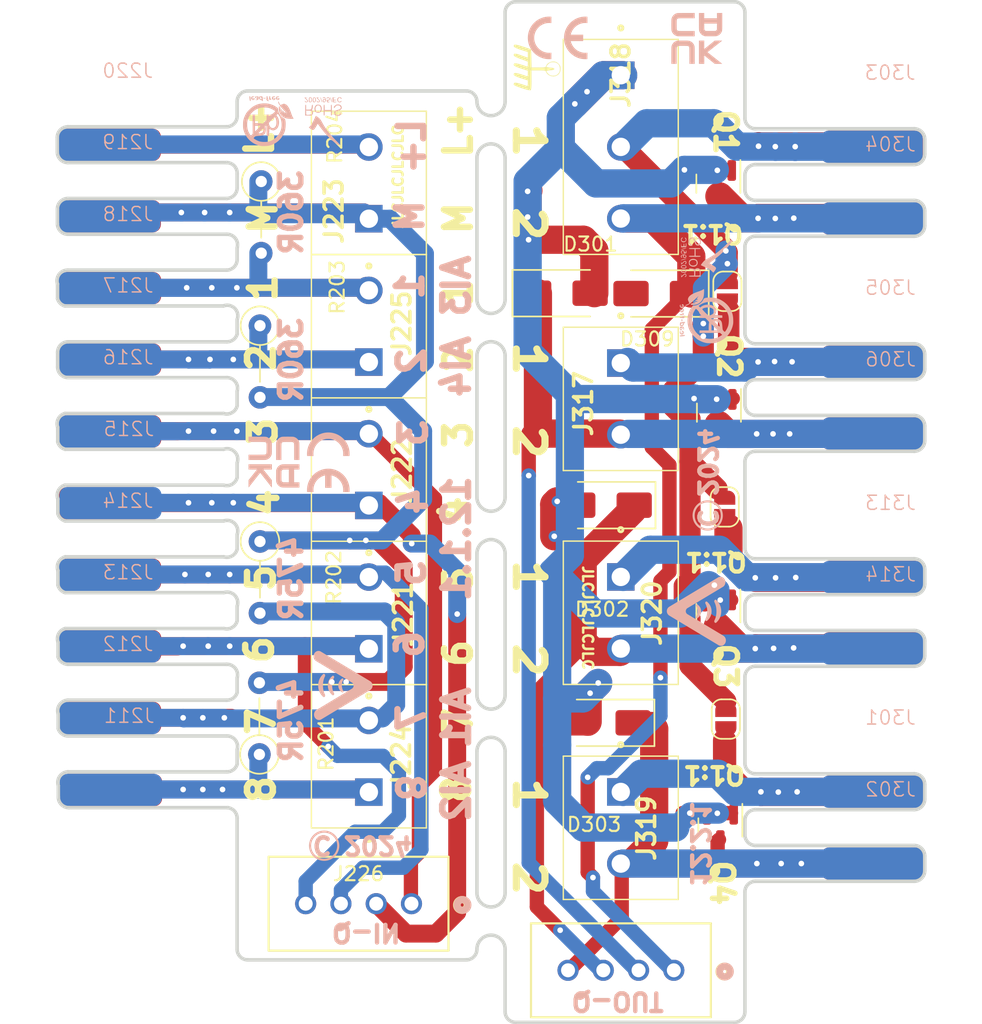
<source format=kicad_pcb>
(kicad_pcb (version 20221018) (generator pcbnew)
  (layers (0 "F.Cu" signal) (31 "B.Cu" signal) (34 "B.Paste" user) (35 "F.Paste" user) (36 "B.SilkS" user "B.Silkscreen") (37 "F.SilkS" user "F.Silkscreen") (38 "B.Mask" user) (39 "F.Mask" user) (44 "Edge.Cuts" user))
  (net 0 "")
  (net 1 "Net-(J306-Pin_1)")
  (net 2 "Net-(J302-Pin_1)")
  (net 3 "Net-(J304-Pin_1)")
  (net 4 "Net-(J201-Pin_1)")
  (net 5 "Net-(J202-Pin_1)")
  (net 6 "Net-(J203-Pin_1)")
  (net 7 "Net-(J204-Pin_1)")
  (net 8 "Net-(J205-Pin_1)")
  (net 9 "Net-(J206-Pin_1)")
  (net 10 "Net-(J207-Pin_1)")
  (net 11 "Net-(J208-Pin_1)")
  (net 12 "M")
  (net 13 "Net-(J210-Pin_1)")
  (net 14 "Net-(J301-Pin_1)")
  (net 15 "Net-(J303-Pin_1)")
  (net 16 "Net-(J305-Pin_1)")
  (net 17 "Net-(J314-Pin_1)")
  (net 18 "Net-(J313-Pin_1)")
  (net 19 "GNDPWR")
  (footprint "PCB_Library:1729128" (layer "F.Cu") (at 110.5 87.65 -90)
    (fp_text reference "J317")
    (fp_text value " DB128L-5.08-2P-BK-S" hide)
  )
  (footprint "PCB_Library:mouse-bite-2mm-slot" (layer "F.Cu") (at 101.3 85.14 90)
    (fp_text reference "mouse-bite-2mm-slot" hide)
    (fp_text value "VAL**" hide)
  )
  (footprint "PCB_Library:mouse-bite-2mm-slot" (layer "F.Cu") (at 101.3 127.2 90)
    (fp_text reference "mouse-bite-2mm-slot" hide)
    (fp_text value "VAL**" hide)
  )
  (footprint "PCB_Library:Conn_pin_PLC" (layer "F.Cu") (at 127.01825 103.115)
    (fp_text reference "J316" hide)
    (fp_text value "Conn_01x01_PAD")
  )
  (footprint "PCB_Library:Conn_pin_PLC" (layer "F.Cu") (at 127.01 118.37)
    (fp_text reference "J308" hide)
    (fp_text value "Conn_01x01_PAD")
  )
  (footprint "PCB_Library:Conn_pin_PLC" (layer "F.Cu") (at 72.97 67.432224)
    (fp_text reference "J210" hide)
    (fp_text value "Conn_01x01_PAD")
  )
  (footprint "PCB_Library:Conn_pin_PLC" (layer "F.Cu") (at 72.97 72.49)
    (fp_text reference "J209" hide)
    (fp_text value "Conn_01x01_PAD")
  )
  (footprint "Diode_SMD:D_SMA" (layer "F.Cu") (at 109.375 113.15 180)
    (fp_text reference "D303")
    (fp_text value "SS34")
  )
  (footprint "Package_TO_SOT_SMD:SOT-23" (layer "F.Cu") (at 117.41825 105.375 -90)
    (fp_text reference "D306" hide)
    (fp_text value "BAT54C")
  )
  (footprint "PCB_Library:Conn_pin_PLC" (layer "F.Cu") (at 127.01 113.28)
    (fp_text reference "J307" hide)
    (fp_text value "Conn_01x01_PAD")
  )
  (footprint "PCB_Library:Conn_pin_PLC" (layer "F.Cu") (at 73 87.733334)
    (fp_text reference "J206" hide)
    (fp_text value "Conn_01x01_PAD")
  )
  (footprint "PCB_Library:Conn_pin_PLC" (layer "F.Cu") (at 127 82.8)
    (fp_text reference "J311" hide)
    (fp_text value "Conn_01x01_PAD")
  )
  (footprint "Jumper:SolderJumper-2_P1.3mm_Open_RoundedPad1.0x1.5mm" (layer "F.Cu") (at 117.94825 112.885 -90)
    (fp_text reference "JP303" hide)
    (fp_text value "SolderJumper_2_Open_PCB")
  )
  (footprint "Diode_SMD:D_SMA" (layer "F.Cu") (at 109.45 97.725 180)
    (fp_text reference "D302")
    (fp_text value "SS34")
  )
  (footprint "PCB_Library:Conn_pin_PLC" (layer "F.Cu") (at 72.99 108.044446)
    (fp_text reference "J202" hide)
    (fp_text value "Conn_01x01_PAD")
  )
  (footprint "Jumper:SolderJumper-2_P1.3mm_Open_RoundedPad1.0x1.5mm" (layer "F.Cu") (at 117.86825 97.845 -90)
    (fp_text reference "JP302" hide)
    (fp_text value "SolderJumper_2_Open_PCB")
  )
  (footprint "Resistor_THT:R_Axial_DIN0207_L6.3mm_D2.5mm_P5.08mm_Vertical" (layer "F.Cu") (at 85.00825 74.782224 -90)
    (fp_text reference "R204")
    (fp_text value "475R")
  )
  (footprint "PCB_Library:1729128" (layer "F.Cu") (at 92.64 97.74 90)
    (fp_text reference "J222")
    (fp_text value "Dorabo-DB128L_5_08_2P_BKS" hide)
  )
  (footprint "PCB_Library:Conn_pin_PLC" (layer "F.Cu") (at 73 102.966668)
    (fp_text reference "J203" hide)
    (fp_text value "Conn_01x01_PAD")
  )
  (footprint "Resistor_THT:R_Axial_DIN0207_L6.3mm_D2.5mm_P5.08mm_Vertical" (layer "F.Cu") (at 84.91825 100.297224 -90)
    (fp_text reference "R202")
    (fp_text value "360R")
  )
  (footprint "PCB_Library:Conn_pin_PLC" (layer "F.Cu") (at 72.99 77.587778)
    (fp_text reference "J208" hide)
    (fp_text value "Conn_01x01_PAD")
  )
  (footprint "PCB_Library:1729128" (layer "F.Cu") (at 92.64 118.06 90)
    (fp_text reference "J224")
    (fp_text value "Dorabo-DB128L_5_08_2P_BKS" hide)
  )
  (footprint "PCB_Library:1729128" (layer "F.Cu") (at 110.5 102.81 -90)
    (fp_text reference "J320")
    (fp_text value "DB128L-5.08-2P-BK-S" hide)
  )
  (footprint "Package_TO_SOT_SMD:SOT-23" (layer "F.Cu") (at 117.55825 120.565 -90)
    (fp_text reference "D305" hide)
    (fp_text value "BAT54C")
  )
  (footprint "Diode_SMD:D_SMA" (layer "F.Cu") (at 106.325 82.7)
    (fp_text reference "D301")
    (fp_text value "SS34")
  )
  (footprint "Resistor_THT:R_Axial_DIN0207_L6.3mm_D2.5mm_P5.08mm_Vertical" (layer "F.Cu") (at 84.87825 115.392224 90)
    (fp_text reference "R201")
    (fp_text value "360R")
  )
  (footprint "PCB_Library:CONN_B04B-XASK-1_JST" (layer "F.Cu") (at 95.66 125.97)
    (fp_text reference "J226")
    (fp_text value "B04B-XASK-1")
  )
  (footprint "PCB_Library:Conn_pin_PLC" (layer "F.Cu") (at 73.06175 113.165)
    (fp_text reference "J201" hide)
    (fp_text value "Conn_01x01_PAD")
  )
  (footprint "PCB_Library:Conn_pin_PLC" (layer "F.Cu") (at 127.02 87.89)
    (fp_text reference "J312" hide)
    (fp_text value "Conn_01x01_PAD")
  )
  (footprint "Package_TO_SOT_SMD:SOT-23" (layer "F.Cu") (at 117.45825 91.165 -90)
    (fp_text reference "D308" hide)
    (fp_text value "BAT54C")
  )
  (footprint "PCB_Library:XY128V-A-5.08-3P" (layer "F.Cu") (at 110.5 67.25 -90)
    (fp_text reference "J318")
    (fp_text value "DB128L-5.08-3P-BK-S" hide)
  )
  (footprint "PCB_Library:Conn_pin_PLC" (layer "F.Cu") (at 127.02 98.06)
    (fp_text reference "J315" hide)
    (fp_text value "Conn_01x01_PAD")
  )
  (footprint "PCB_Library:mouse-bite-2mm-slot" (layer "F.Cu") (at 101.3 99.16 90)
    (fp_text reference "mouse-bite-2mm-slot" hide)
    (fp_text value "VAL**" hide)
  )
  (footprint "Diode_SMD:D_SMA" (layer "F.Cu") (at 113.225 82.725 180)
    (fp_text reference "D309")
    (fp_text value "SS34")
  )
  (footprint "PCB_Library:mouse-bite-2mm-slot" (layer "F.Cu") (at 101.3 113.17 90)
    (fp_text reference "mouse-bite-2mm-slot" hide)
    (fp_text value "VAL**" hide)
  )
  (footprint "Resistor_THT:R_Axial_DIN0207_L6.3mm_D2.5mm_P5.08mm_Vertical" (layer "F.Cu") (at 84.91825 85.002224 -90)
    (fp_text reference "R203")
    (fp_text value "475R")
  )
  (footprint "PCB_Library:Conn_pin_PLC" (layer "F.Cu") (at 72.99 97.89889)
    (fp_text reference "J204" hide)
    (fp_text value "Conn_01x01_PAD")
  )
  (footprint "PCB_Library:Conn_pin_PLC" (layer "F.Cu") (at 73 82.645556)
    (fp_text reference "J207" hide)
    (fp_text value "Conn_01x01_PAD")
  )
  (footprint "PCB_Library:Conn_pin_PLC" (layer "F.Cu") (at 72.97175 92.835)
    (fp_text reference "J205" hide)
    (fp_text value "Conn_01x01_PAD")
  )
  (footprint "PCB_Library:1729128" (layer "F.Cu") (at 92.64 107.9 90)
    (fp_text reference "J221")
    (fp_text value "Dorabo-DB128L_5_08_2P_BKS" hide)
  )
  (footprint "Jumper:SolderJumper-2_P1.3mm_Open_RoundedPad1.0x1.5mm" (layer "F.Cu") (at 118.05825 82.565 -90)
    (fp_text reference "JP301" hide)
    (fp_text value "SolderJumper_2_Open_PCB")
  )
  (footprint "PCB_Library:1729128" (layer "F.Cu") (at 92.64 77.42 90)
    (fp_text reference "J223")
    (fp_text value "Dorabo-DB128L_5_08_2P_BKS" hide)
  )
  (footprint "PCB_Library:Conn_pin_PLC" (layer "F.Cu") (at 126.99 72.65)
    (fp_text reference "J310" hide)
    (fp_text value "Conn_01x01_PAD")
  )
  (footprint "PCB_Library:1729128" (layer "F.Cu") (at 92.64 87.58 90)
    (fp_text reference "J225")
    (fp_text value "Dorabo-DB128L_5_08_2P_BKS" hide)
  )
  (footprint "PCB_Library:mouse-bite-2mm-slot" (layer "F.Cu") (at 101.29 71.11 90)
    (fp_text reference "mouse-bite-2mm-slot" hide)
    (fp_text value "VAL**" hide)
  )
  (footprint "PCB_Library:Conn_pin_PLC" (layer "F.Cu") (at 126.99 67.57)
    (fp_text reference "J309" hide)
    (fp_text value "Conn_01x01_PAD")
  )
  (footprint "PCB_Library:1729128" (layer "F.Cu") (at 110.5 118.05 -90)
    (fp_text reference "J319")
    (fp_text value "DB128L-5.08-2P-BK-S" hide)
  )
  (footprint "Package_TO_SOT_SMD:SOT-23" (layer "F.Cu") (at 117.41825 74.935 -90)
    (fp_text reference "D307" hide)
    (fp_text value "BAT54C")
  )
  (footprint "PCB_Library:CONN_B04B-XASK-1_JST" (layer "F.Cu") (at 114.26 130.69)
    (fp_text reference "J321" hide)
    (fp_text value "B04B-XASK-1")
  )
  (footprint "PCB_Library:Conn_pin_PLC" (layer "B.Cu") (at 129.6265 118.37 180)
    (fp_text reference "J302")
    (fp_text value "Conn_01x01_PAD")
  )
  (footprint "PCB_Library:Conn_pin_PLC" (layer "B.Cu") (at 129.6365 103.13 180)
    (fp_text reference "J314")
    (fp_text value "Conn_01x01_PAD")
  )
  (footprint "PCB_Library:Conn_pin_PLC" (layer "B.Cu") (at 75.5665 108.062224 180)
    (fp_text reference "J212")
    (fp_text value "Conn_01x01_PAD")
  )
  (footprint "PCB_Library:Conn_pin_PLC" (layer "B.Cu") (at 75.5765 87.742224 180)
    (fp_text reference "J216")
    (fp_text value "Conn_01x01_PAD")
  )
  (footprint "PCB_Library:Conn_pin_PLC" (layer "B.Cu") (at 75.5765 102.982224 180)
    (fp_text reference "J213")
    (fp_text value "Conn_01x01_PAD")
  )
  (footprint "PCB_Library:Conn_pin_PLC" (layer "B.Cu") (at 75.5765 82.652224 180)
    (fp_text reference "J217")
    (fp_text value "Conn_01x01_PAD")
  )
  (footprint "PCB_Library:Conn_pin_PLC" (layer "B.Cu") (at 129.6365 87.89 180)
    (fp_text reference "J306")
    (fp_text value "Conn_01x01_PAD")
  )
  (footprint "LOGO" (layer "B.Cu") (at 89.91 95.01 -90)
    (fp_text reference "G***" hide)
    (fp_text value "LOGO" hide)
  )
  (footprint "LOGO" (layer "B.Cu") (at 115.92825 64.605)
    (fp_text reference "G***" hide)
    (fp_text value "LOGO" hide)
  )
  (footprint "LOGO" (layer "B.Cu") (at 106.349126 64.458144)
    (fp_text reference "G***" hide)
    (fp_text value "LOGO" hide)
  )
  (footprint "LOGO" (layer "B.Cu") (at 116.57825 82.495 90)
    (fp_text reference "G***" hide)
    (fp_text value "LOGO" hide)
  )
  (footprint "PCB_Library:Conn_pin_PLC" (layer "B.Cu") (at 75.5465 72.492224 180)
    (fp_text reference "J219")
    (fp_text value "Conn_01x01_PAD")
  )
  (footprint "PCB_Library:Conn_pin_PLC" (layer "B.Cu") (at 129.6265 98.06 180)
    (fp_text reference "J313")
    (fp_text value "Conn_01x01_PAD")
  )
  (footprint "PCB_Library:Conn_pin_PLC" (layer "B.Cu") (at 75.64825 113.152224 180)
    (fp_text reference "J211")
    (fp_text value "Conn_01x01_PAD")
  )
  (footprint "PCB_Library:Conn_pin_PLC" (layer "B.Cu") (at 129.6165 113.28 180)
    (fp_text reference "J301")
    (fp_text value "Conn_01x01_PAD")
  )
  (footprint "PCB_Library:Conn_pin_PLC" (layer "B.Cu") (at 75.5665 97.912224 180)
    (fp_text reference "J214")
    (fp_text value "Conn_01x01_PAD")
  )
  (footprint "PCB_Library:Conn_pin_PLC" (layer "B.Cu") (at 129.5965 67.57 180)
    (fp_text reference "J303")
    (fp_text value "Conn_01x01_PAD")
  )
  (footprint "PCB_Library:Conn_pin_PLC" (layer "B.Cu") (at 129.62 72.65 180)
    (fp_text reference "J304")
    (fp_text value "Conn_01x01_PAD")
  )
  (footprint "LOGO" (layer "B.Cu") (at 85.95 94.71 -90)
    (fp_text reference "G***" hide)
    (fp_text value "LOGO" hide)
  )
  (footprint "PCB_Library:Conn_pin_PLC" (layer "B.Cu") (at 75.62825 92.825 180)
    (fp_text reference "J215")
    (fp_text value "Conn_01x01_PAD")
  )
  (footprint "LOGO" (layer "B.Cu") (at 87.21825 70.503224)
    (fp_text reference "G***" hide)
    (fp_text value "LOGO" hide)
  )
  (footprint "PCB_Library:Conn_pin_PLC" (layer "B.Cu") (at 75.5665 77.592224 180)
    (fp_text reference "J218")
    (fp_text value "Conn_01x01_PAD")
  )
  (footprint "PCB_Library:Conn_pin_PLC" (layer "B.Cu") (at 129.6165 82.81 180)
    (fp_text reference "J305")
    (fp_text value "Conn_01x01_PAD")
  )
  (footprint "PCB_Library:Conn_pin_PLC" (layer "B.Cu") (at 75.5465 67.432224 180)
    (fp_text reference "J220")
    (fp_text value "Conn_01x01_PAD")
  )
  (gr_poly (pts (xy 117.620464 105.304575) (xy 117.615942 105.36337) (xy 117.608508 105.421054) (xy 117.598245 105.477545) (xy 117.585235 105.532764) (xy 117.569562 105.586628) (xy 117.551309 105.639057) (xy 117.530559 105.68997) (xy 117.507395 105.739285) (xy 117.481901 105.786921) (xy 117.454159 105.832797) (xy 117.424252 105.876833) (xy 117.392265 105.918946) (xy 117.358279 105.959057) (xy 117.322378 105.997083) (xy 117.284645 106.032944) (xy 117.284645 106.034135) (xy 117.278112 106.039973) (xy 117.271375 106.045867) (xy 117.257658 106.057749) (xy 117.257354 106.057976) (xy 117.257044 106.058196) (xy 117.256729 106.058407) (xy 117.256409 106.05861) (xy 117.256084 106.058804) (xy 117.255753 106.05899) (xy 117.255418 106.059168) (xy 117.255078 106.059337) (xy 117.253032 106.060435) (xy 117.250957 106.061471) (xy 117.248856 106.062445) (xy 117.246729 106.063356) (xy 117.244578 106.064204) (xy 117.242406 106.064989) (xy 117.240212 106.06571) (xy 117.237998 106.066366) (xy 117.235767 106.066958) (xy 117.233518 106.067485) (xy 117.231255 106.067946) (xy 117.228977 106.068342) (xy 117.226687 106.068671) (xy 117.224386 106.068934) (xy 117.222075 106.06913) (xy 117.219756 106.069258) (xy 117.215464 106.069138) (xy 117.211221 106.068781) (xy 117.207031 106.068193) (xy 117.2029 106.067378) (xy 117.198831 106.066342) (xy 117.194828 106.065089) (xy 117.190896 106.063626) (xy 117.187039 106.061956) (xy 117.183261 106.060086) (xy 117.179566 106.05802) (xy 117.175959 106.055763) (xy 117.172443 106.053321) (xy 117.169023 106.050698) (xy 117.165704 106.0479) (xy 117.162488 106.044932) (xy 117.159382 106.041799) (xy 117.156388 106.038506) (xy 117.153511 106.035059) (xy 117.150755 106.031461) (xy 117.148125 106.02772) (xy 117.145624 106.023839) (xy 117.143258 106.019823) (xy 117.141029 106.015679) (xy 117.138943 106.01141) (xy 117.137003 106.007023) (xy 117.135214 106.002522) (xy 117.133579 105.997912) (xy 117.132104 105.993199) (xy 117.130793 105.988387) (xy 117.129648 105.983482) (xy 117.128676 105.978489) (xy 117.12788 105.973413) (xy 117.127338 105.970692) (xy 117.126873 105.967958) (xy 117.126484 105.965214) (xy 117.126172 105.96246) (xy 117.125937 105.959699) (xy 117.12578 105.956932) (xy 117.1257 105.95416) (xy 117.125697 105.951386) (xy 117.125697 105.948013) (xy 117.125737 105.945892) (xy 117.125823 105.943773) (xy 117.125954 105.941657) (xy 117.12613 105.939545) (xy 117.126351 105.937437) (xy 117.126617 105.935334) (xy 117.126928 105.933237) (xy 117.127284 105.931146) (xy 117.127307 105.930292) (xy 117.127371 105.929442) (xy 117.127471 105.928597) (xy 117.127604 105.927753) (xy 117.127763 105.926913) (xy 117.127944 105.926074) (xy 117.128351 105.924399) (xy 117.12921 105.921044) (xy 117.129405 105.920201) (xy 117.129582 105.919355) (xy 117.129737 105.918505) (xy 117.129864 105.917652) (xy 117.132841 105.908127) (xy 117.133208 105.906956) (xy 117.133598 105.905793) (xy 117.134011 105.904639) (xy 117.134447 105.903492) (xy 117.134905 105.902355) (xy 117.135385 105.901227) (xy 117.135888 105.900108) (xy 117.136413 105.898999) (xy 117.137753 105.896581) (xy 117.139059 105.894145) (xy 117.140328 105.89169) (xy 117.141562 105.889218) (xy 117.14276 105.886728) (xy 117.143922 105.88422) (xy 117.145047 105.881696) (xy 117.146136 105.879155) (xy 117.146586 105.878269) (xy 117.147056 105.877395) (xy 117.147547 105.876532) (xy 117.148058 105.875682) (xy 117.14859 105.874844) (xy 117.149141 105.874019) (xy 117.149712 105.873207) (xy 117.150303 105.872408) (xy 117.151658 105.870488) (xy 117.153045 105.868592) (xy 117.154463 105.866719) (xy 117.155912 105.86487) (xy 117.157391 105.863046) (xy 117.158901 105.861246) (xy 117.160441 105.859472) (xy 117.162011 105.857723) (xy 117.161143 105.858513) (xy 117.160288 105.859315) (xy 117.159445 105.86013) (xy 117.158615 105.860958) (xy 117.157798 105.861798) (xy 117.156994 105.86265) (xy 117.156204 105.863514) (xy 117.155427 105.864391) (xy 117.154663 105.865279) (xy 117.153913 105.866178) (xy 117.153177 105.86709) (xy 117.152455 105.868012) (xy 117.151747 105.868946) (xy 117.151053 105.869891) (xy 117.150373 105.870847) (xy 117.149708 105.871813) (xy 117.165045 105.838961) (xy 117.179563 105.805093) (xy 117.193239 105.770248) (xy 117.206049 105.73446) (xy 117.217969 105.697767) (xy 117.228976 105.660204) (xy 117.239047 105.621808) (xy 117.248158 105.582615) (xy 117.256285 105.542662) (xy 117.263404 105.501985) (xy 117.269493 105.46062) (xy 117.274528 105.418603) (xy 117.278485 105.375972) (xy 117.281341 105.332762) (xy 117.283071 105.289009) (xy 117.283653 105.24475) (xy 117.283041 105.199593) (xy 117.281223 105.154933) (xy 117.278223 105.110812) (xy 117.274069 105.067273) (xy 117.268786 105.024357) (xy 117.2624 104.982106) (xy 117.254936 104.940562) (xy 117.246421 104.899767) (xy 117.236881 104.859762) (xy 117.226341 104.82059) (xy 117.214827 104.782293) (xy 117.202365 104.744911) (xy 117.188981 104.708488) (xy 117.174701 104.673064) (xy 117.159551 104.638683) (xy 117.143556 104.605385) (xy 117.143157 104.6048) (xy 117.142769 104.604208) (xy 117.142392 104.603609) (xy 117.142027 104.603003) (xy 117.141675 104.602391) (xy 117.141333 104.601772) (xy 117.141004 104.601147) (xy 117.140687 104.600515) (xy 117.140382 104.599878) (xy 117.14009 104.599235) (xy 117.139809 104.598586) (xy 117.139541 104.597932) (xy 117.139286 104.597272) (xy 117.139043 104.596608) (xy 117.138813 104.595939) (xy 117.138595 104.595265) (xy 117.137014 104.591857) (xy 117.135533 104.588411) (xy 117.134154 104.584928) (xy 117.132877 104.58141) (xy 117.131702 104.57786) (xy 117.130631 104.574279) (xy 117.129663 104.570671) (xy 117.128799 104.567038) (xy 117.12804 104.563381) (xy 117.127386 104.559703) (xy 117.126838 104.556006) (xy 117.126395 104.552293) (xy 117.126059 104.548566) (xy 117.125831 104.544826) (xy 117.12571 104.541077) (xy 117.125697 104.537321) (xy 117.125817 104.531331) (xy 117.126175 104.525422) (xy 117.126764 104.5196) (xy 117.127579 104.513873) (xy 117.129861 104.502733) (xy 117.132974 104.492058) (xy 117.136872 104.481907) (xy 117.141509 104.472336) (xy 117.146836 104.463404) (xy 117.152808 104.455168) (xy 117.156022 104.451328) (xy 117.159378 104.447685) (xy 117.162873 104.444244) (xy 117.166499 104.441013) (xy 117.170251 104.437999) (xy 117.174123 104.435209) (xy 117.17811 104.432651) (xy 117.182205 104.430332) (xy 117.186403 104.428259) (xy 117.190697 104.426438) (xy 117.195083 104.424878) (xy 117.199553 104.423586) (xy 117.204103 104.422568) (xy 117.208726 104.421832) (xy 117.213417 104.421385) (xy 117.218169 104.421235) (xy 117.221043 104.421331) (xy 117.223905 104.421531) (xy 117.226753 104.421834) (xy 117.229583 104.422238) (xy 117.232394 104.422744) (xy 117.235181 104.423349) (xy 117.237944 104.424054) (xy 117.240678 104.424857) (xy 117.243382 104.425758) (xy 117.246053 104.426756) (xy 117.248688 104.427849) (xy 117.251284 104.429038) (xy 117.253839 104.430321) (xy 117.25635 104.431698) (xy 117.258814 104.433167) (xy 117.26123 104.434729) (xy 117.263537 104.436681) (xy 117.265843 104.438666) (xy 117.270457 104.442716) (xy 117.275071 104.446839) (xy 117.279684 104.451) (xy 117.317865 104.486924) (xy 117.354215 104.525127) (xy 117.388646 104.565511) (xy 117.421071 104.60798) (xy 117.451404 104.652436) (xy 117.479556 104.698782) (xy 117.505441 104.74692) (xy 117.528972 104.796753) (xy 117.55006 104.848184) (xy 117.56862 104.901114) (xy 117.584564 104.955448) (xy 117.597805 105.011087) (xy 117.608255 105.067934) (xy 117.615827 105.125892) (xy 117.620434 105.184863) (xy 117.621989 105.24475)) (fill solid) (layer "B.SilkS"))
  (gr_line (start 115.064725 105.421757) (end 115.089331 105.438028) (stroke (width 0.00496)) (layer "B.SilkS"))
  (gr_poly (pts (xy 116.197048 105.282376) (xy 116.193636 105.318202) (xy 116.18803 105.353366) (xy 116.180294 105.387817) (xy 116.170495 105.421503) (xy 116.158697 105.454372) (xy 116.144966 105.486372) (xy 116.129367 105.517453) (xy 116.111966 105.547561) (xy 116.092829 105.576645) (xy 116.07202 105.604654) (xy 116.049605 105.631536) (xy 116.025649 105.657238) (xy 116.000218 105.68171) (xy 115.973377 105.704899) (xy 115.945192 105.726754) (xy 115.925349 105.74124) (xy 115.923364 105.74124) (xy 115.921765 105.741959) (xy 115.920151 105.74264) (xy 115.918523 105.743281) (xy 115.916881 105.743883) (xy 115.915226 105.744446) (xy 115.913559 105.74497) (xy 115.911881 105.745453) (xy 115.910191 105.745897) (xy 115.908492 105.7463) (xy 115.906784 105.746664) (xy 115.905066 105.746986) (xy 115.903341 105.747269) (xy 115.901609 105.74751) (xy 115.899871 105.747711) (xy 115.898126 105.74787) (xy 115.896377 105.747988) (xy 115.893184 105.747917) (xy 115.890025 105.747705) (xy 115.886901 105.747354) (xy 115.883816 105.746867) (xy 115.880774 105.746247) (xy 115.877778 105.745497) (xy 115.874832 105.74462) (xy 115.871938 105.743618) (xy 115.8691 105.742495) (xy 115.866322 105.741253) (xy 115.863607 105.739895) (xy 115.860959 105.738424) (xy 115.85838 105.736842) (xy 115.855874 105.735154) (xy 115.853444 105.73336) (xy 115.851094 105.731466) (xy 115.848828 105.729472) (xy 115.846648 105.727382) (xy 115.844559 105.7252) (xy 115.842562 105.722926) (xy 115.840663 105.720566) (xy 115.838863 105.718121) (xy 115.837167 105.715594) (xy 115.835578 105.712989) (xy 115.8341 105.710307) (xy 115.832735 105.707553) (xy 115.831487 105.704727) (xy 115.830359 105.701835) (xy 115.829356 105.698878) (xy 115.82848 105.695859) (xy 115.827734 105.692781) (xy 115.827122 105.689647) (xy 115.82678 105.687982) (xy 115.826486 105.686308) (xy 115.82624 105.684627) (xy 115.826042 105.68294) (xy 115.825892 105.681248) (xy 115.825791 105.679553) (xy 115.825737 105.677854) (xy 115.825733 105.676153) (xy 115.825733 105.674963) (xy 115.825637 105.673675) (xy 115.825568 105.672385) (xy 115.825526 105.671094) (xy 115.825513 105.669803) (xy 115.825526 105.668512) (xy 115.825568 105.667222) (xy 115.825637 105.665932) (xy 115.825733 105.664644) (xy 115.826035 105.663641) (xy 115.826321 105.662633) (xy 115.826593 105.661622) (xy 115.826849 105.660606) (xy 115.827089 105.659587) (xy 115.827314 105.658564) (xy 115.827523 105.657538) (xy 115.827717 105.656508) (xy 115.830099 105.650555) (xy 115.830355 105.649831) (xy 115.83063 105.649115) (xy 115.830925 105.648407) (xy 115.831238 105.647707) (xy 115.83157 105.647016) (xy 115.831921 105.646334) (xy 115.832291 105.645661) (xy 115.832678 105.644999) (xy 115.833694 105.643584) (xy 115.834663 105.642168) (xy 115.835594 105.640747) (xy 115.836498 105.639318) (xy 115.838259 105.636432) (xy 115.84002 105.633489) (xy 115.840375 105.632938) (xy 115.840743 105.632394) (xy 115.841122 105.63186) (xy 115.841514 105.631334) (xy 115.841917 105.630817) (xy 115.842332 105.630309) (xy 115.842758 105.629811) (xy 115.843196 105.629322) (xy 115.84422 105.628142) (xy 115.845264 105.62698) (xy 115.846328 105.625836) (xy 115.847411 105.624709) (xy 115.848512 105.623602) (xy 115.849632 105.622513) (xy 115.85077 105.621443) (xy 115.851927 105.620392) (xy 115.851291 105.620851) (xy 115.850664 105.621321) (xy 115.850044 105.621801) (xy 115.849433 105.622291) (xy 115.848831 105.622791) (xy 115.848237 105.623302) (xy 115.847652 105.623822) (xy 115.847076 105.624351) (xy 115.846508 105.624891) (xy 115.84595 105.625439) (xy 115.845401 105.625998) (xy 115.844862 105.626565) (xy 115.844331 105.627142) (xy 115.843811 105.627727) (xy 115.8433 105.628322) (xy 115.842799 105.628925) (xy 115.866605 105.583298) (xy 115.887192 105.536569) (xy 115.904563 105.488899) (xy 115.918716 105.440447) (xy 115.929655 105.391375) (xy 115.937378 105.341841) (xy 115.941888 105.292007) (xy 115.943186 105.242033) (xy 115.941272 105.192078) (xy 115.936148 105.142304) (xy 115.927814 105.092869) (xy 115.916272 105.043935) (xy 115.901522 104.995662) (xy 115.883565 104.948209) (xy 115.862403 104.901738) (xy 115.838036 104.856408) (xy 115.837481 104.855693) (xy 115.836949 104.854962) (xy 115.83644 104.854214) (xy 115.835956 104.853451) (xy 115.835496 104.852674) (xy 115.835061 104.851881) (xy 115.834651 104.851075) (xy 115.834266 104.850256) (xy 115.833114 104.848222) (xy 115.832033 104.846153) (xy 115.831025 104.844053) (xy 115.83009 104.841923) (xy 115.829228 104.839766) (xy 115.82844 104.837582) (xy 115.827727 104.835374) (xy 115.827088 104.833144) (xy 115.826525 104.830893) (xy 115.826038 104.828625) (xy 115.825628 104.82634) (xy 115.825294 104.82404) (xy 115.825038 104.821728) (xy 115.82486 104.819405) (xy 115.824761 104.817074) (xy 115.824741 104.814736) (xy 115.824788 104.811255) (xy 115.825006 104.807796) (xy 115.825393 104.804364) (xy 115.825948 104.800966) (xy 115.826667 104.797607) (xy 115.827548 104.794293) (xy 115.828589 104.79103) (xy 115.829787 104.787823) (xy 115.831141 104.784678) (xy 115.832647 104.781602) (xy 115.834304 104.7786) (xy 115.836109 104.775677) (xy 115.83806 104.77284) (xy 115.840155 104.770095) (xy 115.84239 104.767446) (xy 115.844765 104.764901) (xy 115.847263 104.762476) (xy 115.849867 104.760188) (xy 115.85257 104.75804) (xy 115.855368 104.756033) (xy 115.858255 104.75417) (xy 115.861223 104.752454) (xy 115.864269 104.750887) (xy 115.867386 104.749472) (xy 115.870569 104.74821) (xy 115.873811 104.747105) (xy 115.877107 104.746158) (xy 115.880451 104.745373) (xy 115.883837 104.744752) (xy 115.88726 104.744296) (xy 115.890715 104.744009) (xy 115.894194 104.743894) (xy 115.896299 104.74394) (xy 115.898398 104.744051) (xy 115.90049 104.744227) (xy 115.902572 104.744468) (xy 115.904645 104.744772) (xy 115.906705 104.74514) (xy 115.908752 104.74557) (xy 115.910785 104.746064) (xy 115.912801 104.74662) (xy 115.9148 104.747238) (xy 115.91678 104.747918) (xy 115.918739 104.748659) (xy 115.920676 104.749461) (xy 115.92259 104.750323) (xy 115.924478 104.751246) (xy 115.926341 104.752228) (xy 115.928061 104.753371) (xy 115.929795 104.75456) (xy 115.931538 104.755786) (xy 115.933286 104.75704) (xy 115.936777 104.759595) (xy 115.940231 104.76215) (xy 115.96893 104.784071) (xy 115.996268 104.807379) (xy 116.022177 104.832015) (xy 116.046591 104.857918) (xy 116.06944 104.885029) (xy 116.090658 104.913288) (xy 116.110177 104.942637) (xy 116.127928 104.973015) (xy 116.143845 105.004362) (xy 116.15786 105.03662) (xy 116.169904 105.069728) (xy 116.17991 105.103627) (xy 116.18781 105.138257) (xy 116.193537 105.173559) (xy 116.195565 105.191444) (xy 116.197023 105.209474) (xy 116.197904 105.227642) (xy 116.1982 105.245941)) (fill solid) (layer "B.SilkS"))
  (gr_circle (center 116.662251 98.452999) (end 115.662251 98.452999) (stroke (width 0.15)) (fill none) (layer "B.SilkS"))
  (gr_poly (pts (xy 116.935683 105.289885) (xy 116.931952 105.337466) (xy 116.925665 105.384564) (xy 116.916868 105.431086) (xy 116.905603 105.476936) (xy 116.891914 105.52202) (xy 116.875843 105.566243) (xy 116.857434 105.609511) (xy 116.836731 105.651729) (xy 116.813776 105.692802) (xy 116.788613 105.732636) (xy 116.761285 105.771137) (xy 116.731836 105.80821) (xy 116.700308 105.84376) (xy 116.666746 105.877692) (xy 116.631191 105.909912) (xy 116.62517 105.914855) (xy 116.619037 105.919834) (xy 116.612829 105.924814) (xy 116.606585 105.929756) (xy 116.606468 105.92987) (xy 116.606348 105.929981) (xy 116.606225 105.930088) (xy 116.606099 105.930192) (xy 116.605971 105.930292) (xy 116.605839 105.930388) (xy 116.605706 105.930481) (xy 116.60557 105.930571) (xy 116.605431 105.930656) (xy 116.605291 105.930738) (xy 116.605148 105.930816) (xy 116.605003 105.930889) (xy 116.604855 105.930959) (xy 116.604706 105.931025) (xy 116.604555 105.931087) (xy 116.604402 105.931145) (xy 116.602468 105.932136) (xy 116.600511 105.933072) (xy 116.598531 105.933953) (xy 116.59653 105.934779) (xy 116.594508 105.935549) (xy 116.592467 105.936264) (xy 116.590408 105.936923) (xy 116.588332 105.937525) (xy 116.586241 105.93807) (xy 116.584135 105.938559) (xy 116.582016 105.93899) (xy 116.579885 105.939363) (xy 116.577743 105.939679) (xy 116.575591 105.939936) (xy 116.573431 105.940134) (xy 116.571263 105.940274) (xy 116.567168 105.939934) (xy 116.563127 105.939413) (xy 116.559144 105.938714) (xy 116.555224 105.937842) (xy 116.55137 105.936801) (xy 116.547586 105.935595) (xy 116.543878 105.934228) (xy 116.540248 105.932703) (xy 116.536702 105.931026) (xy 116.533243 105.9292) (xy 116.529875 105.927228) (xy 116.526604 105.925116) (xy 116.523432 105.922867) (xy 116.520364 105.920485) (xy 116.517405 105.917974) (xy 116.514558 105.915339) (xy 116.511828 105.912583) (xy 116.509219 105.90971) (xy 116.506734 105.906725) (xy 116.504379 105.903631) (xy 116.502158 105.900432) (xy 116.500073 105.897133) (xy 116.498131 105.893738) (xy 116.496335 105.89025) (xy 116.494689 105.886675) (xy 116.493197 105.883014) (xy 116.491863 105.879274) (xy 116.490693 105.875457) (xy 116.489689 105.871568) (xy 116.488856 105.867611) (xy 116.488198 105.86359) (xy 116.48772 105.85951) (xy 116.487265 105.857205) (xy 116.486876 105.85489) (xy 116.486553 105.852566) (xy 116.486296 105.850234) (xy 116.486106 105.847895) (xy 116.485982 105.845552) (xy 116.485925 105.843205) (xy 116.485935 105.840856) (xy 116.485935 105.838078) (xy 116.485946 105.83628) (xy 116.486005 105.834483) (xy 116.486109 105.832689) (xy 116.48626 105.830899) (xy 116.486457 105.829113) (xy 116.4867 105.827332) (xy 116.486989 105.825558) (xy 116.487324 105.823791) (xy 116.487683 105.822391) (xy 116.488026 105.820986) (xy 116.48835 105.819578) (xy 116.488657 105.818165) (xy 116.488946 105.816749) (xy 116.489217 105.815329) (xy 116.48947 105.813906) (xy 116.489705 105.812479) (xy 116.489725 105.811928) (xy 116.489784 105.811389) (xy 116.489876 105.810861) (xy 116.489999 105.810343) (xy 116.490149 105.809833) (xy 116.490322 105.80933) (xy 116.490514 105.808832) (xy 116.490722 105.808337) (xy 116.491168 105.807354) (xy 116.49163 105.806368) (xy 116.492079 105.805369) (xy 116.492288 105.80486) (xy 116.492483 105.804344) (xy 116.492773 105.803359) (xy 116.493094 105.802385) (xy 116.493446 105.801422) (xy 116.493828 105.800471) (xy 116.494241 105.799533) (xy 116.494684 105.798609) (xy 116.495156 105.797698) (xy 116.495658 105.796803) (xy 116.496831 105.794801) (xy 116.497971 105.792809) (xy 116.499084 105.790817) (xy 116.500173 105.788816) (xy 116.501243 105.786796) (xy 116.5023 105.784748) (xy 116.503347 105.782662) (xy 116.504389 105.780531) (xy 116.504816 105.779807) (xy 116.505255 105.779091) (xy 116.505707 105.778383) (xy 116.506173 105.777684) (xy 116.506651 105.776993) (xy 116.507141 105.776311) (xy 116.507644 105.775638) (xy 116.50816 105.774975) (xy 116.509393 105.773324) (xy 116.510658 105.771697) (xy 116.511953 105.770095) (xy 116.513278 105.768519) (xy 116.514634 105.766968) (xy 116.516019 105.765443) (xy 116.517433 105.763945) (xy 116.518875 105.762473) (xy 116.517338 105.763816) (xy 116.515841 105.765203) (xy 116.514385 105.766632) (xy 116.512972 105.768102) (xy 116.511602 105.769613) (xy 116.510277 105.771163) (xy 116.508997 105.772752) (xy 116.507763 105.774379) (xy 116.522673 105.743416) (xy 116.53663 105.712071) (xy 116.549631 105.680366) (xy 116.561669 105.648323) (xy 116.572739 105.615965) (xy 116.582837 105.583314) (xy 116.591957 105.550392) (xy 116.600095 105.51722) (xy 116.607245 105.483822) (xy 116.613401 105.45022) (xy 116.61856 105.416434) (xy 116.622716 105.382488) (xy 116.625864 105.348404) (xy 116.627998 105.314204) (xy 116.629114 105.27991) (xy 116.629207 105.245544) (xy 116.629096 105.21044) (xy 116.627915 105.175413) (xy 116.625671 105.140487) (xy 116.622368 105.105685) (xy 116.618012 105.071032) (xy 116.612609 105.036551) (xy 116.606165 105.002265) (xy 116.598684 104.968198) (xy 116.590173 104.934374) (xy 116.580636 104.900817) (xy 116.570081 104.867549) (xy 116.558511 104.834595) (xy 116.545934 104.801979) (xy 116.532353 104.769723) (xy 116.517776 104.737852) (xy 116.502207 104.706389) (xy 116.501829 104.705904) (xy 116.501462 104.705412) (xy 116.501105 104.704913) (xy 116.500758 104.704406) (xy 116.500422 104.703894) (xy 116.500096 104.703374) (xy 116.499782 104.702848) (xy 116.499478 104.702316) (xy 116.499184 104.701778) (xy 116.498902 104.701234) (xy 116.498631 104.700685) (xy 116.498371 104.700129) (xy 116.498122 104.699569) (xy 116.497885 104.699003) (xy 116.497659 104.698432) (xy 116.497444 104.697856) (xy 116.496048 104.694989) (xy 116.494739 104.692087) (xy 116.493519 104.689151) (xy 116.492388 104.686183) (xy 116.491347 104.683185) (xy 116.490396 104.68016) (xy 116.489535 104.67711) (xy 116.488764 104.674036) (xy 116.488086 104.67094) (xy 116.487499 104.667825) (xy 116.487005 104.664693) (xy 116.486603 104.661545) (xy 116.486295 104.658384) (xy 116.48608 104.655212) (xy 116.48596 104.65203) (xy 116.485935 104.648842) (xy 116.486044 104.643795) (xy 116.486367 104.638816) (xy 116.4869 104.63391) (xy 116.487637 104.629085) (xy 116.488573 104.624345) (xy 116.489702 104.619697) (xy 116.49102 104.615147) (xy 116.49252 104.610702) (xy 116.494199 104.606366) (xy 116.49605 104.602147) (xy 116.498069 104.59805) (xy 116.50025 104.594081) (xy 116.502588 104.590247) (xy 116.505078 104.586553) (xy 116.507714 104.583006) (xy 116.510491 104.579612) (xy 116.513405 104.576376) (xy 116.516449 104.573305) (xy 116.519619 104.570405) (xy 116.522909 104.567682) (xy 116.526315 104.565142) (xy 116.52983 104.562791) (xy 116.53345 104.560635) (xy 116.537169 104.55868) (xy 116.540982 104.556932) (xy 116.544885 104.555398) (xy 116.548871 104.554083) (xy 116.552935 104.552994) (xy 116.557073 104.552136) (xy 116.561279 104.551516) (xy 116.565548 104.551139) (xy 116.569874 104.551012) (xy 116.572503 104.551059) (xy 116.575123 104.551198) (xy 116.577733 104.55143) (xy 116.580328 104.551753) (xy 116.582908 104.552167) (xy 116.585469 104.552671) (xy 116.588009 104.553264) (xy 116.590527 104.553946) (xy 116.593019 104.554716) (xy 116.595483 104.555574) (xy 116.597917 104.556518) (xy 116.600319 104.557548) (xy 116.602685 104.558664) (xy 116.605015 104.559864) (xy 116.607305 104.561149) (xy 116.609553 104.562516) (xy 116.609561 104.562522) (xy 116.613729 104.565833) (xy 116.617896 104.569219) (xy 116.622063 104.572679) (xy 116.62623 104.576214) (xy 116.662023 104.608169) (xy 116.695837 104.64185) (xy 116.727628 104.677165) (xy 116.757353 104.714017) (xy 116.784966 104.752313) (xy 116.810425 104.791959) (xy 116.833685 104.832861) (xy 116.854701 104.874924) (xy 116.873432 104.918054) (xy 116.889831 104.962156) (xy 116.903856 105.007137) (xy 116.915461 105.052902) (xy 116.924604 105.099356) (xy 116.931241 105.146407) (xy 116.935327 105.193958) (xy 116.936818 105.241917)) (fill solid) (layer "B.SilkS"))
  (gr_poly (pts (xy 89.04697 110.443566) (xy 89.051492 110.384771) (xy 89.058926 110.327087) (xy 89.069189 110.270596) (xy 89.082199 110.215377) (xy 89.097872 110.161513) (xy 89.116125 110.109084) (xy 89.136875 110.058171) (xy 89.160039 110.008856) (xy 89.185533 109.96122) (xy 89.213275 109.915344) (xy 89.243182 109.871308) (xy 89.275169 109.829195) (xy 89.309155 109.789084) (xy 89.345056 109.751058) (xy 89.382789 109.715197) (xy 89.382789 109.714006) (xy 89.389322 109.708168) (xy 89.396059 109.702274) (xy 89.409776 109.690392) (xy 89.41008 109.690165) (xy 89.41039 109.689945) (xy 89.410705 109.689734) (xy 89.411025 109.689531) (xy 89.41135 109.689337) (xy 89.411681 109.689151) (xy 89.412016 109.688973) (xy 89.412356 109.688804) (xy 89.414402 109.687706) (xy 89.416477 109.68667) (xy 89.418578 109.685696) (xy 89.420705 109.684785) (xy 89.422856 109.683937) (xy 89.425028 109.683152) (xy 89.427222 109.682431) (xy 89.429436 109.681775) (xy 89.431667 109.681183) (xy 89.433916 109.680656) (xy 89.436179 109.680195) (xy 89.438457 109.679799) (xy 89.440747 109.67947) (xy 89.443048 109.679207) (xy 89.445359 109.679011) (xy 89.447678 109.678883) (xy 89.45197 109.679003) (xy 89.456213 109.67936) (xy 89.460403 109.679948) (xy 89.464534 109.680763) (xy 89.468603 109.681799) (xy 89.472606 109.683052) (xy 89.476538 109.684515) (xy 89.480395 109.686185) (xy 89.484173 109.688055) (xy 89.487868 109.690121) (xy 89.491475 109.692378) (xy 89.494991 109.69482) (xy 89.498411 109.697443) (xy 89.50173 109.700241) (xy 89.504946 109.703209) (xy 89.508052 109.706342) (xy 89.511046 109.709635) (xy 89.513923 109.713082) (xy 89.516679 109.71668) (xy 89.519309 109.720421) (xy 89.52181 109.724302) (xy 89.524176 109.728318) (xy 89.526405 109.732462) (xy 89.528491 109.736731) (xy 89.530431 109.741118) (xy 89.53222 109.745619) (xy 89.533855 109.750229) (xy 89.53533 109.754942) (xy 89.536641 109.759754) (xy 89.537786 109.764659) (xy 89.538758 109.769652) (xy 89.539554 109.774728) (xy 89.540096 109.777449) (xy 89.540561 109.780183) (xy 89.54095 109.782927) (xy 89.541262 109.785681) (xy 89.541497 109.788442) (xy 89.541654 109.791209) (xy 89.541734 109.793981) (xy 89.541737 109.796755) (xy 89.541737 109.800128) (xy 89.541697 109.802249) (xy 89.541611 109.804368) (xy 89.54148 109.806484) (xy 89.541304 109.808596) (xy 89.541083 109.810704) (xy 89.540817 109.812807) (xy 89.540506 109.814904) (xy 89.54015 109.816995) (xy 89.540127 109.817849) (xy 89.540063 109.818699) (xy 89.539963 109.819544) (xy 89.53983 109.820388) (xy 89.539671 109.821228) (xy 89.53949 109.822067) (xy 89.539083 109.823742) (xy 89.538224 109.827097) (xy 89.538029 109.82794) (xy 89.537852 109.828786) (xy 89.537697 109.829636) (xy 89.53757 109.830489) (xy 89.534593 109.840014) (xy 89.534226 109.841185) (xy 89.533836 109.842348) (xy 89.533423 109.843502) (xy 89.532987 109.844649) (xy 89.532529 109.845786) (xy 89.532049 109.846914) (xy 89.531546 109.848033) (xy 89.531021 109.849142) (xy 89.529681 109.85156) (xy 89.528375 109.853996) (xy 89.527106 109.856451) (xy 89.525872 109.858923) (xy 89.524674 109.861413) (xy 89.523512 109.863921) (xy 89.522387 109.866445) (xy 89.521298 109.868986) (xy 89.520848 109.869872) (xy 89.520378 109.870746) (xy 89.519887 109.871609) (xy 89.519376 109.872459) (xy 89.518844 109.873297) (xy 89.518293 109.874122) (xy 89.517722 109.874934) (xy 89.517131 109.875733) (xy 89.515776 109.877653) (xy 89.514389 109.879549) (xy 89.512971 109.881422) (xy 89.511522 109.883271) (xy 89.510043 109.885095) (xy 89.508533 109.886895) (xy 89.506993 109.888669) (xy 89.505423 109.890418) (xy 89.506291 109.889628) (xy 89.507146 109.888826) (xy 89.507989 109.888011) (xy 89.508819 109.887183) (xy 89.509636 109.886343) (xy 89.51044 109.885491) (xy 89.51123 109.884627) (xy 89.512007 109.88375) (xy 89.512771 109.882862) (xy 89.513521 109.881963) (xy 89.514257 109.881051) (xy 89.514979 109.880129) (xy 89.515687 109.879195) (xy 89.516381 109.87825) (xy 89.517061 109.877294) (xy 89.517726 109.876328) (xy 89.502389 109.90918) (xy 89.487871 109.943048) (xy 89.474195 109.977893) (xy 89.461385 110.013681) (xy 89.449465 110.050374) (xy 89.438458 110.087937) (xy 89.428387 110.126333) (xy 89.419276 110.165526) (xy 89.411149 110.205479) (xy 89.40403 110.246156) (xy 89.397941 110.287521) (xy 89.392906 110.329538) (xy 89.388949 110.372169) (xy 89.386093 110.415379) (xy 89.384363 110.459132) (xy 89.383781 110.503391) (xy 89.384393 110.548548) (xy 89.386211 110.593208) (xy 89.389211 110.637329) (xy 89.393365 110.680868) (xy 89.398648 110.723784) (xy 89.405034 110.766035) (xy 89.412498 110.807579) (xy 89.421013 110.848374) (xy 89.430553 110.888379) (xy 89.441093 110.927551) (xy 89.452607 110.965848) (xy 89.465069 111.00323) (xy 89.478453 111.039653) (xy 89.492733 111.075077) (xy 89.507883 111.109458) (xy 89.523878 111.142756) (xy 89.524277 111.143341) (xy 89.524665 111.143933) (xy 89.525042 111.144532) (xy 89.525407 111.145138) (xy 89.525759 111.14575) (xy 89.526101 111.146369) (xy 89.52643 111.146994) (xy 89.526747 111.147626) (xy 89.527052 111.148263) (xy 89.527344 111.148906) (xy 89.527625 111.149555) (xy 89.527893 111.150209) (xy 89.528148 111.150869) (xy 89.528391 111.151533) (xy 89.528621 111.152202) (xy 89.528839 111.152876) (xy 89.53042 111.156284) (xy 89.531901 111.15973) (xy 89.53328 111.163213) (xy 89.534557 111.166731) (xy 89.535732 111.170281) (xy 89.536803 111.173862) (xy 89.537771 111.17747) (xy 89.538635 111.181103) (xy 89.539394 111.18476) (xy 89.540048 111.188438) (xy 89.540596 111.192135) (xy 89.541039 111.195848) (xy 89.541375 111.199575) (xy 89.541603 111.203315) (xy 89.541724 111.207064) (xy 89.541737 111.21082) (xy 89.541617 111.21681) (xy 89.541259 111.222719) (xy 89.54067 111.228541) (xy 89.539855 111.234268) (xy 89.537573 111.245408) (xy 89.53446 111.256083) (xy 89.530562 111.266234) (xy 89.525925 111.275805) (xy 89.520598 111.284737) (xy 89.514626 111.292973) (xy 89.511412 111.296813) (xy 89.508056 111.300456) (xy 89.504561 111.303897) (xy 89.500935 111.307128) (xy 89.497183 111.310142) (xy 89.493311 111.312932) (xy 89.489324 111.31549) (xy 89.485229 111.317809) (xy 89.481031 111.319882) (xy 89.476737 111.321703) (xy 89.472351 111.323263) (xy 89.467881 111.324555) (xy 89.463331 111.325573) (xy 89.458708 111.326309) (xy 89.454017 111.326756) (xy 89.449265 111.326906) (xy 89.446391 111.32681) (xy 89.443529 111.32661) (xy 89.440681 111.326307) (xy 89.437851 111.325903) (xy 89.43504 111.325397) (xy 89.432253 111.324792) (xy 89.42949 111.324087) (xy 89.426756 111.323284) (xy 89.424052 111.322383) (xy 89.421381 111.321385) (xy 89.418746 111.320292) (xy 89.41615 111.319103) (xy 89.413595 111.31782) (xy 89.411084 111.316443) (xy 89.40862 111.314974) (xy 89.406204 111.313412) (xy 89.403897 111.31146) (xy 89.401591 111.309475) (xy 89.396977 111.305425) (xy 89.392363 111.301302) (xy 89.38775 111.297141) (xy 89.349569 111.261217) (xy 89.313219 111.223014) (xy 89.278788 111.18263) (xy 89.246363 111.140161) (xy 89.21603 111.095705) (xy 89.187878 111.049359) (xy 89.161993 111.001221) (xy 89.138462 110.951388) (xy 89.117374 110.899957) (xy 89.098814 110.847027) (xy 89.08287 110.792693) (xy 89.069629 110.737054) (xy 89.059179 110.680207) (xy 89.051607 110.622249) (xy 89.047 110.563278) (xy 89.045445 110.503391)) (fill solid) (layer "B.SilkS"))
  (gr_line (start 91.602709 110.326384) (end 91.578103 110.310113) (stroke (width 0.00496)) (layer "B.SilkS"))
  (gr_poly (pts (xy 88.715642 108.437657) (xy 88.716103 108.417872) (xy 88.717472 108.398347) (xy 88.719726 108.379105) (xy 88.722841 108.360171) (xy 88.726797 108.341568) (xy 88.731569 108.323321) (xy 88.737135 108.305454) (xy 88.743473 108.287991) (xy 88.750559 108.270957) (xy 88.758372 108.254376) (xy 88.766888 108.238271) (xy 88.776085 108.222667) (xy 88.78594 108.207589) (xy 88.79643 108.19306) (xy 88.807533 108.179105) (xy 88.819226 108.165748) (xy 88.831487 108.153012) (xy 88.844292 108.140923) (xy 88.85762 108.129505) (xy 88.871446 108.118781) (xy 88.88575 108.108776) (xy 88.900507 108.099514) (xy 88.915696 108.091019) (xy 88.931294 108.083315) (xy 88.947277 108.076428) (xy 88.963624 108.07038) (xy 88.980312 108.065196) (xy 88.997318 108.0609) (xy 89.014619 108.057517) (xy 89.032192 108.055071) (xy 89.050016 108.053585) (xy 89.068067 108.053085) (xy 89.076802 108.053188) (xy 89.085519 108.053526) (xy 89.094215 108.054096) (xy 89.102885 108.054899) (xy 89.111524 108.055932) (xy 89.120127 108.057196) (xy 89.128691 108.058688) (xy 89.13721 108.060408) (xy 89.14568 108.062355) (xy 89.154096 108.064529) (xy 89.162454 108.066927) (xy 89.170749 108.069549) (xy 89.178977 108.072394) (xy 89.187133 108.075461) (xy 89.195212 108.07875) (xy 89.20321 108.082258) (xy 89.269282 108.121942) (xy 92.525245 110.075361) (xy 92.708601 110.185891) (xy 92.744518 110.207322) (xy 92.747098 110.208909) (xy 92.765044 110.222516) (xy 92.782028 110.237084) (xy 92.798022 110.252559) (xy 92.813001 110.268889) (xy 92.826936 110.286023) (xy 92.839802 110.303908) (xy 92.85157 110.32249) (xy 92.862214 110.341719) (xy 92.871708 110.361541) (xy 92.880022 110.381905) (xy 92.887132 110.402757) (xy 92.89301 110.424046) (xy 92.897629 110.445719) (xy 92.900961 110.467724) (xy 92.90298 110.490008) (xy 92.903659 110.512519) (xy 92.90298 110.53503) (xy 92.900961 110.557314) (xy 92.897629 110.579318) (xy 92.89301 110.600991) (xy 92.887132 110.62228) (xy 92.880022 110.643133) (xy 92.871708 110.663496) (xy 92.862214 110.683318) (xy 92.85157 110.702547) (xy 92.839802 110.72113) (xy 92.826936 110.739014) (xy 92.813001 110.756148) (xy 92.798022 110.772478) (xy 92.782028 110.787954) (xy 92.765044 110.802521) (xy 92.747098 110.816128) (xy 92.74676 110.816329) (xy 92.746427 110.816536) (xy 92.746098 110.81675) (xy 92.745773 110.81697) (xy 92.745452 110.817196) (xy 92.745136 110.817429) (xy 92.744825 110.817669) (xy 92.744518 110.817914) (xy 92.708601 110.839345) (xy 92.524848 110.949676) (xy 89.300834 112.884244) (xy 89.245867 112.917383) (xy 89.237521 112.921322) (xy 89.22908 112.925018) (xy 89.220547 112.92847) (xy 89.211929 112.931676) (xy 89.20323 112.934635) (xy 89.194457 112.937345) (xy 89.185614 112.939806) (xy 89.176707 112.942017) (xy 89.167741 112.943975) (xy 89.158722 112.94568) (xy 89.149655 112.947131) (xy 89.140545 112.948325) (xy 89.131398 112.949263) (xy 89.122218 112.949943) (xy 89.113013 112.950363) (xy 89.103786 112.950522) (xy 89.085629 112.95002) (xy 89.067713 112.948531) (xy 89.050057 112.946079) (xy 89.032686 112.942687) (xy 89.01562 112.938381) (xy 88.998883 112.933185) (xy 88.982495 112.927122) (xy 88.966479 112.920217) (xy 88.950858 112.912494) (xy 88.935652 112.903977) (xy 88.920886 112.89469) (xy 88.906579 112.884658) (xy 88.892755 112.873905) (xy 88.879436 112.862455) (xy 88.866643 112.850333) (xy 88.854399 112.837561) (xy 88.842726 112.824165) (xy 88.831646 112.81017) (xy 88.821182 112.795598) (xy 88.811354 112.780474) (xy 88.802185 112.764823) (xy 88.793698 112.748668) (xy 88.785915 112.732034) (xy 88.778857 112.714945) (xy 88.772546 112.697426) (xy 88.767005 112.6795) (xy 88.762256 112.661191) (xy 88.758321 112.642524) (xy 88.755222 112.623524) (xy 88.752981 112.604213) (xy 88.751621 112.584617) (xy 88.751162 112.564759) (xy 88.751533 112.542501) (xy 88.753133 112.52042) (xy 88.75594 112.498562) (xy 88.759934 112.476973) (xy 88.765093 112.455698) (xy 88.771398 112.434782) (xy 88.778827 112.414271) (xy 88.78736 112.394211) (xy 88.796975 112.374646) (xy 88.807652 112.355622) (xy 88.81937 112.337186) (xy 88.832108 112.319381) (xy 88.845846 112.302255) (xy 88.860562 112.285851) (xy 88.876236 112.270216) (xy 88.892846 112.255395) (xy 88.893839 112.255395) (xy 88.977976 112.204198) (xy 91.415186 110.741714) (xy 91.42159 110.738827) (xy 91.427889 110.735732) (xy 91.434079 110.73243) (xy 91.440154 110.728926) (xy 91.446109 110.725222) (xy 91.45194 110.721321) (xy 91.457641 110.717226) (xy 91.463207 110.712941) (xy 91.473952 110.703621) (xy 91.484121 110.693783) (xy 91.493699 110.683454) (xy 91.502674 110.672661) (xy 91.511032 110.661432) (xy 91.518759 110.649795) (xy 91.525842 110.637777) (xy 91.532269 110.625405) (xy 91.538024 110.612708) (xy 91.543096 110.599712) (xy 91.54747 110.586446) (xy 91.551134 110.572936) (xy 91.554074 110.559211) (xy 91.556276 110.545297) (xy 91.557727 110.531223) (xy 91.558414 110.517016) (xy 91.558326 110.502792) (xy 91.557468 110.48867) (xy 91.555854 110.474676) (xy 91.553495 110.460839) (xy 91.550403 110.447187) (xy 91.546592 110.433748) (xy 91.542072 110.42055) (xy 91.536856 110.407622) (xy 91.530956 110.394991) (xy 91.524385 110.382685) (xy 91.517155 110.370733) (xy 91.509278 110.359162) (xy 91.500765 110.348001) (xy 91.491631 110.337277) (xy 91.481885 110.32702) (xy 91.471542 110.317256) (xy 91.443562 110.299199) (xy 91.420345 110.284117) (xy 91.416441 110.282334) (xy 91.412482 110.28057) (xy 91.408485 110.278843) (xy 91.40447 110.277172) (xy 88.920826 108.787105) (xy 88.908916 108.780472) (xy 88.8973 108.77346) (xy 88.885986 108.766081) (xy 88.874979 108.758344) (xy 88.864284 108.750259) (xy 88.853909 108.741837) (xy 88.843858 108.733087) (xy 88.834139 108.72402) (xy 88.824756 108.714646) (xy 88.815716 108.704975) (xy 88.807025 108.695017) (xy 88.798689 108.684783) (xy 88.790713 108.674283) (xy 88.783104 108.663526) (xy 88.775868 108.652523) (xy 88.76901 108.641284) (xy 88.762537 108.629819) (xy 88.756454 108.618138) (xy 88.750768 108.606252) (xy 88.745484 108.594171) (xy 88.740609 108.581905) (xy 88.736148 108.569463) (xy 88.732108 108.556857) (xy 88.728493 108.544096) (xy 88.725311 108.53119) (xy 88.722568 108.51815) (xy 88.720268 108.504986) (xy 88.718419 108.491708) (xy 88.717025 108.478325) (xy 88.716094 108.464849) (xy 88.715631 108.45129)) (fill solid) (layer "B.SilkS"))
  (gr_poly (pts (xy 117.951792 107.310484) (xy 117.951331 107.330269) (xy 117.949962 107.349794) (xy 117.947708 107.369036) (xy 117.944593 107.38797) (xy 117.940637 107.406573) (xy 117.935865 107.42482) (xy 117.930299 107.442687) (xy 117.923961 107.46015) (xy 117.916875 107.477184) (xy 117.909062 107.493765) (xy 117.900546 107.50987) (xy 117.891349 107.525474) (xy 117.881494 107.540552) (xy 117.871004 107.555081) (xy 117.859901 107.569036) (xy 117.848208 107.582393) (xy 117.835947 107.595129) (xy 117.823142 107.607218) (xy 117.809814 107.618636) (xy 117.795988 107.62936) (xy 117.781684 107.639365) (xy 117.766927 107.648627) (xy 117.751738 107.657122) (xy 117.73614 107.664826) (xy 117.720157 107.671713) (xy 117.70381 107.677761) (xy 117.687122 107.682945) (xy 117.670116 107.687241) (xy 117.652815 107.690624) (xy 117.635242 107.69307) (xy 117.617418 107.694556) (xy 117.599367 107.695056) (xy 117.590632 107.694953) (xy 117.581915 107.694615) (xy 117.573219 107.694045) (xy 117.564549 107.693242) (xy 117.55591 107.692209) (xy 117.547307 107.690945) (xy 117.538743 107.689453) (xy 117.530224 107.687733) (xy 117.521754 107.685786) (xy 117.513338 107.683612) (xy 117.50498 107.681214) (xy 117.496685 107.678592) (xy 117.488457 107.675747) (xy 117.480301 107.67268) (xy 117.472222 107.669391) (xy 117.464224 107.665883) (xy 117.398152 107.626199) (xy 114.142189 105.67278) (xy 113.958833 105.56225) (xy 113.922916 105.540819) (xy 113.920336 105.539232) (xy 113.90239 105.525625) (xy 113.885406 105.511057) (xy 113.869412 105.495582) (xy 113.854433 105.479252) (xy 113.840498 105.462118) (xy 113.827632 105.444233) (xy 113.815864 105.425651) (xy 113.80522 105.406422) (xy 113.795726 105.3866) (xy 113.787412 105.366236) (xy 113.780302 105.345384) (xy 113.774424 105.324095) (xy 113.769805 105.302422) (xy 113.766473 105.280417) (xy 113.764454 105.258133) (xy 113.763775 105.235622) (xy 113.764454 105.213111) (xy 113.766473 105.190827) (xy 113.769805 105.168823) (xy 113.774424 105.14715) (xy 113.780302 105.125861) (xy 113.787412 105.105008) (xy 113.795726 105.084645) (xy 113.80522 105.064823) (xy 113.815864 105.045594) (xy 113.827632 105.027011) (xy 113.840498 105.009127) (xy 113.854433 104.991993) (xy 113.869412 104.975663) (xy 113.885406 104.960187) (xy 113.90239 104.94562) (xy 113.920336 104.932013) (xy 113.920674 104.931812) (xy 113.921007 104.931605) (xy 113.921336 104.931391) (xy 113.921661 104.931171) (xy 113.921982 104.930945) (xy 113.922298 104.930712) (xy 113.922609 104.930472) (xy 113.922916 104.930227) (xy 113.958833 104.908796) (xy 114.142586 104.798465) (xy 117.3666 102.863897) (xy 117.421567 102.830758) (xy 117.429913 102.826819) (xy 117.438354 102.823123) (xy 117.446887 102.819671) (xy 117.455505 102.816465) (xy 117.464204 102.813506) (xy 117.472977 102.810796) (xy 117.48182 102.808335) (xy 117.490727 102.806124) (xy 117.499693 102.804166) (xy 117.508712 102.802461) (xy 117.517779 102.80101) (xy 117.526889 102.799816) (xy 117.536036 102.798878) (xy 117.545216 102.798198) (xy 117.554421 102.797778) (xy 117.563648 102.797619) (xy 117.581805 102.798121) (xy 117.599721 102.79961) (xy 117.617377 102.802062) (xy 117.634748 102.805454) (xy 117.651814 102.80976) (xy 117.668551 102.814956) (xy 117.684939 102.821019) (xy 117.700955 102.827924) (xy 117.716576 102.835647) (xy 117.731782 102.844164) (xy 117.746548 102.853451) (xy 117.760855 102.863483) (xy 117.774679 102.874236) (xy 117.787998 102.885686) (xy 117.800791 102.897808) (xy 117.813035 102.91058) (xy 117.824708 102.923976) (xy 117.835788 102.937971) (xy 117.846252 102.952543) (xy 117.85608 102.967667) (xy 117.865249 102.983318) (xy 117.873736 102.999473) (xy 117.881519 103.016107) (xy 117.888577 103.033196) (xy 117.894888 103.050715) (xy 117.900429 103.068641) (xy 117.905178 103.08695) (xy 117.909113 103.105617) (xy 117.912212 103.124617) (xy 117.914453 103.143928) (xy 117.915813 103.163524) (xy 117.916272 103.183382) (xy 117.915901 103.20564) (xy 117.914301 103.227721) (xy 117.911494 103.249579) (xy 117.9075 103.271168) (xy 117.902341 103.292443) (xy 117.896036 103.313359) (xy 117.888607 103.33387) (xy 117.880074 103.35393) (xy 117.870459 103.373495) (xy 117.859782 103.392519) (xy 117.848064 103.410955) (xy 117.835326 103.42876) (xy 117.821588 103.445886) (xy 117.806872 103.46229) (xy 117.791198 103.477925) (xy 117.774588 103.492746) (xy 117.773595 103.492746) (xy 117.689458 103.543943) (xy 115.252248 105.006427) (xy 115.245844 105.009314) (xy 115.239545 105.012409) (xy 115.233355 105.015711) (xy 115.22728 105.019215) (xy 115.221325 105.022919) (xy 115.215494 105.02682) (xy 115.209793 105.030915) (xy 115.204227 105.0352) (xy 115.193482 105.04452) (xy 115.183313 105.054358) (xy 115.173735 105.064687) (xy 115.16476 105.07548) (xy 115.156402 105.086709) (xy 115.148675 105.098346) (xy 115.141592 105.110364) (xy 115.135165 105.122736) (xy 115.12941 105.135433) (xy 115.124338 105.148429) (xy 115.119964 105.161695) (xy 115.1163 105.175205) (xy 115.11336 105.18893) (xy 115.111158 105.202844) (xy 115.109707 105.216918) (xy 115.10902 105.231125) (xy 115.109108 105.245349) (xy 115.109966 105.259471) (xy 115.11158 105.273465) (xy 115.113939 105.287302) (xy 115.117031 105.300954) (xy 115.120842 105.314393) (xy 115.125362 105.327591) (xy 115.130578 105.340519) (xy 115.136478 105.35315) (xy 115.143049 105.365456) (xy 115.150279 105.377408) (xy 115.158156 105.388979) (xy 115.166669 105.40014) (xy 115.175803 105.410864) (xy 115.185549 105.421121) (xy 115.195892 105.430885) (xy 115.223872 105.448942) (xy 115.247089 105.464024) (xy 115.250993 105.465807) (xy 115.254952 105.467571) (xy 115.258949 105.469298) (xy 115.262964 105.470969) (xy 117.746608 106.961036) (xy 117.758518 106.967669) (xy 117.770134 106.974681) (xy 117.781448 106.98206) (xy 117.792455 106.989797) (xy 117.80315 106.997882) (xy 117.813525 107.006304) (xy 117.823576 107.015054) (xy 117.833295 107.024121) (xy 117.842678 107.033495) (xy 117.851718 107.043166) (xy 117.860409 107.053124) (xy 117.868745 107.063358) (xy 117.876721 107.073858) (xy 117.88433 107.084615) (xy 117.891566 107.095618) (xy 117.898424 107.106857) (xy 117.904897 107.118322) (xy 117.91098 107.130003) (xy 117.916666 107.141889) (xy 117.92195 107.15397) (xy 117.926825 107.166236) (xy 117.931286 107.178678) (xy 117.935326 107.191284) (xy 117.938941 107.204045) (xy 117.942123 107.216951) (xy 117.944866 107.229991) (xy 117.947166 107.243155) (xy 117.949015 107.256433) (xy 117.950409 107.269816) (xy 117.95134 107.283292) (xy 117.951803 107.296851)) (fill solid) (layer "B.SilkS"))
  (gr_poly (pts (xy 90.470386 110.465765) (xy 90.473798 110.429939) (xy 90.479404 110.394775) (xy 90.48714 110.360324) (xy 90.496939 110.326638) (xy 90.508737 110.293769) (xy 90.522468 110.261769) (xy 90.538067 110.230688) (xy 90.555468 110.20058) (xy 90.574605 110.171496) (xy 90.595414 110.143487) (xy 90.617829 110.116605) (xy 90.641785 110.090903) (xy 90.667216 110.066431) (xy 90.694057 110.043242) (xy 90.722242 110.021387) (xy 90.742085 110.006901) (xy 90.74407 110.006901) (xy 90.745669 110.006182) (xy 90.747283 110.005501) (xy 90.748911 110.00486) (xy 90.750553 110.004258) (xy 90.752208 110.003695) (xy 90.753875 110.003171) (xy 90.755553 110.002688) (xy 90.757243 110.002244) (xy 90.758942 110.001841) (xy 90.76065 110.001477) (xy 90.762368 110.001155) (xy 90.764093 110.000872) (xy 90.765825 110.000631) (xy 90.767563 110.00043) (xy 90.769308 110.000271) (xy 90.771057 110.000153) (xy 90.77425 110.000224) (xy 90.777409 110.000436) (xy 90.780533 110.000787) (xy 90.783618 110.001274) (xy 90.78666 110.001894) (xy 90.789656 110.002644) (xy 90.792602 110.003521) (xy 90.795496 110.004523) (xy 90.798334 110.005646) (xy 90.801112 110.006888) (xy 90.803827 110.008246) (xy 90.806475 110.009717) (xy 90.809054 110.011299) (xy 90.81156 110.012987) (xy 90.81399 110.014781) (xy 90.81634 110.016675) (xy 90.818606 110.018669) (xy 90.820786 110.020759) (xy 90.822875 110.022941) (xy 90.824872 110.025215) (xy 90.826771 110.027575) (xy 90.828571 110.03002) (xy 90.830267 110.032547) (xy 90.831856 110.035152) (xy 90.833334 110.037834) (xy 90.834699 110.040588) (xy 90.835947 110.043414) (xy 90.837075 110.046306) (xy 90.838078 110.049263) (xy 90.838954 110.052282) (xy 90.8397 110.05536) (xy 90.840312 110.058494) (xy 90.840654 110.060159) (xy 90.840948 110.061833) (xy 90.841194 110.063514) (xy 90.841392 110.065201) (xy 90.841542 110.066893) (xy 90.841643 110.068588) (xy 90.841697 110.070287) (xy 90.841701 110.071988) (xy 90.841701 110.073178) (xy 90.841797 110.074466) (xy 90.841866 110.075756) (xy 90.841908 110.077047) (xy 90.841921 110.078338) (xy 90.841908 110.079629) (xy 90.841866 110.080919) (xy 90.841797 110.082209) (xy 90.841701 110.083497) (xy 90.841399 110.0845) (xy 90.841113 110.085508) (xy 90.840841 110.086519) (xy 90.840585 110.087535) (xy 90.840345 110.088554) (xy 90.84012 110.089577) (xy 90.839911 110.090603) (xy 90.839717 110.091633) (xy 90.837335 110.097586) (xy 90.837079 110.09831) (xy 90.836804 110.099026) (xy 90.836509 110.099734) (xy 90.836196 110.100434) (xy 90.835864 110.101125) (xy 90.835513 110.101807) (xy 90.835143 110.10248) (xy 90.834756 110.103142) (xy 90.83374 110.104557) (xy 90.832771 110.105973) (xy 90.83184 110.107394) (xy 90.830936 110.108823) (xy 90.829175 110.111709) (xy 90.827414 110.114652) (xy 90.827059 110.115203) (xy 90.826691 110.115747) (xy 90.826312 110.116281) (xy 90.82592 110.116807) (xy 90.825517 110.117324) (xy 90.825102 110.117832) (xy 90.824676 110.11833) (xy 90.824238 110.118819) (xy 90.823214 110.119999) (xy 90.82217 110.121161) (xy 90.821106 110.122305) (xy 90.820023 110.123432) (xy 90.818922 110.124539) (xy 90.817802 110.125628) (xy 90.816664 110.126698) (xy 90.815507 110.127749) (xy 90.816143 110.12729) (xy 90.81677 110.12682) (xy 90.81739 110.12634) (xy 90.818001 110.12585) (xy 90.818603 110.12535) (xy 90.819197 110.124839) (xy 90.819782 110.124319) (xy 90.820358 110.12379) (xy 90.820926 110.12325) (xy 90.821484 110.122702) (xy 90.822033 110.122143) (xy 90.822572 110.121576) (xy 90.823103 110.120999) (xy 90.823623 110.120414) (xy 90.824134 110.119819) (xy 90.824635 110.119216) (xy 90.800829 110.164843) (xy 90.780242 110.211572) (xy 90.762871 110.259242) (xy 90.748718 110.307694) (xy 90.737779 110.356766) (xy 90.730056 110.4063) (xy 90.725546 110.456134) (xy 90.724248 110.506108) (xy 90.726162 110.556063) (xy 90.731286 110.605837) (xy 90.73962 110.655272) (xy 90.751162 110.704206) (xy 90.765912 110.752479) (xy 90.783869 110.799932) (xy 90.805031 110.846403) (xy 90.829398 110.891733) (xy 90.829953 110.892448) (xy 90.830485 110.893179) (xy 90.830994 110.893927) (xy 90.831478 110.89469) (xy 90.831938 110.895467) (xy 90.832373 110.89626) (xy 90.832783 110.897066) (xy 90.833168 110.897885) (xy 90.83432 110.899919) (xy 90.835401 110.901988) (xy 90.836409 110.904088) (xy 90.837344 110.906218) (xy 90.838206 110.908375) (xy 90.838994 110.910559) (xy 90.839707 110.912767) (xy 90.840346 110.914997) (xy 90.840909 110.917248) (xy 90.841396 110.919516) (xy 90.841806 110.921801) (xy 90.84214 110.924101) (xy 90.842396 110.926413) (xy 90.842574 110.928736) (xy 90.842673 110.931067) (xy 90.842693 110.933405) (xy 90.842646 110.936886) (xy 90.842428 110.940345) (xy 90.842041 110.943777) (xy 90.841486 110.947175) (xy 90.840767 110.950534) (xy 90.839886 110.953848) (xy 90.838845 110.957111) (xy 90.837647 110.960318) (xy 90.836293 110.963463) (xy 90.834787 110.966539) (xy 90.83313 110.969541) (xy 90.831325 110.972464) (xy 90.829374 110.975301) (xy 90.827279 110.978046) (xy 90.825044 110.980695) (xy 90.822669 110.98324) (xy 90.820171 110.985665) (xy 90.817567 110.987953) (xy 90.814864 110.990101) (xy 90.812066 110.992108) (xy 90.809179 110.993971) (xy 90.806211 110.995687) (xy 90.803165 110.997254) (xy 90.800048 110.998669) (xy 90.796865 110.999931) (xy 90.793623 111.001036) (xy 90.790327 111.001983) (xy 90.786983 111.002768) (xy 90.783597 111.003389) (xy 90.780174 111.003845) (xy 90.776719 111.004132) (xy 90.77324 111.004247) (xy 90.771135 111.004201) (xy 90.769036 111.00409) (xy 90.766944 111.003914) (xy 90.764862 111.003673) (xy 90.762789 111.003369) (xy 90.760729 111.003001) (xy 90.758682 111.002571) (xy 90.756649 111.002077) (xy 90.754633 111.001521) (xy 90.752634 111.000903) (xy 90.750654 111.000223) (xy 90.748695 110.999482) (xy 90.746758 110.99868) (xy 90.744844 110.997818) (xy 90.742956 110.996895) (xy 90.741093 110.995913) (xy 90.739373 110.99477) (xy 90.737639 110.993581) (xy 90.735896 110.992355) (xy 90.734148 110.991101) (xy 90.730657 110.988546) (xy 90.727203 110.985991) (xy 90.698504 110.96407) (xy 90.671166 110.940762) (xy 90.645257 110.916126) (xy 90.620843 110.890223) (xy 90.597994 110.863112) (xy 90.576776 110.834853) (xy 90.557257 110.805504) (xy 90.539506 110.775126) (xy 90.523589 110.743779) (xy 90.509574 110.711521) (xy 90.49753 110.678413) (xy 90.487524 110.644514) (xy 90.479624 110.609884) (xy 90.473897 110.574582) (xy 90.471869 110.556697) (xy 90.470411 110.538667) (xy 90.46953 110.520499) (xy 90.469234 110.5022)) (fill solid) (layer "B.SilkS"))
  (gr_poly (pts (xy 89.731751 110.458256) (xy 89.735482 110.410675) (xy 89.741769 110.363577) (xy 89.750566 110.317055) (xy 89.761831 110.271205) (xy 89.77552 110.226121) (xy 89.791591 110.181898) (xy 89.81 110.13863) (xy 89.830703 110.096412) (xy 89.853658 110.055339) (xy 89.878821 110.015505) (xy 89.906149 109.977004) (xy 89.935598 109.939931) (xy 89.967126 109.904381) (xy 90.000688 109.870449) (xy 90.036243 109.838229) (xy 90.042264 109.833286) (xy 90.048397 109.828307) (xy 90.054605 109.823327) (xy 90.060849 109.818385) (xy 90.060966 109.818271) (xy 90.061086 109.81816) (xy 90.061209 109.818053) (xy 90.061335 109.817949) (xy 90.061463 109.817849) (xy 90.061595 109.817753) (xy 90.061728 109.81766) (xy 90.061864 109.81757) (xy 90.062003 109.817485) (xy 90.062143 109.817403) (xy 90.062286 109.817325) (xy 90.062431 109.817252) (xy 90.062579 109.817182) (xy 90.062728 109.817116) (xy 90.062879 109.817054) (xy 90.063032 109.816996) (xy 90.064966 109.816005) (xy 90.066923 109.815069) (xy 90.068903 109.814188) (xy 90.070904 109.813362) (xy 90.072926 109.812592) (xy 90.074967 109.811877) (xy 90.077026 109.811218) (xy 90.079102 109.810616) (xy 90.081193 109.810071) (xy 90.083299 109.809582) (xy 90.085418 109.809151) (xy 90.087549 109.808778) (xy 90.089691 109.808462) (xy 90.091843 109.808205) (xy 90.094003 109.808007) (xy 90.096171 109.807867) (xy 90.100266 109.808207) (xy 90.104307 109.808728) (xy 90.10829 109.809427) (xy 90.11221 109.810299) (xy 90.116064 109.81134) (xy 90.119848 109.812546) (xy 90.123556 109.813913) (xy 90.127186 109.815438) (xy 90.130732 109.817115) (xy 90.134191 109.818941) (xy 90.137559 109.820913) (xy 90.14083 109.823025) (xy 90.144002 109.825274) (xy 90.14707 109.827656) (xy 90.150029 109.830167) (xy 90.152876 109.832802) (xy 90.155606 109.835558) (xy 90.158215 109.838431) (xy 90.1607 109.841416) (xy 90.163055 109.84451) (xy 90.165276 109.847709) (xy 90.167361 109.851008) (xy 90.169303 109.854403) (xy 90.171099 109.857891) (xy 90.172745 109.861466) (xy 90.174237 109.865127) (xy 90.175571 109.868867) (xy 90.176741 109.872684) (xy 90.177745 109.876573) (xy 90.178578 109.88053) (xy 90.179236 109.884551) (xy 90.179714 109.888631) (xy 90.180169 109.890936) (xy 90.180558 109.893251) (xy 90.180881 109.895575) (xy 90.181138 109.897907) (xy 90.181328 109.900246) (xy 90.181452 109.902589) (xy 90.181509 109.904936) (xy 90.181499 109.907285) (xy 90.181499 109.910063) (xy 90.181488 109.911861) (xy 90.181429 109.913658) (xy 90.181325 109.915452) (xy 90.181174 109.917242) (xy 90.180977 109.919028) (xy 90.180734 109.920809) (xy 90.180445 109.922583) (xy 90.18011 109.92435) (xy 90.179751 109.92575) (xy 90.179408 109.927155) (xy 90.179084 109.928563) (xy 90.178777 109.929976) (xy 90.178488 109.931392) (xy 90.178217 109.932812) (xy 90.177964 109.934235) (xy 90.177729 109.935662) (xy 90.177709 109.936213) (xy 90.17765 109.936752) (xy 90.177558 109.93728) (xy 90.177435 109.937798) (xy 90.177285 109.938308) (xy 90.177112 109.938811) (xy 90.17692 109.939309) (xy 90.176712 109.939804) (xy 90.176266 109.940787) (xy 90.175804 109.941773) (xy 90.175355 109.942772) (xy 90.175146 109.943281) (xy 90.174951 109.943797) (xy 90.174661 109.944782) (xy 90.17434 109.945756) (xy 90.173988 109.946719) (xy 90.173606 109.94767) (xy 90.173193 109.948608) (xy 90.17275 109.949532) (xy 90.172278 109.950443) (xy 90.171776 109.951338) (xy 90.170603 109.95334) (xy 90.169463 109.955332) (xy 90.16835 109.957324) (xy 90.167261 109.959325) (xy 90.166191 109.961345) (xy 90.165134 109.963393) (xy 90.164087 109.965479) (xy 90.163045 109.96761) (xy 90.162618 109.968334) (xy 90.162179 109.96905) (xy 90.161727 109.969758) (xy 90.161261 109.970457) (xy 90.160783 109.971148) (xy 90.160293 109.97183) (xy 90.15979 109.972503) (xy 90.159274 109.973166) (xy 90.158041 109.974817) (xy 90.156776 109.976444) (xy 90.155481 109.978046) (xy 90.154156 109.979622) (xy 90.1528 109.981173) (xy 90.151415 109.982698) (xy 90.150001 109.984196) (xy 90.148559 109.985668) (xy 90.150096 109.984325) (xy 90.151593 109.982938) (xy 90.153049 109.981509) (xy 90.154462 109.980039) (xy 90.155832 109.978528) (xy 90.157157 109.976978) (xy 90.158437 109.975389) (xy 90.159671 109.973762) (xy 90.144761 110.004725) (xy 90.130804 110.03607) (xy 90.117803 110.067775) (xy 90.105765 110.099818) (xy 90.094695 110.132176) (xy 90.084597 110.164827) (xy 90.075477 110.197749) (xy 90.067339 110.230921) (xy 90.060189 110.264319) (xy 90.054033 110.297921) (xy 90.048874 110.331707) (xy 90.044718 110.365653) (xy 90.04157 110.399737) (xy 90.039436 110.433937) (xy 90.03832 110.468231) (xy 90.038227 110.502597) (xy 90.038338 110.537701) (xy 90.039519 110.572728) (xy 90.041763 110.607654) (xy 90.045066 110.642456) (xy 90.049422 110.677109) (xy 90.054825 110.71159) (xy 90.061269 110.745876) (xy 90.06875 110.779943) (xy 90.077261 110.813767) (xy 90.086798 110.847324) (xy 90.097353 110.880592) (xy 90.108923 110.913546) (xy 90.1215 110.946162) (xy 90.135081 110.978418) (xy 90.149658 111.010289) (xy 90.165227 111.041752) (xy 90.165605 111.042237) (xy 90.165972 111.042729) (xy 90.166329 111.043228) (xy 90.166676 111.043735) (xy 90.167012 111.044247) (xy 90.167338 111.044767) (xy 90.167652 111.045293) (xy 90.167956 111.045825) (xy 90.16825 111.046363) (xy 90.168532 111.046907) (xy 90.168803 111.047456) (xy 90.169063 111.048012) (xy 90.169312 111.048572) (xy 90.169549 111.049138) (xy 90.169775 111.049709) (xy 90.16999 111.050285) (xy 90.171386 111.053152) (xy 90.172695 111.056054) (xy 90.173915 111.05899) (xy 90.175046 111.061958) (xy 90.176087 111.064956) (xy 90.177038 111.067981) (xy 90.177899 111.071031) (xy 90.17867 111.074105) (xy 90.179348 111.077201) (xy 90.179935 111.080316) (xy 90.180429 111.083448) (xy 90.180831 111.086596) (xy 90.181139 111.089757) (xy 90.181354 111.092929) (xy 90.181474 111.096111) (xy 90.181499 111.099299) (xy 90.18139 111.104346) (xy 90.181067 111.109325) (xy 90.180534 111.114231) (xy 90.179797 111.119056) (xy 90.178861 111.123796) (xy 90.177732 111.128444) (xy 90.176414 111.132994) (xy 90.174914 111.137439) (xy 90.173235 111.141775) (xy 90.171384 111.145994) (xy 90.169365 111.150091) (xy 90.167184 111.15406) (xy 90.164846 111.157894) (xy 90.162356 111.161588) (xy 90.15972 111.165135) (xy 90.156943 111.168529) (xy 90.154029 111.171765) (xy 90.150985 111.174836) (xy 90.147815 111.177736) (xy 90.144525 111.180459) (xy 90.141119 111.182999) (xy 90.137604 111.18535) (xy 90.133984 111.187506) (xy 90.130265 111.189461) (xy 90.126452 111.191209) (xy 90.122549 111.192743) (xy 90.118563 111.194058) (xy 90.114499 111.195147) (xy 90.110361 111.196005) (xy 90.106155 111.196625) (xy 90.101886 111.197002) (xy 90.09756 111.197129) (xy 90.094931 111.197082) (xy 90.092311 111.196943) (xy 90.089701 111.196711) (xy 90.087106 111.196388) (xy 90.084526 111.195974) (xy 90.081965 111.19547) (xy 90.079425 111.194877) (xy 90.076907 111.194195) (xy 90.074415 111.193425) (xy 90.071951 111.192567) (xy 90.069517 111.191623) (xy 90.067115 111.190593) (xy 90.064749 111.189477) (xy 90.062419 111.188277) (xy 90.060129 111.186992) (xy 90.057881 111.185625) (xy 90.057873 111.185619) (xy 90.053705 111.182308) (xy 90.049538 111.178922) (xy 90.045371 111.175462) (xy 90.041204 111.171927) (xy 90.005411 111.139972) (xy 89.971597 111.106291) (xy 89.939806 111.070976) (xy 89.910081 111.034124) (xy 89.882468 110.995828) (xy 89.857009 110.956182) (xy 89.833749 110.91528) (xy 89.812733 110.873217) (xy 89.794002 110.830087) (xy 89.777603 110.785985) (xy 89.763578 110.741004) (xy 89.751973 110.695239) (xy 89.74283 110.648785) (xy 89.736193 110.601734) (xy 89.732107 110.554183) (xy 89.730616 110.506224)) (fill solid) (layer "B.SilkS"))
  (gr_circle (center 89.47 121.86) (end 89.47 120.86) (stroke (width 0.15)) (fill none) (layer "B.SilkS"))
  (gr_poly (pts (xy 106.235059 66.833328) (xy 106.233138 66.860922) (xy 106.229968 66.888025) (xy 106.225577 66.91461) (xy 106.219993 66.940648) (xy 106.213242 66.966112) (xy 106.205352 66.990973) (xy 106.196349 67.015203) (xy 106.186261 67.038775) (xy 106.175115 67.061659) (xy 106.162938 67.083828) (xy 106.149758 67.105255) (xy 106.1356 67.125909) (xy 106.120493 67.145765) (xy 106.104464 67.164793) (xy 106.087539 67.182966) (xy 106.069746 67.200254) (xy 106.051112 67.216631) (xy 106.031665 67.232069) (xy 106.01143 67.246538) (xy 105.990436 67.260011) (xy 105.968709 67.27246) (xy 105.946277 67.283857) (xy 105.923167 67.294173) (xy 105.899405 67.303381) (xy 105.87502 67.311453) (xy 105.850038 67.318359) (xy 105.824486 67.324073) (xy 105.798391 67.328566) (xy 105.771781 67.33181) (xy 105.744682 67.333778) (xy 105.717123 67.334439) (xy 105.695781 67.334024) (xy 105.674442 67.332792) (xy 105.65314 67.330764) (xy 105.631908 67.327959) (xy 105.610781 67.324399) (xy 105.589793 67.320103) (xy 105.568977 67.315092) (xy 105.548368 67.309387) (xy 105.527999 67.303007) (xy 105.507904 67.295973) (xy 105.488117 67.288305) (xy 105.468673 67.280024) (xy 105.449604 67.27115) (xy 105.430945 67.261704) (xy 105.41273 67.251705) (xy 105.394992 67.241174) (xy 105.377767 67.230131) (xy 105.361086 67.218598) (xy 105.344985 67.206593) (xy 105.329498 67.194138) (xy 105.314657 67.181253) (xy 105.300498 67.167957) (xy 105.287054 67.154273) (xy 105.274359 67.140219) (xy 105.262447 67.125816) (xy 105.251351 67.111085) (xy 105.241107 67.096046) (xy 105.231746 67.080718) (xy 105.223305 67.065124) (xy 105.215816 67.049282) (xy 105.209313 67.033214) (xy 105.203831 67.016939) (xy 105.197538 67.000054) (xy 105.190199 66.985045) (xy 105.181263 66.971803) (xy 105.170179 66.960219) (xy 105.156398 66.950186) (xy 105.13937 66.941595) (xy 105.118543 66.934337) (xy 105.093367 66.928304) (xy 105.063293 66.923387) (xy 105.027769 66.919478) (xy 104.986246 66.916468) (xy 104.938173 66.914248) (xy 104.820175 66.911747) (xy 104.669373 66.911106) (xy 104.171956 66.911106) (xy 104.171956 67.599023) (xy 104.171764 67.698437) (xy 104.17116 67.788603) (xy 104.170107 67.869948) (xy 104.168566 67.942898) (xy 104.166498 68.00788) (xy 104.163863 68.06532) (xy 104.160625 68.115644) (xy 104.156742 68.159278) (xy 104.154548 68.17872) (xy 104.152178 68.196649) (xy 104.149628 68.213119) (xy 104.146893 68.228183) (xy 104.143968 68.241895) (xy 104.140848 68.254307) (xy 104.137529 68.265473) (xy 104.134005 68.275447) (xy 104.130272 68.284281) (xy 104.126324 68.292028) (xy 104.122158 68.298743) (xy 104.117768 68.304478) (xy 104.113149 68.309287) (xy 104.108297 68.313223) (xy 104.103206 68.31634) (xy 104.097873 68.318689) (xy 104.085266 68.321531) (xy 104.067527 68.322198) (xy 104.018074 68.317491) (xy 103.952358 68.305527) (xy 103.873225 68.28727) (xy 103.783518 68.26368) (xy 103.686084 68.235718) (xy 103.479409 68.170523) (xy 103.275959 68.099375) (xy 103.098492 68.029963) (xy 103.026614 67.998311) (xy 102.969766 67.969977) (xy 102.930793 67.945921) (xy 102.918898 67.935799) (xy 102.912539 67.927106) (xy 102.910804 67.919923) (xy 102.909573 67.912306) (xy 102.908854 67.904317) (xy 102.908653 67.896018) (xy 102.90898 67.88747) (xy 102.909842 67.878737) (xy 102.911246 67.86988) (xy 102.913201 67.86096) (xy 102.915714 67.852041) (xy 102.918792 67.843184) (xy 102.922444 67.83445) (xy 102.926678 67.825903) (xy 102.931501 67.817604) (xy 102.93692 67.809615) (xy 102.942945 67.801997) (xy 102.946186 67.798348) (xy 102.949581 67.794814) (xy 102.963229 67.786553) (xy 102.984101 67.781554) (xy 103.011856 67.779734) (xy 103.046154 67.781006) (xy 103.086653 67.785287) (xy 103.133012 67.792489) (xy 103.241946 67.81532) (xy 103.370227 67.848816) (xy 103.515128 67.892297) (xy 103.673919 67.945079) (xy 103.843873 68.006481) (xy 103.851562 68.009518) (xy 103.855221 68.010337) (xy 103.858756 68.010688) (xy 103.862166 68.010569) (xy 103.865453 68.009981) (xy 103.868615 68.008922) (xy 103.871654 68.007391) (xy 103.874568 68.005387) (xy 103.877359 68.002909) (xy 103.882568 67.996528) (xy 103.887281 67.988241) (xy 103.891498 67.978038) (xy 103.895218 67.965914) (xy 103.898443 67.951859) (xy 103.901171 67.935867) (xy 103.903404 67.917928) (xy 103.90514 67.898037) (xy 103.90638 67.876184) (xy 103.907125 67.852363) (xy 103.907373 67.826564) (xy 103.907373 67.62019) (xy 103.425831 67.466731) (xy 103.34072 67.43868) (xy 103.263856 67.411985) (xy 103.228459 67.399105) (xy 103.195054 67.386515) (xy 103.163618 67.374198) (xy 103.134128 67.362138) (xy 103.10656 67.350318) (xy 103.080891 67.338722) (xy 103.057098 67.327334) (xy 103.035157 67.316136) (xy 103.015046 67.305112) (xy 102.996741 67.294247) (xy 102.980219 67.283523) (xy 102.965456 67.272924) (xy 102.95243 67.262433) (xy 102.941116 67.252035) (xy 102.931493 67.241712) (xy 102.923536 67.231448) (xy 102.917223 67.221227) (xy 102.912529 67.211032) (xy 102.909432 67.200847) (xy 102.907909 67.190655) (xy 102.907936 67.18044) (xy 102.909491 67.170185) (xy 102.912548 67.159874) (xy 102.917087 67.14949) (xy 102.923083 67.139017) (xy 102.930512 67.128438) (xy 102.939353 67.117737) (xy 102.949581 67.106898) (xy 102.963229 67.098636) (xy 102.984101 67.093638) (xy 103.011856 67.091817) (xy 103.046154 67.09309) (xy 103.086653 67.09737) (xy 103.133012 67.104572) (xy 103.241946 67.127403) (xy 103.370227 67.1609) (xy 103.515128 67.20438) (xy 103.673919 67.257163) (xy 103.843873 67.318565) (xy 103.851562 67.321602) (xy 103.855221 67.32242) (xy 103.858756 67.322771) (xy 103.862166 67.322653) (xy 103.865453 67.322064) (xy 103.868615 67.321005) (xy 103.871654 67.319474) (xy 103.874568 67.31747) (xy 103.877359 67.314992) (xy 103.882568 67.308612) (xy 103.887281 67.300324) (xy 103.891498 67.290122) (xy 103.895218 67.277997) (xy 103.898443 67.263943) (xy 103.901171 67.24795) (xy 103.903404 67.230012) (xy 103.90514 67.21012) (xy 103.90638 67.188268) (xy 103.907125 67.164446) (xy 103.907373 67.138648) (xy 103.907373 66.932273) (xy 103.425831 66.778815) (xy 103.34072 66.750763) (xy 103.263856 66.724069) (xy 103.228459 66.711189) (xy 103.195054 66.698598) (xy 103.163618 66.686282) (xy 103.134128 66.674221) (xy 103.10656 66.662402) (xy 103.080891 66.650806) (xy 103.057098 66.639417) (xy 103.035157 66.628219) (xy 103.015046 66.617196) (xy 102.996741 66.60633) (xy 102.980219 66.595606) (xy 102.965456 66.585007) (xy 102.95243 66.574517) (xy 102.941116 66.564118) (xy 102.931493 66.553795) (xy 102.923536 66.543532) (xy 102.917223 66.533311) (xy 102.912529 66.523116) (xy 102.909432 66.51293) (xy 102.907909 66.502738) (xy 102.907936 66.492523) (xy 102.909491 66.482268) (xy 102.912548 66.471957) (xy 102.917087 66.461573) (xy 102.923083 66.4511) (xy 102.930512 66.440521) (xy 102.939353 66.429821) (xy 102.949581 66.418981) (xy 102.963228 66.410719) (xy 102.984091 66.405721) (xy 103.011821 66.403901) (xy 103.046071 66.405173) (xy 103.086491 66.409453) (xy 103.132733 66.416656) (xy 103.241284 66.439486) (xy 103.368935 66.472983) (xy 103.512896 66.516464) (xy 103.670374 66.569246) (xy 103.838581 66.630648) (xy 103.847202 66.633748) (xy 103.851282 66.634648) (xy 103.85521 66.635113) (xy 103.858988 66.635144) (xy 103.862614 66.634741) (xy 103.866092 66.633903) (xy 103.869421 66.632632) (xy 103.872604 66.630927) (xy 103.875639 66.628788) (xy 103.87853 66.626214) (xy 103.881276 66.623206) (xy 103.883879 66.619765) (xy 103.886339 66.615889) (xy 103.890836 66.606835) (xy 103.894775 66.596045) (xy 103.898164 66.583519) (xy 103.90101 66.569256) (xy 103.903321 66.553257) (xy 103.905105 66.535522) (xy 103.90637 66.51605) (xy 103.907123 66.494842) (xy 103.907373 66.471898) (xy 103.907373 66.28669) (xy 103.425831 66.112065) (xy 103.341591 66.081161) (xy 103.265365 66.051862) (xy 103.196985 66.024035) (xy 103.165683 66.010633) (xy 103.136278 65.99755) (xy 103.108749 65.984769) (xy 103.083074 65.972273) (xy 103.059233 65.960048) (xy 103.037204 65.948075) (xy 103.016965 65.936338) (xy 102.998495 65.924822) (xy 102.981774 65.913508) (xy 102.966779 65.902382) (xy 102.953489 65.891427) (xy 102.941884 65.880625) (xy 102.931941 65.869961) (xy 102.923639 65.859419) (xy 102.916958 65.84898) (xy 102.911875 65.83863) (xy 102.90837 65.828352) (xy 102.906421 65.818129) (xy 102.906007 65.807945) (xy 102.907106 65.797783) (xy 102.909697 65.787627) (xy 102.913759 65.77746) (xy 102.919271 65.767266) (xy 102.92621 65.757028) (xy 102.934557 65.746731) (xy 102.944289 65.736356) (xy 102.953426 65.72929) (xy 102.965043 65.723975) (xy 102.979264 65.720427) (xy 102.996214 65.718662) (xy 103.016016 65.718696) (xy 103.038795 65.720543) (xy 103.064675 65.72422) (xy 103.093779 65.729742) (xy 103.126232 65.737124) (xy 103.162157 65.746382) (xy 103.244922 65.770587) (xy 103.343066 65.802481) (xy 103.457581 65.84219) (xy 103.907373 66.006231) (xy 103.907373 65.609356) (xy 103.425831 65.455898) (xy 103.34072 65.427847) (xy 103.263856 65.401152) (xy 103.228459 65.388272) (xy 103.195054 65.375682) (xy 103.163618 65.363365) (xy 103.134128 65.351305) (xy 103.10656 65.339485) (xy 103.080891 65.327889) (xy 103.057098 65.3165) (xy 103.035157 65.305303) (xy 103.015046 65.294279) (xy 102.996741 65.283414) (xy 102.980219 65.27269) (xy 102.965456 65.262091) (xy 102.95243 65.2516) (xy 102.941116 65.241202) (xy 102.931493 65.230879) (xy 102.923536 65.220615) (xy 102.917223 65.210394) (xy 102.912529 65.200199) (xy 102.909432 65.190014) (xy 102.907909 65.179822) (xy 102.907936 65.169607) (xy 102.909491 65.159351) (xy 102.912548 65.14904) (xy 102.917087 65.138656) (xy 102.923083 65.128183) (xy 102.930512 65.117605) (xy 102.939353 65.106904) (xy 102.949581 65.096065) (xy 102.95892 65.089003) (xy 102.971213 65.083724) (xy 102.986684 65.080275) (xy 103.005557 65.078701) (xy 103.028058 65.07905) (xy 103.054412 65.081368) (xy 103.084843 65.085701) (xy 103.119576 65.092096) (xy 103.202847 65.111258) (xy 103.306024 65.139225) (xy 103.430906 65.17637) (xy 103.579289 65.223065) (xy 104.145498 65.408273) (xy 104.161373 66.053856) (xy 104.177247 66.69944) (xy 104.674664 66.69944) (xy 104.75351 66.699297) (xy 104.82372 66.698799) (xy 104.885837 66.697835) (xy 104.940405 66.696298) (xy 104.965027 66.69528) (xy 104.987966 66.694078) (xy 105.009288 66.692679) (xy 105.029061 66.691068) (xy 105.047354 66.689233) (xy 105.064235 66.687159) (xy 105.07977 66.684833) (xy 105.094029 66.682242) (xy 105.107078 66.679371) (xy 105.118986 66.676208) (xy 105.12982 66.672739) (xy 105.139649 66.66895) (xy 105.148539 66.664828) (xy 105.15656 66.660359) (xy 105.163778 66.65553) (xy 105.170262 66.650326) (xy 105.176079 66.644735) (xy 105.181297 66.638743) (xy 105.185985 66.632336) (xy 105.190209 66.625501) (xy 105.194038 66.618224) (xy 105.197539 66.610491) (xy 105.200781 66.60229) (xy 105.203831 66.593606) (xy 105.209313 66.577332) (xy 105.215816 66.561263) (xy 105.223305 66.545422) (xy 105.231746 66.529827) (xy 105.251351 66.499461) (xy 105.274359 66.470327) (xy 105.300498 66.442588) (xy 105.329498 66.416408) (xy 105.361086 66.391948) (xy 105.394992 66.369372) (xy 105.430945 66.348842) (xy 105.468673 66.330521) (xy 105.507904 66.314573) (xy 105.548368 66.301159) (xy 105.589793 66.290443) (xy 105.631908 66.282586) (xy 105.674442 66.277753) (xy 105.706539 66.276515) (xy 105.706539 66.329023) (xy 105.677562 66.329404) (xy 105.650088 66.330584) (xy 105.624009 66.332616) (xy 105.599218 66.335555) (xy 105.575604 66.339455) (xy 105.55306 66.344371) (xy 105.531478 66.350356) (xy 105.510748 66.357466) (xy 105.490762 66.365753) (xy 105.471411 66.375273) (xy 105.452588 66.38608) (xy 105.434184 66.398228) (xy 105.416089 66.411771) (xy 105.398196 66.426764) (xy 105.380396 66.44326) (xy 105.362581 66.461314) (xy 105.348887 66.474381) (xy 105.335626 66.487711) (xy 105.322862 66.501196) (xy 105.310656 66.514727) (xy 105.299071 66.528197) (xy 105.288167 66.541496) (xy 105.278007 66.554516) (xy 105.268654 66.567148) (xy 105.260169 66.579284) (xy 105.252613 66.590816) (xy 105.246051 66.601634) (xy 105.240542 66.611631) (xy 105.236149 66.620698) (xy 105.232935 66.628726) (xy 105.231789 66.632316) (xy 105.230961 66.635606) (xy 105.230458 66.638582) (xy 105.230289 66.641231) (xy 105.230658 66.643726) (xy 105.231753 66.646248) (xy 105.236046 66.651349) (xy 105.243021 66.656498) (xy 105.252531 66.661654) (xy 105.264428 66.666779) (xy 105.278565 66.671834) (xy 105.294796 66.676781) (xy 105.312972 66.68158) (xy 105.332946 66.686194) (xy 105.354571 66.690582) (xy 105.402186 66.69853) (xy 105.454637 66.705114) (xy 105.510748 66.710023) (xy 105.546975 66.712197) (xy 105.580304 66.714767) (xy 105.595906 66.716207) (xy 105.610811 66.717755) (xy 105.625031 66.719413) (xy 105.638574 66.721185) (xy 105.651451 66.723073) (xy 105.663671 66.72508) (xy 105.675244 66.727209) (xy 105.686179 66.729464) (xy 105.696486 66.731846) (xy 105.706175 66.734359) (xy 105.715255 66.737005) (xy 105.723737 66.739788) (xy 105.73163 66.742711) (xy 105.738943 66.745776) (xy 105.745686 66.748987) (xy 105.75187 66.752346) (xy 105.757503 66.755856) (xy 105.762595 66.75952) (xy 105.767157 66.763341) (xy 105.771197 66.767322) (xy 105.774725 66.771465) (xy 105.777752 66.775775) (xy 105.780286 66.780253) (xy 105.782338 66.784902) (xy 105.783917 66.789726) (xy 105.785033 66.794727) (xy 105.785696 66.799908) (xy 105.785914 66.805273) (xy 105.785033 66.815819) (xy 105.782338 66.825644) (xy 105.777752 66.834771) (xy 105.771197 66.843224) (xy 105.762595 66.851026) (xy 105.75187 66.8582) (xy 105.738943 66.864769) (xy 105.723737 66.870757) (xy 105.706175 66.876187) (xy 105.686179 66.881082) (xy 105.663671 66.885466) (xy 105.638574 66.889361) (xy 105.610811 66.892791) (xy 105.580304 66.895779) (xy 105.546975 66.898349) (xy 105.510748 66.900523) (xy 105.482309 66.902749) (xy 105.454637 66.905432) (xy 105.427881 66.908534) (xy 105.402186 66.912016) (xy 105.3777 66.915838) (xy 105.354571 66.919964) (xy 105.332946 66.924352) (xy 105.312972 66.928966) (xy 105.294796 66.933765) (xy 105.278565 66.938712) (xy 105.264428 66.943767) (xy 105.252531 66.948892) (xy 105.247468 66.951469) (xy 105.243021 66.954048) (xy 105.239207 66.956626) (xy 105.236046 66.959196) (xy 105.233555 66.961755) (xy 105.231753 66.964298) (xy 105.230658 66.966819) (xy 105.230289 66.969315) (xy 105.230961 66.97494) (xy 105.232935 66.98182) (xy 105.236149 66.989848) (xy 105.240542 66.998915) (xy 105.246051 67.008912) (xy 105.252613 67.01973) (xy 105.260169 67.031262) (xy 105.268654 67.043398) (xy 105.278007 67.05603) (xy 105.288167 67.06905) (xy 105.299071 67.082349) (xy 105.310656 67.095818) (xy 105.322862 67.10935) (xy 105.335626 67.122835) (xy 105.348887 67.136165) (xy 105.362581 67.149231) (xy 105.380396 67.167286) (xy 105.398196 67.183782) (xy 105.416089 67.198775) (xy 105.434184 67.212318) (xy 105.452588 67.224466) (xy 105.471411 67.235272) (xy 105.490762 67.244793) (xy 105.510748 67.25308) (xy 105.531478 67.26019) (xy 105.55306 67.266175) (xy 105.575604 67.271091) (xy 105.599218 67.274991) (xy 105.624009 67.27793) (xy 105.650088 67.279962) (xy 105.677562 67.281142) (xy 105.706539 67.281523) (xy 105.735517 67.281142) (xy 105.762991 67.279962) (xy 105.789069 67.27793) (xy 105.813861 67.274991) (xy 105.837474 67.271091) (xy 105.860018 67.266175) (xy 105.881601 67.26019) (xy 105.902331 67.25308) (xy 105.922317 67.244793) (xy 105.941667 67.235272) (xy 105.96049 67.224466) (xy 105.978895 67.212318) (xy 105.996989 67.198775) (xy 106.014882 67.183782) (xy 106.032682 67.167286) (xy 106.050498 67.149231) (xy 106.068552 67.131416) (xy 106.085048 67.113616) (xy 106.100041 67.095723) (xy 106.113584 67.077628) (xy 106.125732 67.059224) (xy 106.136539 67.040401) (xy 106.146059 67.02105) (xy 106.154347 67.001065) (xy 106.161456 66.980335) (xy 106.167441 66.958752) (xy 106.172357 66.936208) (xy 106.176257 66.912594) (xy 106.179196 66.887803) (xy 106.181229 66.861724) (xy 106.182408 66.83425) (xy 106.182789 66.805273) (xy 106.182264 66.777835) (xy 106.180696 66.75109) (xy 106.178098 66.725051) (xy 106.17448 66.699729) (xy 106.169854 66.675135) (xy 106.164232 66.651282) (xy 106.157626 66.628181) (xy 106.150047 66.605843) (xy 106.141507 66.584281) (xy 106.132017 66.563505) (xy 106.121589 66.543527) (xy 106.110236 66.52436) (xy 106.097967 66.506014) (xy 106.084795 66.488502) (xy 106.070732 66.471834) (xy 106.055789 66.456023) (xy 106.039978 66.44108) (xy 106.023311 66.427017) (xy 106.005798 66.413845) (xy 105.987452 66.401577) (xy 105.968285 66.390223) (xy 105.948307 66.379795) (xy 105.927532 66.370305) (xy 105.905969 66.361765) (xy 105.883631 66.354186) (xy 105.86053 66.34758) (xy 105.836677 66.341958) (xy 105.812083 66.337333) (xy 105.786761 66.333715) (xy 105.760722 66.331116) (xy 105.733977 66.329548) (xy 105.706539 66.329023) (xy 105.706539 66.276515) (xy 105.717123 66.276106) (xy 105.746047 66.276551) (xy 105.773398 66.277925) (xy 105.799338 66.280292) (xy 105.824031 66.283713) (xy 105.847638 66.28825) (xy 105.870323 66.293966) (xy 105.892248 66.300921) (xy 105.913576 66.309179) (xy 105.93447 66.318801) (xy 105.955093 66.32985) (xy 105.975607 66.342386) (xy 105.996175 66.356473) (xy 106.016961 66.372173) (xy 106.038126 66.389546) (xy 106.059834 66.408656) (xy 106.082248 66.429565) (xy 106.104028 66.451922) (xy 106.123785 66.47349) (xy 106.141604 66.494468) (xy 106.157571 66.515058) (xy 106.171771 66.535462) (xy 106.184288 66.555882) (xy 106.195208 66.576519) (xy 106.204617 66.597575) (xy 106.2126 66.619251) (xy 106.219242 66.641748) (xy 106.224628 66.665268) (xy 106.228843 66.690014) (xy 106.231974 66.716185) (xy 106.234104 66.743985) (xy 106.23532 66.773613) (xy 106.235706 66.805273)) (fill solid) (layer "F.SilkS"))
  (gr_line (start 117.134251 104.970999) (end 117.101442 104.949303) (stroke (width 0.006614)) (layer "F.SilkS"))
  (gr_line locked (start 71.299176 75.984877) (end 82.55 75.984877) (stroke (width 0.25)) (layer "Edge.Cuts"))
  (gr_arc locked (start 82.359425 103.922497) (mid 83.12929 104.111099) (end 83.3 104.885129) (stroke (width 0.25)) (layer "Edge.Cuts"))
  (gr_arc locked (start 82.327201 83.602497) (mid 83.125227 83.768903) (end 83.3 84.565129) (stroke (width 0.25)) (layer "Edge.Cuts"))
  (gr_arc locked (start 100.3 73.115129) (mid 101.3 72.115129) (end 102.3 73.115129) (stroke (width 0.25)) (layer "Edge.Cuts"))
  (gr_line locked (start 70.591481 98.32125) (end 70.589831 97.281251) (stroke (width 0.25)) (layer "Edge.Cuts"))
  (gr_arc locked (start 83.3 75.234877) (mid 83.080341 75.765226) (end 82.55 75.984877) (stroke (width 0.25)) (layer "Edge.Cuts"))
  (gr_line locked (start 131.3 109.143007) (end 120.05 109.143007) (stroke (width 0.25)) (layer "Edge.Cuts"))
  (gr_line locked (start 132.05 122.593007) (end 132.05 123.633007) (stroke (width 0.25)) (layer "Edge.Cuts"))
  (gr_line locked (start 70.575001 87.933687) (end 70.573355 86.896067) (stroke (width 0.25)) (layer "Edge.Cuts"))
  (gr_line locked (start 119.3 79.413007) (end 119.3 85.533007) (stroke (width 0.25)) (layer "Edge.Cuts"))
  (gr_line locked (start 82.351365 98.842497) (end 71.100541 98.842497) (stroke (width 0.25)) (layer "Edge.Cuts"))
  (gr_arc locked (start 132.05 108.393007) (mid 131.83033 108.923337) (end 131.3 109.143007) (stroke (width 0.25)) (layer "Edge.Cuts"))
  (gr_line locked (start 119.3 109.893007) (end 119.3 116.013007) (stroke (width 0.25)) (layer "Edge.Cuts"))
  (gr_line locked (start 83.3 85.605129) (end 83.3 84.565129) (stroke (width 0.25)) (layer "Edge.Cuts"))
  (gr_line locked (start 118.55 134.383007) (end 103.05 134.383007) (stroke (width 0.25)) (layer "Edge.Cuts"))
  (gr_arc locked (start 83.3 70.154877) (mid 83.080341 70.685226) (end 82.55 70.904877) (stroke (width 0.25)) (layer "Edge.Cuts"))
  (gr_line locked (start 120.05 71.043007) (end 131.3 71.043007) (stroke (width 0.25)) (layer "Edge.Cuts"))
  (gr_line locked (start 131.3 78.663007) (end 120.05 78.663007) (stroke (width 0.25)) (layer "Edge.Cuts"))
  (gr_arc locked (start 99.55 68.365134) (mid 100.080319 68.584804) (end 100.3 69.115129) (stroke (width 0.25)) (layer "Edge.Cuts"))
  (gr_line locked (start 100.3 115.18) (end 100.3 125.2) (stroke (width 0.25)) (layer "Edge.Cuts"))
  (gr_arc locked (start 131.3 76.123007) (mid 131.83033 76.342677) (end 132.05 76.873007) (stroke (width 0.25)) (layer "Edge.Cuts"))
  (gr_arc locked (start 82.559706 78.522497) (mid 83.175422 78.814979) (end 83.3 79.485129) (stroke (width 0.25)) (layer "Edge.Cuts"))
  (gr_line locked (start 71.299983 111.544877) (end 82.549983 111.544877) (stroke (width 0.25)) (layer "Edge.Cuts"))
  (gr_arc locked (start 102.3 125.2) (mid 101.3 126.2) (end 100.3 125.2) (stroke (width 0.25)) (layer "Edge.Cuts"))
  (gr_arc locked (start 70.55726 76.751277) (mid 70.7682 76.213157) (end 71.299176 75.984877) (stroke (width 0.25)) (layer "Edge.Cuts"))
  (gr_arc locked (start 70.622069 117.601225) (mid 70.720771 116.94625) (end 71.299983 116.624877) (stroke (width 0.25)) (layer "Edge.Cuts"))
  (gr_line locked (start 132.05 102.273007) (end 132.05 103.313007) (stroke (width 0.25)) (layer "Edge.Cuts"))
  (gr_arc locked (start 100.3 115.18) (mid 101.3 114.18) (end 102.3 115.18) (stroke (width 0.25)) (layer "Edge.Cuts"))
  (gr_line locked (start 131.3 93.903007) (end 120.05 93.903007) (stroke (width 0.25)) (layer "Edge.Cuts"))
  (gr_arc locked (start 119.3 104.813007) (mid 119.51967 104.282677) (end 120.05 104.063007) (stroke (width 0.25)) (layer "Edge.Cuts"))
  (gr_arc locked (start 71.108601 103.922497) (mid 70.786522 103.727838) (end 70.59954 103.401243) (stroke (width 0.25)) (layer "Edge.Cuts"))
  (gr_line locked (start 132.05 107.353007) (end 132.05 108.393007) (stroke (width 0.25)) (layer "Edge.Cuts"))
  (gr_line locked (start 70.550823 72.693687) (end 70.549177 71.656067) (stroke (width 0.25)) (layer "Edge.Cuts"))
  (gr_arc locked (start 70.59789 102.361245) (mid 70.638189 101.762463) (end 71.104698 101.384877) (stroke (width 0.25)) (layer "Edge.Cuts"))
  (gr_arc locked (start 71.076377 83.602497) (mid 70.754277 83.407864) (end 70.567303 83.081269) (stroke (width 0.25)) (layer "Edge.Cuts"))
  (gr_line locked (start 120.05 106.603007) (end 131.3 106.603007) (stroke (width 0.25)) (layer "Edge.Cuts"))
  (gr_arc locked (start 71.300822 73.442497) (mid 70.770902 73.223255) (end 70.550823 72.693687) (stroke (width 0.25)) (layer "Edge.Cuts"))
  (gr_line locked (start 71.299176 81.064877) (end 82.55 81.064877) (stroke (width 0.25)) (layer "Edge.Cuts"))
  (gr_arc locked (start 70.589831 97.281251) (mid 70.630128 96.682456) (end 71.096639 96.304877) (stroke (width 0.25)) (layer "Edge.Cuts"))
  (gr_line locked (start 82.343306 93.762497) (end 71.092482 93.762497) (stroke (width 0.25)) (layer "Edge.Cuts"))
  (gr_line locked (start 102.3 97.155129) (end 102.3 87.135129) (stroke (width 0.25)) (layer "Edge.Cuts"))
  (gr_line locked (start 131.3 88.823007) (end 120.05 88.823007) (stroke (width 0.25)) (layer "Edge.Cuts"))
  (gr_line locked (start 82.549983 114.082497) (end 71.299983 114.082497) (stroke (width 0.25)) (layer "Edge.Cuts"))
  (gr_line locked (start 120.05 121.843007) (end 131.3 121.843007) (stroke (width 0.25)) (layer "Edge.Cuts"))
  (gr_arc locked (start 100.3 101.16) (mid 101.3 100.16) (end 102.3 101.16) (stroke (width 0.25)) (layer "Edge.Cuts"))
  (gr_arc locked (start 71.299983 109.002497) (mid 70.87089 108.851989) (end 70.6076 108.481237) (stroke (width 0.25)) (layer "Edge.Cuts"))
  (gr_line locked (start 83.3 70.154877) (end 83.3 69.115134) (stroke (width 0.25)) (layer "Edge.Cuts"))
  (gr_line locked (start 132.05 76.873007) (end 132.05 77.913007) (stroke (width 0.25)) (layer "Edge.Cuts"))
  (gr_arc locked (start 132.05 118.553007) (mid 131.83033 119.083337) (end 131.3 119.303007) (stroke (width 0.25)) (layer "Edge.Cuts"))
  (gr_line locked (start 100.3 87.135129) (end 100.3 97.155129) (stroke (width 0.25)) (layer "Edge.Cuts"))
  (gr_arc locked (start 118.55 62.043007) (mid 119.08033 62.262677) (end 119.3 62.793007) (stroke (width 0.25)) (layer "Edge.Cuts"))
  (gr_arc locked (start 119.3 89.573007) (mid 119.51967 89.042677) (end 120.05 88.823007) (stroke (width 0.25)) (layer "Edge.Cuts"))
  (gr_line locked (start 71.323354 86.144877) (end 82.574178 86.144877) (stroke (width 0.25)) (layer "Edge.Cuts"))
  (gr_line locked (start 83.3 75.234877) (end 83.3 74.242162) (stroke (width 0.25)) (layer "Edge.Cuts"))
  (gr_arc locked (start 120.05 121.843007) (mid 119.51967 121.623337) (end 119.3 121.093007) (stroke (width 0.25)) (layer "Edge.Cuts"))
  (gr_arc locked (start 83.3 69.115134) (mid 83.51966 68.584786) (end 84.05 68.365134) (stroke (width 0.25)) (layer "Edge.Cuts"))
  (gr_arc locked (start 131.3 121.843007) (mid 131.83033 122.062677) (end 132.05 122.593007) (stroke (width 0.25)) (layer "Edge.Cuts"))
  (gr_line locked (start 82.575824 88.682497) (end 71.325 88.682497) (stroke (width 0.25)) (layer "Edge.Cuts"))
  (gr_arc locked (start 131.3 101.523007) (mid 131.83033 101.742677) (end 132.05 102.273007) (stroke (width 0.25)) (layer "Edge.Cuts"))
  (gr_line locked (start 102.3 125.2) (end 102.3 115.18) (stroke (width 0.25)) (layer "Edge.Cuts"))
  (gr_arc locked (start 131.3 106.603007) (mid 131.83033 106.822677) (end 132.05 107.353007) (stroke (width 0.25)) (layer "Edge.Cuts"))
  (gr_arc locked (start 100.3 87.135129) (mid 101.3 86.135129) (end 102.3 87.135129) (stroke (width 0.25)) (layer "Edge.Cuts"))
  (gr_arc locked (start 71.325 88.682497) (mid 70.795094 88.463247) (end 70.575001 87.933687) (stroke (width 0.25)) (layer "Edge.Cuts"))
  (gr_arc locked (start 70.60595 107.441238) (mid 70.646253 106.842455) (end 71.112758 106.464877) (stroke (width 0.25)) (layer "Edge.Cuts"))
  (gr_line locked (start 82.327201 83.602497) (end 71.076377 83.602497) (stroke (width 0.25)) (layer "Edge.Cuts"))
  (gr_line locked (start 103.049146 62.043007) (end 118.55 62.043007) (stroke (width 0.25)) (layer "Edge.Cuts"))
  (gr_line locked (start 132.05 117.513007) (end 132.05 118.553007) (stroke (width 0.25)) (layer "Edge.Cuts"))
  (gr_arc locked (start 120.05 91.363007) (mid 119.51967 91.143337) (end 119.3 90.613007) (stroke (width 0.25)) (layer "Edge.Cuts"))
  (gr_line locked (start 120.05 86.283007) (end 131.3 86.283007) (stroke (width 0.25)) (layer "Edge.Cuts"))
  (gr_arc locked (start 132.05 77.913007) (mid 131.83033 78.443337) (end 131.3 78.663007) (stroke (width 0.25)) (layer "Edge.Cuts"))
  (gr_arc locked (start 131.3 91.363007) (mid 131.83033 91.582677) (end 132.05 92.113007) (stroke (width 0.25)) (layer "Edge.Cuts"))
  (gr_line locked (start 119.3 74.333007) (end 119.3 75.373007) (stroke (width 0.25)) (layer "Edge.Cuts"))
  (gr_arc locked (start 131.3 116.763007) (mid 131.83033 116.982677) (end 132.05 117.513007) (stroke (width 0.25)) (layer "Edge.Cuts"))
  (gr_arc locked (start 71.092482 93.762497) (mid 70.770414 93.567838) (end 70.583422 93.241256) (stroke (width 0.25)) (layer "Edge.Cuts"))
  (gr_line locked (start 120.05 76.123007) (end 131.3 76.123007) (stroke (width 0.25)) (layer "Edge.Cuts"))
  (gr_line locked (start 100.3 101.16) (end 100.3 111.18) (stroke (width 0.25)) (layer "Edge.Cuts"))
  (gr_line locked (start 71.08858 91.224877) (end 82.339404 91.224877) (stroke (width 0.25)) (layer "Edge.Cuts"))
  (gr_arc locked (start 120.05 116.763007) (mid 119.51967 116.543337) (end 119.3 116.013007) (stroke (width 0.25)) (layer "Edge.Cuts"))
  (gr_arc locked (start 102.3 111.18) (mid 101.3 112.18) (end 100.3 111.18) (stroke (width 0.25)) (layer "Edge.Cuts"))
  (gr_arc locked (start 70.565653 82.04127) (mid 70.680937 81.36413) (end 71.299176 81.064877) (stroke (width 0.25)) (layer "Edge.Cuts"))
  (gr_arc locked (start 132.05 123.633007) (mid 131.83033 124.163337) (end 131.3 124.383007) (stroke (width 0.25)) (layer "Edge.Cuts"))
  (gr_line locked (start 82.359425 103.922497) (end 71.108601 103.922497) (stroke (width 0.25)) (layer "Edge.Cuts"))
  (gr_line locked (start 120.05 116.763007) (end 131.3 116.763007) (stroke (width 0.25)) (layer "Edge.Cuts"))
  (gr_arc locked (start 119.3 79.413007) (mid 119.51967 78.882677) (end 120.05 78.663007) (stroke (width 0.25)) (layer "Edge.Cuts"))
  (gr_arc locked (start 82.575824 88.682497) (mid 83.18015 88.981598) (end 83.3 89.645129) (stroke (width 0.25)) (layer "Edge.Cuts"))
  (gr_line locked (start 100.3 73.115129) (end 100.3 83.135129) (stroke (width 0.25)) (layer "Edge.Cuts"))
  (gr_arc locked (start 119.3 125.133007) (mid 119.51967 124.602677) (end 120.05 124.383007) (stroke (width 0.25)) (layer "Edge.Cuts"))
  (gr_arc locked (start 119.3 120.053007) (mid 119.51967 119.522677) (end 120.05 119.303007) (stroke (width 0.25)) (layer "Edge.Cuts"))
  (gr_line locked (start 83.3 80.314877) (end 83.3 79.485129) (stroke (width 0.25)) (layer "Edge.Cuts"))
  (gr_line locked (start 120.05 91.363007) (end 131.3 91.363007) (stroke (width 0.25)) (layer "Edge.Cuts"))
  (gr_line locked (start 83.3 116.085129) (end 83.3 115.045129) (stroke (width 0.25)) (layer "Edge.Cuts"))
  (gr_line locked (start 82.549983 109.002497) (end 71.299983 109.002497) (stroke (width 0.25)) (layer "Edge.Cuts"))
  (gr_line locked (start 70.623358 118.413687) (end 70.622069 117.601225) (stroke (width 0.25)) (layer "Edge.Cuts"))
  (gr_line locked (start 71.299176 70.904877) (end 82.55 70.904877) (stroke (width 0.25)) (layer "Edge.Cuts"))
  (gr_line locked (start 132.05 71.793007) (end 132.05 72.833007) (stroke (width 0.25)) (layer "Edge.Cuts"))
  (gr_line locked (start 119.3 89.573007) (end 119.3 90.613007) (stroke (width 0.25)) (layer "Edge.Cuts"))
  (gr_line locked (start 119.3 62.793007) (end 119.3 70.293007) (stroke (width 0.25)) (layer "Edge.Cuts"))
  (gr_arc locked (start 82.551646 73.442497) (mid 83.099226 73.680042) (end 83.3 74.242162) (stroke (width 0.25)) (layer "Edge.Cuts"))
  (gr_arc locked (start 119.3 94.653007) (mid 119.51967 94.122677) (end 120.05 93.903007) (stroke (width 0.25)) (layer "Edge.Cuts"))
  (gr_line locked (start 71.112758 106.464877) (end 82.363582 106.464877) (stroke (width 0.25)) (layer "Edge.Cuts"))
  (gr_arc locked (start 120.05 71.043007) (mid 119.51967 70.823337) (end 119.3 70.293007) (stroke (width 0.25)) (layer "Edge.Cuts"))
  (gr_line locked (start 102.3 111.18) (end 102.3 101.16) (stroke (width 0.25)) (layer "Edge.Cuts"))
  (gr_line locked (start 132.05 87.033007) (end 132.05 88.073007) (stroke (width 0.25)) (layer "Edge.Cuts"))
  (gr_arc locked (start 100.3 129.2) (mid 101.3 128.2) (end 102.3 129.2) (stroke (width 0.25)) (layer "Edge.Cuts"))
  (gr_arc locked (start 102.3 97.155129) (mid 101.3 98.155129) (end 100.3 97.155129) (stroke (width 0.25)) (layer "Edge.Cuts"))
  (gr_line locked (start 84.05 68.365134) (end 99.55 68.365134) (stroke (width 0.25)) (layer "Edge.Cuts"))
  (gr_arc locked (start 102.3 69.115129) (mid 101.3 70.115129) (end 100.3 69.115129) (stroke (width 0.25)) (layer "Edge.Cuts"))
  (gr_arc locked (start 84.05 129.95) (mid 83.519672 129.73033) (end 83.3 129.2) (stroke (width 0.25)) (layer "Edge.Cuts"))
  (gr_line locked (start 82.624181 119.162497) (end 71.373357 119.162497) (stroke (width 0.25)) (layer "Edge.Cuts"))
  (gr_line locked (start 131.3 73.583007) (end 120.05 73.583007) (stroke (width 0.25)) (layer "Edge.Cuts"))
  (gr_arc locked (start 70.573355 86.896067) (mid 70.792611 86.364971) (end 71.323354 86.144877) (stroke (width 0.25)) (layer "Edge.Cuts"))
  (gr_arc locked (start 103.05 134.383007) (mid 102.51967 134.163337) (end 102.3 133.633007) (stroke (width 0.25)) (layer "Edge.Cuts"))
  (gr_line locked (start 83.3 105.925129) (end 83.3 104.885129) (stroke (width 0.25)) (layer "Edge.Cuts"))
  (gr_arc locked (start 120.05 106.603007) (mid 119.51967 106.383337) (end 119.3 105.853007) (stroke (width 0.25)) (layer "Edge.Cuts"))
  (gr_line locked (start 71.096639 96.304877) (end 82.347463 96.304877) (stroke (width 0.25)) (layer "Edge.Cuts"))
  (gr_line locked (start 70.558882 77.773687) (end 70.55726 76.751277) (stroke (width 0.25)) (layer "Edge.Cuts"))
  (gr_arc locked (start 71.308882 78.522497) (mid 70.778988 78.303241) (end 70.558882 77.773687) (stroke (width 0.25)) (layer "Edge.Cuts"))
  (gr_arc locked (start 82.549983 109.002497) (mid 83.172586 109.290903) (end 83.3 109.965129) (stroke (width 0.25)) (layer "Edge.Cuts"))
  (gr_line locked (start 99.55 129.95) (end 84.05 129.95) (stroke (width 0.25)) (layer "Edge.Cuts"))
  (gr_arc locked (start 83.3 116.085129) (mid 83.017994 116.484243) (end 82.549983 116.624877) (stroke (width 0.25)) (layer "Edge.Cuts"))
  (gr_arc locked (start 120.05 101.523007) (mid 119.51967 101.303337) (end 119.3 100.773007) (stroke (width 0.25)) (layer "Edge.Cuts"))
  (gr_line locked (start 102.3 83.135129) (end 102.3 73.115129) (stroke (width 0.25)) (layer "Edge.Cuts"))
  (gr_arc locked (start 82.343306 93.762497) (mid 83.127069 93.94028) (end 83.3 94.725129) (stroke (width 0.25)) (layer "Edge.Cuts"))
  (gr_arc locked (start 71.100541 98.842497) (mid 70.778449 98.64785) (end 70.591481 98.32125) (stroke (width 0.25)) (layer "Edge.Cuts"))
  (gr_arc locked (start 119.3 74.333007) (mid 119.51967 73.802677) (end 120.05 73.583007) (stroke (width 0.25)) (layer "Edge.Cuts"))
  (gr_arc locked (start 70.581772 92.201257) (mid 70.622065 91.602464) (end 71.08858 91.224877) (stroke (width 0.25)) (layer "Edge.Cuts"))
  (gr_line locked (start 102.3 69.115129) (end 102.3 62.757221) (stroke (width 0.25)) (layer "Edge.Cuts"))
  (gr_line locked (start 131.3 104.063007) (end 120.05 104.063007) (stroke (width 0.25)) (layer "Edge.Cuts"))
  (gr_line locked (start 70.567303 83.081269) (end 70.565653 82.04127) (stroke (width 0.25)) (layer "Edge.Cuts"))
  (gr_arc locked (start 70.549177 71.656067) (mid 70.768435 71.124979) (end 71.299176 70.904877) (stroke (width 0.25)) (layer "Edge.Cuts"))
  (gr_arc locked (start 102.3 83.135129) (mid 101.3 84.135129) (end 100.3 83.135129) (stroke (width 0.25)) (layer "Edge.Cuts"))
  (gr_line locked (start 119.3 94.653007) (end 119.3 100.773007) (stroke (width 0.25)) (layer "Edge.Cuts"))
  (gr_line locked (start 132.05 92.113007) (end 132.05 93.153007) (stroke (width 0.25)) (layer "Edge.Cuts"))
  (gr_arc locked (start 83.3 105.925129) (mid 82.946619 106.394203) (end 82.363582 106.464877) (stroke (width 0.25)) (layer "Edge.Cuts"))
  (gr_arc locked (start 71.373357 119.162497) (mid 70.843479 118.943232) (end 70.623358 118.413687) (stroke (width 0.25)) (layer "Edge.Cuts"))
  (gr_arc locked (start 120.05 76.123007) (mid 119.51967 75.903337) (end 119.3 75.373007) (stroke (width 0.25)) (layer "Edge.Cuts"))
  (gr_line locked (start 83.3 100.845129) (end 83.3 99.805129) (stroke (width 0.25)) (layer "Edge.Cuts"))
  (gr_line locked (start 70.615659 113.56123) (end 70.614009 112.521232) (stroke (width 0.25)) (layer "Edge.Cuts"))
  (gr_arc locked (start 83.3 85.605129) (mid 83.027611 85.996724) (end 82.574178 86.144877) (stroke (width 0.25)) (layer "Edge.Cuts"))
  (gr_arc locked (start 82.351365 98.842497) (mid 83.128109 99.025774) (end 83.3 99.805129) (stroke (width 0.25)) (layer "Edge.Cuts"))
  (gr_arc locked (start 82.549983 114.082497) (mid 83.172586 114.370903) (end 83.3 115.045129) (stroke (width 0.25)) (layer "Edge.Cuts"))
  (gr_line locked (start 70.583422 93.241256) (end 70.581772 92.201257) (stroke (width 0.25)) (layer "Edge.Cuts"))
  (gr_arc locked (start 100.3 129.2) (mid 100.080333 129.730335) (end 99.55 129.95) (stroke (width 0.25)) (layer "Edge.Cuts"))
  (gr_arc locked (start 131.3 71.043007) (mid 131.83033 71.262677) (end 132.05 71.793007) (stroke (width 0.25)) (layer "Edge.Cuts"))
  (gr_line locked (start 71.299983 116.624877) (end 82.549983 116.624877) (stroke (width 0.25)) (layer "Edge.Cuts"))
  (gr_arc locked (start 119.3 133.633007) (mid 119.08033 134.163337) (end 118.55 134.383007) (stroke (width 0.25)) (layer "Edge.Cuts"))
  (gr_arc locked (start 82.624181 119.162497) (mid 83.105934 119.4054) (end 83.3 119.90882) (stroke (width 0.25)) (layer "Edge.Cuts"))
  (gr_line locked (start 102.3 133.633007) (end 102.3 129.2) (stroke (width 0.25)) (layer "Edge.Cuts"))
  (gr_line locked (start 83.3 95.765129) (end 83.3 94.725129) (stroke (width 0.25)) (layer "Edge.Cuts"))
  (gr_line locked (start 71.104698 101.384877) (end 82.355522 101.384877) (stroke (width 0.25)) (layer "Edge.Cuts"))
  (gr_arc locked (start 71.299983 114.082497) (mid 70.875648 113.929736) (end 70.615659 113.56123) (stroke (width 0.25)) (layer "Edge.Cuts"))
  (gr_line locked (start 83.3 111.005129) (end 83.3 109.965129) (stroke (width 0.25)) (layer "Edge.Cuts"))
  (gr_arc locked (start 132.05 72.833007) (mid 131.83033 73.363337) (end 131.3 73.583007) (stroke (width 0.25)) (layer "Edge.Cuts"))
  (gr_arc locked (start 83.3 80.314877) (mid 83.080341 80.845226) (end 82.55 81.064877) (stroke (width 0.25)) (layer "Edge.Cuts"))
  (gr_line locked (start 119.3 104.813007) (end 119.3 105.853007) (stroke (width 0.25)) (layer "Edge.Cuts"))
  (gr_line locked (start 119.3 120.053007) (end 119.3 121.093007) (stroke (width 0.25)) (layer "Edge.Cuts"))
  (gr_arc locked (start 132.05 88.073007) (mid 131.83033 88.603337) (end 131.3 88.823007) (stroke (width 0.25)) (layer "Edge.Cuts"))
  (gr_line locked (start 82.559706 78.522497) (end 71.308882 78.522497) (stroke (width 0.25)) (layer "Edge.Cuts"))
  (gr_arc locked (start 83.3 90.685129) (mid 82.937799 91.165179) (end 82.339404 91.224877) (stroke (width 0.25)) (layer "Edge.Cuts"))
  (gr_arc locked (start 132.05 103.313007) (mid 131.83033 103.843337) (end 131.3 104.063007) (stroke (width 0.25)) (layer "Edge.Cuts"))
  (gr_line locked (start 120.05 101.523007) (end 131.3 101.523007) (stroke (width 0.25)) (layer "Edge.Cuts"))
  (gr_line locked (start 70.59954 103.401243) (end 70.59789 102.361245) (stroke (width 0.25)) (layer "Edge.Cuts"))
  (gr_arc locked (start 132.05 93.153007) (mid 131.83033 93.683337) (end 131.3 93.903007) (stroke (width 0.25)) (layer "Edge.Cuts"))
  (gr_arc locked (start 131.3 86.283007) (mid 131.83033 86.502677) (end 132.05 87.033007) (stroke (width 0.25)) (layer "Edge.Cuts"))
  (gr_arc locked (start 120.05 86.283007) (mid 119.51967 86.063337) (end 119.3 85.533007) (stroke (width 0.25)) (layer "Edge.Cuts"))
  (gr_line locked (start 83.3 90.685129) (end 83.3 89.645129) (stroke (width 0.25)) (layer "Edge.Cuts"))
  (gr_line locked (start 70.6076 108.481237) (end 70.60595 107.441238) (stroke (width 0.25)) (layer "Edge.Cuts"))
  (gr_arc locked (start 70.614009 112.521232) (mid 70.715176 111.863138) (end 71.299983 111.544877) (stroke (width 0.25)) (layer "Edge.Cuts"))
  (gr_line locked (start 131.3 124.383007) (end 120.05 124.383007) (stroke (width 0.25)) (layer "Edge.Cuts"))
  (gr_arc locked (start 83.3 111.005129) (mid 83.017994 111.404243) (end 82.549983 111.544877) (stroke (width 0.25)) (layer "Edge.Cuts"))
  (gr_arc locked (start 102.3 62.757221) (mid 102.531626 62.250189) (end 103.049146 62.043007) (stroke (width 0.25)) (layer "Edge.Cuts"))
  (gr_arc locked (start 119.3 109.893007) (mid 119.51967 109.362677) (end 120.05 109.143007) (stroke (width 0.25)) (layer "Edge.Cuts"))
  (gr_arc locked (start 83.3 95.765129) (mid 82.94074 96.241504) (end 82.347463 96.304877) (stroke (width 0.25)) (layer "Edge.Cuts"))
  (gr_line locked (start 83.3 129.2) (end 83.3 119.90882) (stroke (width 0.25)) (layer "Edge.Cuts"))
  (gr_line locked (start 119.3 125.133007) (end 119.3 133.633007) (stroke (width 0.25)) (layer "Edge.Cuts"))
  (gr_line locked (start 82.551646 73.442497) (end 71.300822 73.442497) (stroke (width 0.25)) (layer "Edge.Cuts"))
  (gr_arc locked (start 83.3 100.845129) (mid 82.94368 101.317882) (end 82.355522 101.384877) (stroke (width 0.25)) (layer "Edge.Cuts"))
  (gr_line locked (start 131.3 119.303007) (end 120.05 119.303007) (stroke (width 0.25)) (layer "Edge.Cuts"))
  (gr_text "1" (at 96.61625 82.187224 90) (layer "B.SilkS") (effects (font (size 1.8288 1.8288) (thickness 0.4572) bold) (justify bottom mirror)))
  (gr_text "475R" (at 87.13 112.957224 90) (layer "B.SilkS") (effects (font (size 1.524 1.524) (thickness 0.381) bold) (justify mirror)))
  (gr_text "4" (at 96.87025 97.427224 90) (layer "B.SilkS") (effects (font (size 1.8288 1.8288) (thickness 0.4572) bold) (justify bottom mirror)))
  (gr_text "6" (at 96.61625 107.587224 90) (layer "B.SilkS") (effects (font (size 1.8288 1.8288) (thickness 0.4572) bold) (justify bottom mirror)))
  (gr_text "Q-OUT" (at 113.694251 132.160999 180) (layer "B.SilkS") (effects (font (size 1.25 1.25) (thickness 0.31) bold) (justify right bottom mirror)))
  (gr_text "360R" (at 87.13 87.42 90) (layer "B.SilkS") (effects (font (size 1.524 1.524) (thickness 0.381) bold) (justify mirror)))
  (gr_text "AI2" (at 99.91825 118.001224 90) (layer "B.SilkS") (effects (font (size 1.8288 1.8288) (thickness 0.4572) bold) (justify bottom mirror)))
  (gr_text "5" (at 96.74325 102.507224 90) (layer "B.SilkS") (effects (font (size 1.8288 1.8288) (thickness 0.4572) bold) (justify bottom mirror)))
  (gr_text "3" (at 96.87025 92.601224 90) (layer "B.SilkS") (effects (font (size 1.8288 1.8288) (thickness 0.4572) bold) (justify bottom mirror)))
  (gr_text "7" (at 96.74325 112.794224 90) (layer "B.SilkS") (effects (font (size 1.8288 1.8288) (thickness 0.4572) bold) (justify bottom mirror)))
  (gr_text "AI3" (at 99.91825 82.187224 90) (layer "B.SilkS") (effects (font (size 1.8288 1.8288) (thickness 0.4572) bold) (justify bottom mirror)))
  (gr_text "Q-IN" (at 95.03 127.3 180) (layer "B.SilkS") (effects (font (size 1.25 1.25) (thickness 0.31) bold) (justify right bottom mirror)))
  (gr_text "AI4" (at 99.91825 87.902224 90) (layer "B.SilkS") (effects (font (size 1.8288 1.8288) (thickness 0.4572) bold) (justify bottom mirror)))
  (gr_text "M" (at 96.61625 77.234224 90) (layer "B.SilkS") (effects (font (size 1.8288 1.8288) (thickness 0.4572) bold) (justify bottom mirror)))
  (gr_text "L+" (at 96.74325 72.281224 90) (layer "B.SilkS") (effects (font (size 1.8288 1.8288) (thickness 0.4572) bold) (justify bottom mirror)))
  (gr_text "C 2024" (at 115.900251 92.102999 -90) (layer "B.SilkS") (effects (font (size 1.25 1.25) (thickness 0.31) bold) (justify right bottom mirror)))
  (gr_text "360R" (at 87.13 76.97 90) (layer "B.SilkS") (effects (font (size 1.524 1.524) (thickness 0.381) bold) (justify mirror)))
  (gr_text "8" (at 94.45725 117.747224 -90) (layer "B.SilkS") (effects (font (size 1.8288 1.8288) (thickness 0.4572) bold) (justify bottom mirror)))
  (gr_text "AI1" (at 99.91825 112.794224 90) (layer "B.SilkS") (effects (font (size 1.8288 1.8288) (thickness 0.4572) bold) (justify bottom mirror)))
  (gr_text "475R" (at 87.13 102.9 90) (layer "B.SilkS") (effects (font (size 1.524 1.524) (thickness 0.381) bold) (justify mirror)))
  (gr_text "2" (at 96.74325 87.521224 90) (layer "B.SilkS") (effects (font (size 1.8288 1.8288) (thickness 0.4572) bold) (justify bottom mirror)))
  (gr_text "12.2.1" (at 115.392251 118.534999 -90) (layer "B.SilkS") (effects (font (size 1.25 1.25) (thickness 0.31) bold) (justify right bottom mirror)))
  (gr_text "C 2024" (at 95.87 121.0983 180) (layer "B.SilkS") (effects (font (size 1.25 1.25) (thickness 0.31) bold) (justify right bottom mirror)))
  (gr_text "12.1.1" (at 99.91825 100.094224 90) (layer "B.SilkS") (effects (font (size 1.8288 1.8288) (thickness 0.4572) bold) (justify bottom mirror)))
  (gr_text "5" (at 86.07525 102.888224 90) (layer "F.SilkS") (effects (font (size 1.8288 1.8288) (thickness 0.4572) bold) (justify bottom)))
  (gr_text "Q1:1" (at 119.329251 77.767999 180) (layer "F.SilkS") (effects (font (size 1.25 1.25) (thickness 0.3) bold) (justify left bottom)))
  (gr_text "8" (at 86.07525 117.874224 90) (layer "F.SilkS") (effects (font (size 1.8288 1.8288) (thickness 0.4572) bold) (justify bottom)))
  (gr_text "Q1" (at 117.043251 69.512999 -90) (layer "F.SilkS") (effects (font (size 1.524 1.524) (thickness 0.381) bold) (justify left bottom)))
  (gr_text "2" (at 100.04525 87.394224 90) (layer "F.SilkS") (effects (font (size 1.8288 1.8288) (thickness 0.4572) bold) (justify bottom)))
  (gr_text "L+" (at 85.94825 71.011224 90) (layer "F.SilkS") (effects (font (size 1.8288 1.8288) (thickness 0.4572) bold) (justify bottom)))
  (gr_text "4" (at 86.32925 97.554224 90) (layer "F.SilkS") (effects (font (size 1.8288 1.8288) (thickness 0.4572) bold) (justify bottom)))
  (gr_text "Q1:1" (at 119.583251 101.008999 180) (layer "F.SilkS") (effects (font (size 1.25 1.25) (thickness 0.3) bold) (justify left bottom)))
  (gr_text "7" (at 100.04525 113.048224 90) (layer "F.SilkS") (effects (font (size 1.8288 1.8288) (thickness 0.4572) bold) (justify bottom)))
  (gr_text "M" (at 86.20225 77.361224 90) (layer "F.SilkS") (effects (font (size 1.8288 1.8288) (thickness 0.4572) bold) (justify bottom)))
  (gr_text "3" (at 86.20225 92.474224 90) (layer "F.SilkS") (effects (font (size 1.8288 1.8288) (thickness 0.4572) bold) (justify bottom)))
  (gr_text "Q4" (at 116.789251 122.725999 -90) (layer "F.SilkS") (effects (font (size 1.524 1.524) (thickness 0.381) bold) (justify left bottom)))
  (gr_text "JLCJLCJLCJLC" (at 94.71125 74.440224 90) (layer "F.SilkS") (effects (font (size 0.7112 0.7112) (thickness 0.1778))))
  (gr_text "6" (at 85.94825 107.968224 90) (layer "F.SilkS") (effects (font (size 1.8288 1.8288) (thickness 0.4572) bold) (justify bottom)))
  (gr_text "Q3" (at 117.043251 107.358999 -90) (layer "F.SilkS") (effects (font (size 1.524 1.524) (thickness 0.381) bold) (justify left bottom)))
  (gr_text "2" (at 86.07525 87.267224 90) (layer "F.SilkS") (effects (font (size 1.8288 1.8288) (thickness 0.4572) bold) (justify bottom)))
  (gr_text "Q2" (at 117.297251 85.387999 -90) (layer "F.SilkS") (effects (font (size 1.524 1.524) (thickness 0.381) bold) (justify left bottom)))
  (gr_text "JLCJLCJLCJLC" (at 108.153251 105.707999 -90) (layer "F.SilkS") (effects (font (size 0.7112 0.7112) (thickness 0.1778))))
  (gr_text "3" (at 100.04525 92.728224 90) (layer "F.SilkS") (effects (font (size 1.8288 1.8288) (thickness 0.4572) bold) (justify bottom)))
  (gr_text "5" (at 100.04525 103.015224 90) (layer "F.SilkS") (effects (font (size 1.8288 1.8288) (thickness 0.4572) bold) (justify bottom)))
  (gr_text "Q1:1" (at 119.456251 116.121999 180) (layer "F.SilkS") (effects (font (size 1.25 1.25) (thickness 0.3) bold) (justify left bottom)))
  (gr_text "6" (at 100.04525 108.222224 90) (layer "F.SilkS") (effects (font (size 1.8288 1.8288) (thickness 0.4572) bold) (justify bottom)))
  (gr_text "4" (at 99.79125 98.062224 90) (layer "F.SilkS") (effects (font (size 1.8288 1.8288) (thickness 0.4572) bold) (justify bottom)))
  (gr_text "8" (at 99.91825 117.874224 90) (layer "F.SilkS") (effects (font (size 1.8288 1.8288) (thickness 0.4572) bold) (justify bottom)))
  (gr_text "7" (at 86.07525 113.048224 90) (layer "F.SilkS") (effects (font (size 1.8288 1.8288) (thickness 0.4572) bold) (justify bottom)))
  (gr_text "M" (at 100.04525 77.385012 90) (layer "F.SilkS") (effects (font (size 1.8288 1.8288) (thickness 0.4572) bold) (justify bottom)))
  (gr_text "1" (at 100.04525 82.695224 90) (layer "F.SilkS") (effects (font (size 1.8288 1.8288) (thickness 0.4572) bold) (justify bottom)))
  (gr_text "1" (at 86.20225 82.314224 90) (layer "F.SilkS") (effects (font (size 1.8288 1.8288) (thickness 0.4572) bold) (justify bottom)))
  (gr_text "1  2    1  2    1  2    1  2" (at 102.819251 70.401999 -90) (layer "F.SilkS") (effects (font (size 2.032 2.3876) (thickness 0.508) bold) (justify left bottom)))
  (gr_text "L+" (at 100.04525 71.138224 90) (layer "F.SilkS") (effects (font (size 1.8288 1.8288) (thickness 0.4572) bold) (justify bottom)))
  (segment (start 104.002384 92.570001) (end 103.972385 92.6) (width 1.016) (layer "F.Cu") (net 1))
  (segment (start 110.638252 92.570001) (end 104.002384 92.570001) (width 1.016) (layer "F.Cu") (net 1))
  (segment (start 104.625 82.7) (end 104.625 92.65) (width 2) (layer "F.Cu") (net 1))
  (segment (start 128.334251 92.670999) (end 120.134251 92.670999) (width 2) (layer "F.Cu") (net 1))
  (segment (start 118.054751 92.670999) (end 117.424251 92.040499) (width 2) (layer "F.Cu") (net 1))
  (segment (start 120.134251 92.670999) (end 118.054751 92.670999) (width 2) (layer "F.Cu") (net 1))
  (segment (start 103.972385 92.6) (end 103.972385 95.625) (width 1.016) (layer "F.Cu") (net 1))
  (segment (start 104.625 92.65) (end 110.435252 92.65) (width 2) (layer "F.Cu") (net 1))
  (via (at 120.134251 92.670999) (size 0.8) (drill 0.4) (layers "F.Cu" "B.Cu") (net 1))
  (via (at 121.294251 92.670999) (size 0.8) (drill 0.4) (layers "F.Cu" "B.Cu") (net 1))
  (via (at 122.474251 92.670999) (size 0.8) (drill 0.4) (layers "F.Cu" "B.Cu") (net 1))
  (via (at 103.972385 95.625) (size 0.8) (drill 0.4) (layers "F.Cu" "B.Cu") (net 1))
  (segment (start 103.972369 123.079017) (end 103.972369 95.625016) (width 1.016) (layer "B.Cu") (net 1))
  (segment (start 128.234251 92.670999) (end 120.134251 92.670999) (width 2) (layer "B.Cu") (net 1))
  (segment (start 111.747351 130.853999) (end 103.972369 123.079017) (width 1.016) (layer "B.Cu") (net 1))
  (segment (start 120.134251 92.670999) (end 110.997583 92.670999) (width 2) (layer "B.Cu") (net 1))
  (segment (start 103.972369 95.625016) (end 103.972385 95.625) (width 1.016) (layer "B.Cu") (net 1))
  (segment (start 123.30048 123.12477) (end 123.300474 123.124776) (width 2) (layer "F.Cu") (net 2))
  (segment (start 117.363251 121.530281) (end 117.363251 123.285999) (width 1.016) (layer "F.Cu") (net 2))
  (segment (start 120.148022 123.12477) (end 111.243812 123.12477) (width 2) (layer "F.Cu") (net 2))
  (segment (start 121.870473 123.124777) (end 120.148029 123.124777) (width 2) (layer "F.Cu") (net 2))
  (segment (start 123.300473 123.124777) (end 123.300474 123.124776) (width 2) (layer "F.Cu") (net 2))
  (segment (start 117.462882 121.43065) (end 117.363251 121.530281) (width 1.016) (layer "F.Cu") (net 2))
  (segment (start 120.148029 123.124777) (end 120.148026 123.124774) (width 2) (layer "F.Cu") (net 2))
  (segment (start 111.27125 123.13) (end 112.868251 121.532999) (width 2) (layer "F.Cu") (net 2))
  (segment (start 112.868251 121.532999) (end 112.868251 113.593251) (width 2) (layer "F.Cu") (net 2))
  (segment (start 128.308691 123.12477) (end 123.30048 123.12477) (width 2) (layer "F.Cu") (net 2))
  (segment (start 106.667351 130.853999) (end 110.566251 126.955099) (width 1.016) (layer "F.Cu") (net 2))
  (segment (start 110.67 123.13) (end 111.27125 123.13) (width 2) (layer "F.Cu") (net 2))
  (segment (start 110.566251 126.955099) (end 110.566251 123.868999) (width 1.016) (layer "F.Cu") (net 2))
  (segment (start 121.870473 123.124777) (end 123.300473 123.124777) (width 2) (layer "F.Cu") (net 2))
  (segment (start 112.868251 113.593251) (end 112.65 113.375) (width 2) (layer "F.Cu") (net 2))
  (via (at 121.870473 123.124777) (size 0.8) (drill 0.4) (layers "F.Cu" "B.Cu") (net 2))
  (via (at 123.300474 123.124776) (size 0.8) (drill 0.4) (layers "F.Cu" "B.Cu") (net 2))
  (via (at 120.148026 123.124774) (size 0.8) (drill 0.4) (layers "F.Cu" "B.Cu") (net 2))
  (segment (start 110.67523 123.12477) (end 110.67 123.13) (width 2) (layer "B.Cu") (net 2))
  (segment (start 128.308691 123.12477) (end 110.67523 123.12477) (width 2) (layer "B.Cu") (net 2))
  (segment (start 117.490251 75.832999) (end 119.04909 77.391838) (width 2) (layer "F.Cu") (net 3))
  (segment (start 110.67 77.41) (end 112.81 77.41) (width 2) (layer "F.Cu") (net 3))
  (segment (start 112.7 85.25) (end 115.225 82.725) (width 1.016) (layer "F.Cu") (net 3))
  (segment (start 112.81 77.41) (end 115.5 80.1) (width 2) (layer "F.Cu") (net 3))
  (segment (start 119.04909 77.391838) (end 120.234251 77.391838) (width 2) (layer "F.Cu") (net 3))
  (segment (start 115.5 80.1) (end 115.5 82.725) (width 2) (layer "F.Cu") (net 3))
  (segment (start 112.7 93.625) (end 113.95 94.875) (width 1.016) (layer "F.Cu") (net 3))
  (segment (start 113.31195 103.089454) (end 113.31195 109.95) (width 1.016) (layer "F.Cu") (net 3))
  (segment (start 120.25509 77.370999) (end 120.234251 77.391838) (width 2) (layer "F.Cu") (net 3))
  (segment (start 113.95 102.451404) (end 113.31195 103.089454) (width 1.016) (layer "F.Cu") (net 3))
  (segment (start 128.234251 77.370999) (end 120.25509 77.370999) (width 2) (layer "F.Cu") (net 3))
  (segment (start 108.153251 123.741999) (end 108.153251 117.010999) (width 1.016) (layer "F.Cu") (net 3))
  (segment (start 113.95 94.875) (end 113.95 102.451404) (width 1.016) (layer "F.Cu") (net 3))
  (segment (start 108.528053 124.116801) (end 108.153251 123.741999) (width 1.016) (layer "F.Cu") (net 3))
  (segment (start 112.7 93.625) (end 112.7 85.25) (width 1.016) (layer "F.Cu") (net 3))
  (via (at 113.31195 109.95) (size 0.8) (drill 0.4) (layers "F.Cu" "B.Cu") (net 3))
  (via (at 121.454251 77.400999) (size 0.8) (drill 0.4) (layers "F.Cu" "B.Cu") (net 3))
  (via (at 108.153251 117.010999) (size 0.8) (drill 0.4) (layers "F.Cu" "B.Cu") (net 3))
  (via (at 122.764251 77.380999) (size 0.8) (drill 0.4) (layers "F.Cu" "B.Cu") (net 3))
  (via (at 108.528053 124.116801) (size 0.8) (drill 0.4) (layers "F.Cu" "B.Cu") (net 3))
  (via (at 120.234251 77.391838) (size 0.8) (drill 0.4) (layers "F.Cu" "B.Cu") (net 3))
  (segment (start 128.288046 77.391838) (end 120.234251 77.391838) (width 2) (layer "B.Cu") (net 3))
  (segment (start 120.234251 77.391838) (end 110.688162 77.391838) (width 2) (layer "B.Cu") (net 3))
  (segment (start 113.31195 112.66305) (end 113.31195 109.95) (width 1.016) (layer "B.Cu") (net 3))
  (segment (start 109.608 116.367) (end 113.31195 112.66305) (width 1.016) (layer "B.Cu") (net 3))
  (segment (start 108.153251 117.010999) (end 108.79725 116.367) (width 1.016) (layer "B.Cu") (net 3))
  (segment (start 110.688162 77.391838) (end 110.67 77.41) (width 2) (layer "B.Cu") (net 3))
  (segment (start 114.287351 130.853999) (end 108.528053 125.094701) (width 1.016) (layer "B.Cu") (net 3))
  (segment (start 108.528053 125.094701) (end 108.528053 124.116801) (width 1.016) (layer "B.Cu") (net 3))
  (segment (start 108.79725 116.367) (end 109.608 116.367) (width 1.016) (layer "B.Cu") (net 3))
  (segment (start 92.29825 117.874224) (end 74.292163 117.874224) (width 1.27) (layer "F.Cu") (net 4))
  (segment (start 74.292163 117.874224) (end 74.290616 117.875771) (width 1.27) (layer "F.Cu") (net 4))
  (segment (start 92.42525 117.747224) (end 92.29825 117.874224) (width 1.27) (layer "F.Cu") (net 4))
  (via (at 79.47125 117.874224) (size 0.8) (drill 0.4) (layers "F.Cu" "B.Cu") (net 4))
  (via (at 80.86825 117.874224) (size 0.8) (drill 0.4) (layers "F.Cu" "B.Cu") (net 4))
  (via (at 82.26525 117.874224) (size 0.8) (drill 0.4) (layers "F.Cu" "B.Cu") (net 4))
  (segment (start 84.80525 117.87422) (end 74.278395 117.87422) (width 1.27) (layer "B.Cu") (net 4))
  (segment (start 79.47125 117.874224) (end 80.86825 117.874224) (width 1.27) (layer "B.Cu") (net 4))
  (segment (start 92.29825 117.874224) (end 92.42525 117.747224) (width 1.27) (layer "B.Cu") (net 4))
  (segment (start 74.278395 117.87422) (end 74.278391 117.874224) (width 1.27) (layer "B.Cu") (net 4))
  (segment (start 82.26525 117.874224) (end 92.29825 117.874224) (width 1.27) (layer "B.Cu") (net 4))
  (segment (start 80.86825 117.874224) (end 82.26525 117.874224) (width 1.27) (layer "B.Cu") (net 4))
  (segment (start 84.80525 115.334224) (end 84.80525 117.87422) (width 1.27) (layer "B.Cu") (net 4))
  (segment (start 74.278391 117.874224) (end 79.47125 117.874224) (width 1.27) (layer "B.Cu") (net 4))
  (segment (start 82.90025 112.794224) (end 74.282641 112.794224) (width 1.27) (layer "F.Cu") (net 5))
  (segment (start 74.282641 112.794224) (end 74.273772 112.803093) (width 1.27) (layer "F.Cu") (net 5))
  (via (at 79.47125 112.794224) (size 0.8) (drill 0.4) (layers "F.Cu" "B.Cu") (net 5))
  (via (at 80.86825 112.794224) (size 0.8) (drill 0.4) (layers "F.Cu" "B.Cu") (net 5))
  (via (at 82.39225 112.794224) (size 0.8) (drill 0.4) (layers "F.Cu" "B.Cu") (net 5))
  (segment (start 80.86825 112.794224) (end 79.47125 112.794224) (width 1.27) (layer "B.Cu") (net 5))
  (segment (start 79.47125 112.794224) (end 79.51425 112.837224) (width 1.27) (layer "B.Cu") (net 5))
  (segment (start 94.57825 111.86175) (end 94.57825 106.087224) (width 1.27) (layer "B.Cu") (net 5))
  (segment (start 93.602776 112.837224) (end 94.57825 111.86175) (width 1.27) (layer "B.Cu") (net 5))
  (segment (start 94.57825 106.087224) (end 93.74825 105.257224) (width 1.27) (layer "B.Cu") (net 5))
  (segment (start 82.39225 112.794224) (end 80.86825 112.794224) (width 1.27) (layer "B.Cu") (net 5))
  (segment (start 79.51425 112.837224) (end 93.602776 112.837224) (width 1.27) (layer "B.Cu") (net 5))
  (segment (start 79.47125 112.794224) (end 74.279942 112.794224) (width 1.27) (layer "B.Cu") (net 5))
  (segment (start 74.279942 112.794224) (end 74.271976 112.80219) (width 1.27) (layer "B.Cu") (net 5))
  (segment (start 93.74825 105.257224) (end 85.27825 105.257224) (width 1.27) (layer "B.Cu") (net 5))
  (segment (start 88.10725 113.175324) (end 89.75815 114.826224) (width 1.016) (layer "F.Cu") (net 6))
  (segment (start 92.42525 107.587224) (end 92.29825 107.714224) (width 1.27) (layer "F.Cu") (net 6))
  (segment (start 74.287595 107.731527) (end 74.295588 107.73952) (width 1.27) (layer "F.Cu") (net 6))
  (segment (start 74.304898 107.714224) (end 74.287595 107.731527) (width 1.27) (layer "F.Cu") (net 6))
  (segment (start 74.295588 107.73952) (end 79.09025 107.73952) (width 1.27) (layer "F.Cu") (net 6))
  (segment (start 88.10725 107.714224) (end 88.10725 113.175324) (width 1.016) (layer "F.Cu") (net 6))
  (segment (start 92.29825 107.714224) (end 88.10725 107.714224) (width 1.27) (layer "F.Cu") (net 6))
  (segment (start 88.10725 107.714224) (end 74.304898 107.714224) (width 1.27) (layer "F.Cu") (net 6))
  (via (at 79.47125 107.714224) (size 0.8) (drill 0.4) (layers "F.Cu" "B.Cu") (net 6))
  (via (at 89.75815 114.826224) (size 0.8) (drill 0.4) (layers "F.Cu" "B.Cu") (net 6))
  (via (at 81.24925 107.714224) (size 0.8) (drill 0.4) (layers "F.Cu" "B.Cu") (net 6))
  (via (at 82.77325 107.714224) (size 0.8) (drill 0.4) (layers "F.Cu" "B.Cu") (net 6))
  (segment (start 88.16 124.38) (end 88.16 125.97) (width 1.016) (layer "B.Cu") (net 6))
  (segment (start 93.62 120.87) (end 91.67 120.87) (width 1.016) (layer "B.Cu") (net 6))
  (segment (start 91.67 120.87) (end 88.16 124.38) (width 1.016) (layer "B.Cu") (net 6))
  (segment (start 79.47125 107.714224) (end 74.289842 107.714224) (width 1.27) (layer "B.Cu") (net 6))
  (segment (start 90.421926 115.49) (end 93.64 115.49) (width 1.016) (layer "B.Cu") (net 6))
  (segment (start 94.77 116.62) (end 94.77 119.72) (width 1.016) (layer "B.Cu") (net 6))
  (segment (start 81.24925 107.714224) (end 79.47125 107.714224) (width 1.27) (layer "B.Cu") (net 6))
  (segment (start 92.42525 107.587224) (end 92.29825 107.714224) (width 1.27) (layer "B.Cu") (net 6))
  (segment (start 89.75815 114.826224) (end 90.421926 115.49) (width 1.016) (layer "B.Cu") (net 6))
  (segment (start 92.29825 107.714224) (end 82.77325 107.714224) (width 1.27) (layer "B.Cu") (net 6))
  (segment (start 94.77 119.72) (end 93.62 120.87) (width 1.016) (layer "B.Cu") (net 6))
  (segment (start 82.77325 107.714224) (end 81.24925 107.714224) (width 1.27) (layer "B.Cu") (net 6))
  (segment (start 74.289842 107.714224) (end 74.280369 107.723697) (width 1.27) (layer "B.Cu") (net 6))
  (segment (start 93.64 115.49) (end 94.77 116.62) (width 1.016) (layer "B.Cu") (net 6))
  (segment (start 92.42525 102.507224) (end 92.29825 102.634224) (width 1.27) (layer "F.Cu") (net 7))
  (segment (start 92.29825 102.634224) (end 74.288698 102.634224) (width 1.27) (layer "F.Cu") (net 7))
  (segment (start 74.288698 102.634224) (end 74.270525 102.652397) (width 1.27) (layer "F.Cu") (net 7))
  (via (at 81.24925 102.634224) (size 0.8) (drill 0.4) (layers "F.Cu" "B.Cu") (net 7))
  (via (at 79.59825 102.634224) (size 0.8) (drill 0.4) (layers "F.Cu" "B.Cu") (net 7))
  (via (at 82.77325 102.634224) (size 0.8) (drill 0.4) (layers "F.Cu" "B.Cu") (net 7))
  (segment (start 96.36225 122.13775) (end 96.36225 105.065366) (width 1.016) (layer "B.Cu") (net 7))
  (segment (start 92.42525 102.507224) (end 92.29825 102.634224) (width 1.27) (layer "B.Cu") (net 7))
  (segment (start 93.804108 102.507224) (end 92.42525 102.507224) (width 1.016) (layer "B.Cu") (net 7))
  (segment (start 90.66 125.97) (end 90.66 124.99) (width 1.016) (layer "B.Cu") (net 7))
  (segment (start 96.36225 105.065366) (end 93.804108 102.507224) (width 1.016) (layer "B.Cu") (net 7))
  (segment (start 82.77325 102.634224) (end 81.24925 102.634224) (width 1.27) (layer "B.Cu") (net 7))
  (segment (start 95.08 123.42) (end 96.36225 122.13775) (width 1.016) (layer "B.Cu") (net 7))
  (segment (start 81.24925 102.634224) (end 79.59825 102.634224) (width 1.27) (layer "B.Cu") (net 7))
  (segment (start 74.28306 102.634224) (end 74.271976 102.645308) (width 1.27) (layer "B.Cu") (net 7))
  (segment (start 92.29825 102.634224) (end 82.77325 102.634224) (width 1.27) (layer "B.Cu") (net 7))
  (segment (start 90.66 124.99) (end 92.23 123.42) (width 1.016) (layer "B.Cu") (net 7))
  (segment (start 79.59825 102.634224) (end 74.28306 102.634224) (width 1.27) (layer "B.Cu") (net 7))
  (segment (start 92.23 123.42) (end 95.08 123.42) (width 1.016) (layer "B.Cu") (net 7))
  (segment (start 95.679002 99.869002) (end 95.679002 100.444402) (width 1.27) (layer "F.Cu") (net 8))
  (segment (start 74.20825 97.576109) (end 93.386109 97.576109) (width 1.27) (layer "F.Cu") (net 8))
  (segment (start 95.28 128.09) (end 97.39 128.09) (width 1.27) (layer "F.Cu") (net 8))
  (segment (start 98.90225 126.57775) (end 98.90225 105.44) (width 1.27) (layer "F.Cu") (net 8))
  (segment (start 93.16 125.97) (end 95.28 128.09) (width 1.27) (layer "F.Cu") (net 8))
  (segment (start 97.39 128.09) (end 98.90225 126.57775) (width 1.27) (layer "F.Cu") (net 8))
  (segment (start 93.386109 97.576109) (end 95.679002 99.869002) (width 1.27) (layer "F.Cu") (net 8))
  (via (at 95.679002 100.444402) (size 0.8) (drill 0.4) (layers "F.Cu" "B.Cu") (net 8))
  (via (at 79.85225 97.554224) (size 0.8) (drill 0.4) (layers "F.Cu" "B.Cu") (net 8))
  (via (at 81.50325 97.554224) (size 0.8) (drill 0.4) (layers "F.Cu" "B.Cu") (net 8))
  (via (at 98.90225 105.44) (size 0.8) (drill 0.4) (layers "F.Cu" "B.Cu") (net 8))
  (via (at 83.02725 97.554224) (size 0.8) (drill 0.4) (layers "F.Cu" "B.Cu") (net 8))
  (segment (start 98.90225 102.38) (end 96.966652 100.444402) (width 1.27) (layer "B.Cu") (net 8))
  (segment (start 92.29825 97.554224) (end 83.02725 97.554224) (width 1.27) (layer "B.Cu") (net 8))
  (segment (start 83.02725 97.554224) (end 81.50325 97.554224) (width 1.27) (layer "B.Cu") (net 8))
  (segment (start 81.50325 97.554224) (end 79.85225 97.554224) (width 1.27) (layer "B.Cu") (net 8))
  (segment (start 79.85225 97.554224) (end 74.199025 97.554224) (width 1.27) (layer "B.Cu") (net 8))
  (segment (start 96.966652 100.444402) (end 95.679002 100.444402) (width 1.27) (layer "B.Cu") (net 8))
  (segment (start 74.199025 97.554224) (end 74.16825 97.584999) (width 1.27) (layer "B.Cu") (net 8))
  (segment (start 92.42525 97.427224) (end 92.29825 97.554224) (width 1.27) (layer "B.Cu") (net 8))
  (segment (start 98.90225 105.44) (end 98.90225 102.38) (width 1.27) (layer "B.Cu") (net 8))
  (segment (start 74.259168 92.494687) (end 79.09025 92.494687) (width 1.27) (layer "F.Cu") (net 9))
  (segment (start 96.18825 122.37175) (end 96.18825 117.667224) (width 1.016) (layer "F.Cu") (net 9))
  (segment (start 92.42525 92.347224) (end 92.29825 92.474224) (width 1.27) (layer "F.Cu") (net 9))
  (segment (start 96.18825 117.667224) (end 97.324258 116.531216) (width 1.016) (layer "F.Cu") (net 9))
  (segment (start 92.29825 92.474224) (end 74.279353 92.474224) (width 1.27) (layer "F.Cu") (net 9))
  (segment (start 74.259029 92.494548) (end 74.259168 92.494687) (width 1.27) (layer "F.Cu") (net 9))
  (segment (start 95.62 122.94) (end 96.18825 122.37175) (width 1.016) (layer "F.Cu") (net 9))
  (segment (start 97.324258 97.246232) (end 92.42525 92.347224) (width 1.016) (layer "F.Cu") (net 9))
  (segment (start 95.62 125.93) (end 95.62 122.94) (width 1.016) (layer "F.Cu") (net 9))
  (segment (start 95.66 125.97) (end 95.62 125.93) (width 1.016) (layer "F.Cu") (net 9))
  (segment (start 97.324258 116.531216) (end 97.324258 97.246232) (width 1.016) (layer "F.Cu") (net 9))
  (segment (start 74.279353 92.474224) (end 74.259029 92.494548) (width 1.27) (layer "F.Cu") (net 9))
  (via (at 83.28125 92.474224) (size 0.8) (drill 0.4) (layers "F.Cu" "B.Cu") (net 9))
  (via (at 79.85225 92.474224) (size 0.8) (drill 0.4) (layers "F.Cu" "B.Cu") (net 9))
  (via (at 81.630248 92.474224) (size 0.8) (drill 0.4) (layers "F.Cu" "B.Cu") (net 9))
  (segment (start 79.845556 92.480918) (end 79.85225 92.474224) (width 1.27) (layer "B.Cu") (net 9))
  (segment (start 74.27266 92.480918) (end 79.845556 92.480918) (width 1.27) (layer "B.Cu") (net 9))
  (segment (start 81.630248 92.474224) (end 79.85225 92.474224) (width 1.27) (layer "B.Cu") (net 9))
  (segment (start 92.42525 92.347224) (end 92.29825 92.474224) (width 1.27) (layer "B.Cu") (net 9))
  (segment (start 74.273749 92.482007) (end 78.83625 92.482007) (width 1.27) (layer "B.Cu") (net 9))
  (segment (start 74.27266 92.480918) (end 74.273749 92.482007) (width 1.27) (layer "B.Cu") (net 9))
  (segment (start 83.28125 92.474224) (end 81.630248 92.474224) (width 1.27) (layer "B.Cu") (net 9))
  (segment (start 92.29825 92.474224) (end 83.28125 92.474224) (width 1.27) (layer "B.Cu") (net 9))
  (segment (start 92.42525 87.267224) (end 92.29825 87.394224) (width 1.27) (layer "F.Cu") (net 10))
  (segment (start 92.29825 87.394224) (end 74.277496 87.394224) (width 1.27) (layer "F.Cu") (net 10))
  (segment (start 74.277496 87.394224) (end 74.272933 87.398787) (width 1.27) (layer "F.Cu") (net 10))
  (via (at 83.02725 87.394224) (size 0.8) (drill 0.4) (layers "F.Cu" "B.Cu") (net 10))
  (via (at 81.37625 87.394224) (size 0.8) (drill 0.4) (layers "F.Cu" "B.Cu") (net 10))
  (via (at 79.85225 87.394224) (size 0.8) (drill 0.4) (layers "F.Cu" "B.Cu") (net 10))
  (segment (start 74.287737 87.394224) (end 83.02725 87.394224) (width 1.27) (layer "B.Cu") (net 10))
  (segment (start 79.85225 87.394224) (end 79.861592 87.403566) (width 1.27) (layer "B.Cu") (net 10))
  (segment (start 74.271976 87.409985) (end 74.287737 87.394224) (width 1.27) (layer "B.Cu") (net 10))
  (segment (start 81.366908 87.403566) (end 81.37625 87.394224) (width 1.27) (layer "B.Cu") (net 10))
  (segment (start 92.29825 87.394224) (end 92.42525 87.267224) (width 1.27) (layer "B.Cu") (net 10))
  (segment (start 83.02725 87.394224) (end 92.29825 87.394224) (width 1.27) (layer "B.Cu") (net 10))
  (segment (start 84.80525 87.394224) (end 81.37625 87.394224) (width 1.27) (layer "B.Cu") (net 10))
  (segment (start 79.861592 87.403566) (end 81.366908 87.403566) (width 1.27) (layer "B.Cu") (net 10))
  (segment (start 84.80525 84.981224) (end 84.80525 87.394224) (width 1.27) (layer "B.Cu") (net 10))
  (segment (start 92.29825 82.314224) (end 74.322732 82.314224) (width 1.27) (layer "F.Cu") (net 11))
  (segment (start 92.42525 82.187224) (end 92.29825 82.314224) (width 1.27) (layer "F.Cu") (net 11))
  (segment (start 74.322732 82.314224) (end 74.290929 82.346027) (width 1.27) (layer "F.Cu") (net 11))
  (via (at 81.50325 82.314224) (size 0.8) (drill 0.4) (layers "F.Cu" "B.Cu") (net 11))
  (via (at 79.72525 82.314224) (size 0.8) (drill 0.4) (layers "F.Cu" "B.Cu") (net 11))
  (via (at 83.28125 82.314224) (size 0.8) (drill 0.4) (layers "F.Cu" "B.Cu") (net 11))
  (segment (start 74.278395 82.325125) (end 74.289296 82.314224) (width 1.27) (layer "B.Cu") (net 11))
  (segment (start 81.50325 82.314224) (end 83.28125 82.314224) (width 1.27) (layer "B.Cu") (net 11))
  (segment (start 79.72525 82.314224) (end 81.50325 82.314224) (width 1.27) (layer "B.Cu") (net 11))
  (segment (start 83.28125 82.314224) (end 92.29825 82.314224) (width 1.27) (layer "B.Cu") (net 11))
  (segment (start 74.289296 82.314224) (end 79.72525 82.314224) (width 1.27) (layer "B.Cu") (net 11))
  (segment (start 92.29825 82.314224) (end 92.42525 82.187224) (width 1.27) (layer "B.Cu") (net 11))
  (segment (start 84.80525 79.824224) (end 84.80525 82.314224) (width 1.27) (layer "B.Cu") (net 11))
  (segment (start 84.794349 82.325125) (end 74.278395 82.325125) (width 1.27) (layer "B.Cu") (net 11))
  (segment (start 84.80525 82.314224) (end 84.794349 82.325125) (width 1.27) (layer "B.Cu") (net 11))
  (segment (start 95.11 102.07) (end 95.11 109.175474) (width 1.27) (layer "F.Cu") (net 12))
  (segment (start 94.03125 110.254224) (end 90.012252 110.254224) (width 1.27) (layer "F.Cu") (net 12))
  (segment (start 74.595318 76.97) (end 74.313791 77.251527) (width 1.27) (layer "F.Cu") (net 12))
  (segment (start 79.088577 77.251527) (end 74.313791 77.251527) (width 0.25) (layer "F.Cu") (net 12))
  (segment (start 93.261224 100.221224) (end 95.11 102.07) (width 1.27) (layer "F.Cu") (net 12))
  (segment (start 79.10588 77.234224) (end 79.088577 77.251527) (width 0.25) (layer "F.Cu") (net 12))
  (segment (start 95.11 109.175474) (end 94.03125 110.254224) (width 1.27) (layer "F.Cu") (net 12))
  (segment (start 84.80525 100.221224) (end 93.261224 100.221224) (width 1.27) (layer "F.Cu") (net 12))
  (segment (start 92.288026 76.97) (end 74.595318 76.97) (width 1.27) (layer "F.Cu") (net 12))
  (segment (start 92.42525 77.107224) (end 92.288026 76.97) (width 1.27) (layer "F.Cu") (net 12))
  (via (at 82.77325 76.980224) (size 0.8) (drill 0.4) (layers "F.Cu" "B.Cu") (net 12))
  (via (at 79.34425 76.980224) (size 0.8) (drill 0.4) (layers "F.Cu" "B.Cu") (net 12))
  (via (at 90.012252 110.254224) (size 0.8) (drill 0.4) (layers "F.Cu" "B.Cu") (net 12))
  (via (at 91.28225 100.221224) (size 0.8) (drill 0.4) (layers "F.Cu" "B.Cu") (net 12))
  (via (at 92.42525 100.221224) (size 0.8) (drill 0.4) (layers "F.Cu" "B.Cu") (net 12))
  (via (at 80.99525 76.980224) (size 0.8) (drill 0.4) (layers "F.Cu" "B.Cu") (net 12))
  (via (at 91.02825 110.254224) (size 0.8) (drill 0.4) (layers "F.Cu" "B.Cu") (net 12))
  (segment (start 91.28225 100.221224) (end 93.578776 100.221224) (width 1.27) (layer "B.Cu") (net 12))
  (segment (start 91.28225 100.221224) (end 92.42525 100.221224) (width 1.27) (layer "B.Cu") (net 12))
  (segment (start 84.80525 110.254224) (end 90.012252 110.254224) (width 1.27) (layer "B.Cu") (net 12))
  (segment (start 79.34425 76.980224) (end 74.56465 76.980224) (width 1.27) (layer "B.Cu") (net 12))
  (segment (start 94.135026 77.42) (end 96.61625 79.901224) (width 1.27) (layer "B.Cu") (net 12))
  (segment (start 94.07625 90.061224) (end 84.80525 90.061224) (width 1.27) (layer "B.Cu") (net 12))
  (segment (start 82.77325 76.980224) (end 80.99525 76.980224) (width 1.27) (layer "B.Cu") (net 12))
  (segment (start 82.77325 76.980224) (end 92.29825 76.980224) (width 1.27) (layer "B.Cu") (net 12))
  (segment (start 96.61625 79.901224) (end 96.61625 87.521224) (width 1.27) (layer "B.Cu") (net 12))
  (segment (start 74.56465 76.980224) (end 74.293347 77.251527) (width 1.27) (layer "B.Cu") (net 12))
  (segment (start 93.578776 100.221224) (end 96.48925 97.31075) (width 1.27) (layer "B.Cu") (net 12))
  (segment (start 85.31325 77.107224) (end 92.42525 77.107224) (width 1.27) (layer "B.Cu") (net 12))
  (segment (start 80.99525 76.980224) (end 79.34425 76.980224) (width 1.27) (layer "B.Cu") (net 12))
  (segment (start 84.80525 74.744224) (end 84.80525 76.599224) (width 1.27) (layer "B.Cu") (net 12))
  (segment (start 91.02825 110.254224) (end 90.012252 110.254224) (width 1.27) (layer "B.Cu") (net 12))
  (segment (start 92.42525 100.221224) (end 92.79525 100.221224) (width 1.27) (layer "B.Cu") (net 12))
  (segment (start 96.61625 87.521224) (end 94.07625 90.061224) (width 1.27) (layer "B.Cu") (net 12))
  (segment (start 92.29825 76.980224) (end 92.42525 77.107224) (width 1.27) (layer "B.Cu") (net 12))
  (segment (start 84.80525 76.599224) (end 85.31325 77.107224) (width 1.27) (layer "B.Cu") (net 12))
  (segment (start 96.48925 97.31075) (end 96.48925 92.474224) (width 1.27) (layer "B.Cu") (net 12))
  (segment (start 92.64 77.42) (end 94.135026 77.42) (width 1.27) (layer "B.Cu") (net 12))
  (segment (start 84.80525 100.221224) (end 91.28225 100.221224) (width 1.27) (layer "B.Cu") (net 12))
  (segment (start 96.48925 92.474224) (end 94.07625 90.061224) (width 1.27) (layer "B.Cu") (net 12))
  (segment (start 74.268986 72.175201) (end 92.500273 72.175201) (width 1.27) (layer "F.Cu") (net 13))
  (segment (start 92.29825 72.154224) (end 74.289963 72.154224) (width 1.27) (layer "B.Cu") (net 13))
  (segment (start 74.289963 72.154224) (end 74.268986 72.175201) (width 1.27) (layer "B.Cu") (net 13))
  (segment (start 92.42525 72.027224) (end 92.29825 72.154224) (width 1.27) (layer "B.Cu") (net 13))
  (segment (start 117.86 116.575186) (end 117.86 114.4) (width 1.651) (layer "F.Cu") (net 14))
  (segment (start 120.437816 118.0445) (end 120.434251 118.040935) (width 2) (layer "F.Cu") (net 14))
  (segment (start 119.314814 118.03) (end 117.86 116.575186) (width 1.651) (layer "F.Cu") (net 14))
  (segment (start 120.434251 118.040935) (end 120.423316 118.03) (width 1.651) (layer "F.Cu") (net 14))
  (segment (start 128.300163 118.0445) (end 120.437816 118.0445) (width 2) (layer "F.Cu") (net 14))
  (segment (start 120.423316 118.03) (end 119.314814 118.03) (width 1.651) (layer "F.Cu") (net 14))
  (via (at 121.667834 118.059051) (size 0.8) (drill 0.4) (layers "F.Cu" "B.Cu") (net 14))
  (via (at 120.434251 118.040935) (size 0.8) (drill 0.4) (layers "F.Cu" "B.Cu") (net 14))
  (via (at 123.002549 118.042573) (size 0.8) (drill 0.4) (layers "F.Cu" "B.Cu") (net 14))
  (segment (start 117.376999 116.756999) (end 111.963001 116.756999) (width 2) (layer "B.Cu") (net 14))
  (segment (start 128.318279 118.040935) (end 120.434251 118.040935) (width 2) (layer "B.Cu") (net 14))
  (segment (start 111.963001 116.756999) (end 110.67 118.05) (width 2) (layer "B.Cu") (net 14))
  (segment (start 120.434251 118.040935) (end 118.660935 118.040935) (width 2) (layer "B.Cu") (net 14))
  (segment (start 118.660935 118.040935) (end 117.376999 116.756999) (width 2) (layer "B.Cu") (net 14))
  (segment (start 120.27774 72.294488) (end 120.264251 72.280999) (width 2) (layer "F.Cu") (net 15))
  (segment (start 118.05825 79.808248) (end 117.950002 79.7) (width 1.4732) (layer "F.Cu") (net 15))
  (segment (start 117.94825 111.635) (end 115.408 109.094748) (width 1.5) (layer "F.Cu") (net 15))
  (segment (start 115.408 105.770276) (end 114.997251 105.359527) (width 1.5) (layer "F.Cu") (net 15))
  (segment (start 116.345251 84.845251) (end 116.345251 84.804749) (width 1.5) (layer "F.Cu") (net 15))
  (segment (start 116.35 85.75) (end 116.345251 85.745251) (width 1.5) (layer "F.Cu") (net 15))
  (segment (start 115.090818 91.623509) (end 114.236741 90.769432) (width 1.5) (layer "F.Cu") (net 15))
  (segment (start 114.236741 90.769432) (end 114.236741 89.561586) (width 1.5) (layer "F.Cu") (net 15))
  (segment (start 115.408 103.055327) (end 115.408 91.623509) (width 1.5) (layer "F.Cu") (net 15))
  (segment (start 116.345251 84.804749) (end 116.35 84.8) (width 1.5) (layer "F.Cu") (net 15))
  (segment (start 116.35 87.448327) (end 116.35 85.75) (width 1.5) (layer "F.Cu") (net 15))
  (segment (start 110.67 72.33) (end 117.85 79.51) (width 1.524) (layer "F.Cu") (net 15))
  (segment (start 116.345251 85.745251) (end 116.345251 84.854749) (width 1.5) (layer "F.Cu") (net 15))
  (segment (start 115.408 91.623509) (end 115.090818 91.623509) (width 1.5) (layer "F.Cu") (net 15))
  (segment (start 114.236741 89.561586) (end 116.35 87.448327) (width 1.5) (layer "F.Cu") (net 15))
  (segment (start 114.997251 103.466076) (end 115.408 103.055327) (width 1.5) (layer "F.Cu") (net 15))
  (segment (start 128.34237 72.294488) (end 120.27774 72.294488) (width 2) (layer "F.Cu") (net 15))
  (segment (start 118.05825 81.315) (end 118.05825 79.808248) (width 1.4732) (layer "F.Cu") (net 15))
  (segment (start 115.408 109.094748) (end 115.408 105.770276) (width 1.5) (layer "F.Cu") (net 15))
  (segment (start 116.35 84.85) (end 116.345251 84.845251) (width 1.5) (layer "F.Cu") (net 15))
  (segment (start 117.332251 96.570999) (end 115.392251 94.630999) (width 1.5) (layer "F.Cu") (net 15))
  (segment (start 120.264251 72.280999) (end 120.250762 72.294488) (width 2) (layer "F.Cu") (net 15))
  (segment (start 114.997251 105.359527) (end 114.997251 103.466076) (width 1.5) (layer "F.Cu") (net 15))
  (segment (start 116.345251 84.854749) (end 116.35 84.85) (width 1.5) (layer "F.Cu") (net 15))
  (via (at 116.35 84.85) (size 0.8) (drill 0.4) (layers "F.Cu" "B.Cu") (net 15))
  (via (at 120.264251 72.280999) (size 0.8) (drill 0.4) (layers "F.Cu" "B.Cu") (net 15))
  (via (at 117.950002 79.7) (size 0.8) (drill 0.4) (layers "F.Cu" "B.Cu") (net 15))
  (via (at 122.864251 72.310999) (size 0.8) (drill 0.4) (layers "F.Cu" "B.Cu") (net 15))
  (via (at 118.058236 80.608257) (size 0.8) (drill 0.4) (layers "F.Cu" "B.Cu") (net 15))
  (via (at 116.35 85.75) (size 0.8) (drill 0.4) (layers "F.Cu" "B.Cu") (net 15))
  (via (at 121.454251 72.310999) (size 0.8) (drill 0.4) (layers "F.Cu" "B.Cu") (net 15))
  (segment (start 128.322134 72.319133) (end 122.872385 72.319133) (width 2) (layer "B.Cu") (net 15))
  (segment (start 121.462385 72.319133) (end 121.454251 72.310999) (width 2) (layer "B.Cu") (net 15))
  (segment (start 118.058236 80.608257) (end 117.950002 80.500023) (width 1.4732) (layer "B.Cu") (net 15))
  (segment (start 121.454251 72.310999) (end 118.750999 72.310999) (width 2) (layer "B.Cu") (net 15))
  (segment (start 117.095999 70.655999) (end 112.344001 70.655999) (width 2) (layer "B.Cu") (net 15))
  (segment (start 122.872385 72.319133) (end 122.864251 72.310999) (width 2) (layer "B.Cu") (net 15))
  (segment (start 122.864251 72.310999) (end 122.856117 72.319133) (width 2) (layer "B.Cu") (net 15))
  (segment (start 116.35 82.316493) (end 118.058236 80.608257) (width 1.4732) (layer "B.Cu") (net 15))
  (segment (start 117.950002 80.500023) (end 117.950002 79.7) (width 1.4732) (layer "B.Cu") (net 15))
  (segment (start 112.344001 70.655999) (end 110.67 72.33) (width 2) (layer "B.Cu") (net 15))
  (segment (start 118.750999 72.310999) (end 117.095999 70.655999) (width 2) (layer "B.Cu") (net 15))
  (segment (start 116.35 85.75) (end 116.35 82.316493) (width 1.4732) (layer "B.Cu") (net 15))
  (segment (start 122.856117 72.319133) (end 121.462385 72.319133) (width 2) (layer "B.Cu") (net 15))
  (segment (start 118.760999 87.570999) (end 118.15 86.96) (width 1.524) (layer "F.Cu") (net 16))
  (segment (start 118.15 83.936748) (end 118.134251 83.920999) (width 1.524) (layer "F.Cu") (net 16))
  (segment (start 120.234251 87.570999) (end 118.760999 87.570999) (width 2) (layer "F.Cu") (net 16))
  (segment (start 118.15 86.96) (end 118.15 83.936748) (width 1.524) (layer "F.Cu") (net 16))
  (segment (start 128.134251 87.570999) (end 120.234251 87.570999) (width 2) (layer "F.Cu") (net 16))
  (via (at 120.234251 87.570999) (size 0.8) (drill 0.4) (layers "F.Cu" "B.Cu") (net 16))
  (via (at 122.644251 87.560999) (size 0.8) (drill 0.4) (layers "F.Cu" "B.Cu") (net 16))
  (via (at 121.404251 87.540999) (size 0.8) (drill 0.4) (layers "F.Cu" "B.Cu") (net 16))
  (segment (start 119.31103 87.965498) (end 119.705529 87.570999) (width 2) (layer "B.Cu") (net 16))
  (segment (start 111.372082 87.965498) (end 119.31103 87.965498) (width 2) (layer "B.Cu") (net 16))
  (segment (start 110.977583 87.570999) (end 111.372082 87.965498) (width 2) (layer "B.Cu") (net 16))
  (segment (start 119.705529 87.570999) (end 128.134251 87.570999) (width 2) (layer "B.Cu") (net 16))
  (segment (start 108.534251 108.120999) (end 107.379001 108.120999) (width 1.016) (layer "F.Cu") (net 17))
  (segment (start 107.379001 108.120999) (end 104.55 110.95) (width 1.016) (layer "F.Cu") (net 17))
  (segment (start 118.941344 107.891092) (end 117.375751 106.325499) (width 2) (layer "F.Cu") (net 17))
  (segment (start 104.55 110.95) (end 104.55 126.196648) (width 1.016) (layer "F.Cu") (net 17))
  (segment (start 107.8 101.61) (end 111.331251 98.078749) (width 2) (layer "F.Cu") (net 17))
  (segment (start 104.55 126.196648) (end 106.202435 127.849083) (width 1.016) (layer "F.Cu") (net 17))
  (segment (start 128.334251 107.870999) (end 120.054344 107.870999) (width 2) (layer "F.Cu") (net 17))
  (segment (start 110.67 107.89) (end 110.439001 108.120999) (width 2) (layer "F.Cu") (net 17))
  (segment (start 120.034251 107.891092) (end 118.941344 107.891092) (width 2) (layer "F.Cu") (net 17))
  (segment (start 110.439001 108.120999) (end 108.534251 108.120999) (width 2) (layer "F.Cu") (net 17))
  (segment (start 108.534251 108.120999) (end 107.8 107.386748) (width 2) (layer "F.Cu") (net 17))
  (segment (start 120.054344 107.870999) (end 120.034251 107.891092) (width 2) (layer "F.Cu") (net 17))
  (segment (start 107.8 107.386748) (end 107.8 101.61) (width 2) (layer "F.Cu") (net 17))
  (via (at 120.034251 107.891092) (size 0.8) (drill 0.4) (layers "F.Cu" "B.Cu") (net 17))
  (via (at 106.202435 127.849083) (size 0.8) (drill 0.4) (layers "F.Cu" "B.Cu") (net 17))
  (via (at 122.754251 107.840999) (size 0.8) (drill 0.4) (layers "F.Cu" "B.Cu") (net 17))
  (via (at 121.334251 107.870999) (size 0.8) (drill 0.4) (layers "F.Cu" "B.Cu") (net 17))
  (segment (start 109.207351 130.853999) (end 106.202435 127.849083) (width 1.016) (layer "B.Cu") (net 17))
  (segment (start 128.303876 107.891092) (end 120.034251 107.891092) (width 2) (layer "B.Cu") (net 17))
  (segment (start 120.034251 107.891092) (end 120.033159 107.89) (width 2) (layer "B.Cu") (net 17))
  (segment (start 120.033159 107.89) (end 110.67 107.89) (width 2) (layer "B.Cu") (net 17))
  (segment (start 118.134251 99.361001) (end 117.86825 99.095) (width 1.4732) (layer "F.Cu") (net 18))
  (segment (start 118.134251 101.344293) (end 118.134251 99.361001) (width 2) (layer "F.Cu") (net 18))
  (segment (start 119.660957 102.870999) (end 118.134251 101.344293) (width 1.651) (layer "F.Cu") (net 18))
  (segment (start 128.334251 102.870999) (end 120.034251 102.870999) (width 2) (layer "F.Cu") (net 18))
  (via (at 120.034251 102.870999) (size 0.8) (drill 0.4) (layers "F.Cu" "B.Cu") (net 18))
  (via (at 122.904251 102.850999) (size 0.8) (drill 0.4) (layers "F.Cu" "B.Cu") (net 18))
  (via (at 121.474251 102.870999) (size 0.8) (drill 0.4) (layers "F.Cu" "B.Cu") (net 18))
  (segment (start 112.598001 100.881999) (end 110.67 102.81) (width 2) (layer "B.Cu") (net 18))
  (segment (start 117.487069 100.881999) (end 112.598001 100.881999) (width 2) (layer "B.Cu") (net 18))
  (segment (start 128.323314 102.828455) (end 119.433525 102.828455) (width 2) (layer "B.Cu") (net 18))
  (segment (start 119.433525 102.828455) (end 117.487069 100.881999) (width 2) (layer "B.Cu") (net 18))
  (segment (start 116.455251 104.069999) (end 116.455251 104.755604) (width 1.016) (layer "F.Cu") (net 19))
  (segment (start 105.782385 97.662999) (end 105.782385 99.929133) (width 2) (layer "F.Cu") (net 19))
  (segment (start 117.551241 104.450499) (end 117.134251 104.033509) (width 1.016) (layer "F.Cu") (net 19))
  (segment (start 103.964011 77.367871) (end 103.896138 77.299998) (width 2) (layer "F.Cu") (net 19))
  (segment (start 118.313251 119.550999) (end 117.424251 119.550999) (width 1.016) (layer "F.Cu") (net 19))
  (segment (start 115.392251 119.550999) (end 114.884251 119.550999) (width 1.016) (layer "F.Cu") (net 19))
  (segment (start 115.011251 73.957999) (end 114.993751 73.975499) (width 1.016) (layer "F.Cu") (net 19))
  (segment (start 118.440251 90.165499) (end 117.345751 90.165499) (width 1.016) (layer "F.Cu") (net 19))
  (segment (start 116.413251 119.550999) (end 115.392251 119.550999) (width 1.016) (layer "F.Cu") (net 19))
  (segment (start 117.134251 104.033509) (end 117.134251 103.390999) (width 1.016) (layer "F.Cu") (net 19))
  (segment (start 103.896138 75.478862) (end 103.896138 77.299998) (width 2) (layer "F.Cu") (net 19))
  (segment (start 118.325751 104.450499) (end 117.551241 104.450499) (width 1.016) (layer "F.Cu") (net 19))
  (segment (start 108.625 79.685) (end 107.850999 78.910999) (width 2) (layer "F.Cu") (net 19))
  (segment (start 114.774751 73.975499) (end 114.757251 73.957999) (width 1.016) (layer "F.Cu") (net 19))
  (segment (start 108.915251 67.607999) (end 109.27325 67.25) (width 2) (layer "F.Cu") (net 19))
  (segment (start 107.45 97.725) (end 106.264386 97.725) (width 2) (layer "F.Cu") (net 19))
  (segment (start 103.964011 78.910999) (end 103.964011 77.367871) (width 2) (layer "F.Cu") (net 19))
  (segment (start 117.248761 90.165509) (end 115.694741 90.165509) (width 1.016) (layer "F.Cu") (net 19))
  (segment (start 117.152751 73.975499) (end 116.171751 73.975499) (width 1.016) (layer "F.Cu") (net 19))
  (segment (start 117.187751 73.975499) (end 117.170251 73.957999) (width 1.016) (layer "F.Cu") (net 19))
  (segment (start 115.028751 73.975499) (end 115.011251 73.957999) (width 1.016) (layer "F.Cu") (net 19))
  (segment (start 107.850999 78.910999) (end 103.964011 78.910999) (width 2) (layer "F.Cu") (net 19))
  (segment (start 103.95 75.425) (end 103.896138 75.478862) (width 2) (layer "F.Cu") (net 19))
  (segment (start 108.625 82.7) (end 108.625 79.685) (width 2) (layer "F.Cu") (net 19))
  (segment (start 108.150251 111.074751) (end 108.900001 110.325001) (width 1.999996) (layer "F.Cu") (net 19))
  (segment (start 117.170251 73.957999) (end 117.152751 73.975499) (width 1.016) (layer "F.Cu") (net 19))
  (segment (start 117.134251 103.390999) (end 116.455251 104.069999) (width 1.016) (layer "F.Cu") (net 19))
  (segment (start 109.27325 67.25) (end 110.67 67.25) (width 2) (layer "F.Cu") (net 19))
  (segment (start 106.264386 97.725) (end 105.992385 97.452999) (width 2) (layer "F.Cu") (net 19))
  (segment (start 105.992385 97.452999) (end 105.782385 97.662999) (width 2) (layer "F.Cu") (net 19))
  (segment (start 108.150251 113.073999) (end 108.150251 111.074751) (width 1.999996) (layer "F.Cu") (net 19))
  (segment (start 118.071751 73.975499) (end 117.187751 73.975499) (width 1.016) (layer "F.Cu") (net 19))
  (segment (start 117.424251 119.550999) (end 116.413251 119.550999) (width 1.016) (layer "F.Cu") (net 19))
  (segment (start 108.788251 67.734999) (end 107.241626 69.281624) (width 2) (layer "F.Cu") (net 19))
  (segment (start 114.993751 73.975499) (end 114.774751 73.975499) (width 1.016) (layer "F.Cu") (net 19))
  (segment (start 117.297251 90.213999) (end 117.248761 90.165509) (width 1.016) (layer "F.Cu") (net 19))
  (segment (start 117.345751 90.165499) (end 117.297251 90.213999) (width 1.016) (layer "F.Cu") (net 19))
  (segment (start 116.171751 73.975499) (end 115.028751 73.975499) (width 1.016) (layer "F.Cu") (net 19))
  (via (at 115.011251 73.957999) (size 0.8) (drill 0.4) (layers "F.Cu" "B.Cu") (net 19))
  (via (at 117.551241 104.450499) (size 0.8) (drill 0.4) (layers "F.Cu" "B.Cu") (net 19))
  (via (at 117.344251 119.560999) (size 0.8) (drill 0.4) (layers "F.Cu" "B.Cu") (net 19))
  (via (at 105.782385 99.929133) (size 0.8) (drill 0.4) (layers "F.Cu" "B.Cu") (net 19))
  (via (at 108.106625 68.416625) (size 0.8) (drill 0.4) (layers "F.Cu" "B.Cu") (net 19))
  (via (at 103.964011 78.910999) (size 0.8) (drill 0.4) (layers "F.Cu" "B.Cu") (net 19))
  (via (at 107.241626 69.281624) (size 0.8) (drill 0.4) (layers "F.Cu" "B.Cu") (net 19))
  (via (at 117.344251 73.990999) (size 0.8) (drill 0.4) (layers "F.Cu" "B.Cu") (net 19))
  (via (at 103.896138 77.299998) (size 0.8) (drill 0.4) (layers "F.Cu" "B.Cu") (net 19))
  (via (at 108.325 111.05) (size 0.8) (drill 0.4) (layers "F.Cu" "B.Cu") (net 19))
  (via (at 105.992385 97.452999) (size 0.8) (drill 0.4) (layers "F.Cu" "B.Cu") (net 19))
  (via (at 117.134251 103.390999) (size 0.8) (drill 0.4) (layers "F.Cu" "B.Cu") (net 19))
  (via (at 108.900001 110.325001) (size 0.8) (drill 0.4) (layers "F.Cu" "B.Cu") (net 19))
  (via (at 115.694741 90.165509) (size 0.8) (drill 0.4) (layers "F.Cu" "B.Cu") (net 19))
  (via (at 103.896138 75.478864) (size 0.8) (drill 0.4) (layers "F.Cu" "B.Cu") (net 19))
  (via (at 115.392251 119.550999) (size 0.8) (drill 0.4) (layers "F.Cu" "B.Cu") (net 19))
  (via (at 117.297251 90.213999) (size 0.8) (drill 0.4) (layers "F.Cu" "B.Cu") (net 19))
  (segment (start 103.896125 74.773123) (end 103.896125 75.478851) (width 2) (layer "B.Cu") (net 19))
  (segment (start 106.24825 72.420998) (end 108.747252 74.92) (width 2) (layer "B.Cu") (net 19))
  (segment (start 110.67 67.25) (end 109.27325 67.25) (width 2) (layer "B.Cu") (net 19))
  (segment (start 106.890385 89.840133) (end 106.890385 101.271865) (width 2) (layer "B.Cu") (net 19))
  (segment (start 115.392251 119.550999) (end 114.65325 120.29) (width 1.5) (layer "B.Cu") (net 19))
  (segment (start 106.883251 89.832999) (end 106.890385 89.840133) (width 2) (layer "B.Cu") (net 19))
  (segment (start 115.011251 73.957999) (end 115.011252 73.957998) (width 1.016) (layer "B.Cu") (net 19))
  (segment (start 117.454251 104.900999) (end 117.454251 103.710999) (width 1.5) (layer "B.Cu") (net 19))
  (segment (start 105.989251 111.422999) (end 105.989251 102.781999) (width 2) (layer "B.Cu") (net 19))
  (segment (start 117.424251 119.550999) (end 115.392251 119.550999) (width 1.5) (layer "B.Cu") (net 19))
  (segment (start 106.883251 89.832999) (end 107.250252 90.2) (width 2) (layer "B.Cu") (net 19))
  (segment (start 117.134251 103.390999) (end 116.724253 103.390999) (width 1.5) (layer "B.Cu") (net 19))
  (segment (start 103.896125 75.478851) (end 103.896138 75.478864) (width 2) (layer "B.Cu") (net 19))
  (segment (start 106.24825 72.420998) (end 103.896125 74.773123) (width 2) (layer "B.Cu") (net 19))
  (segment (start 108.607252 105.4) (end 114.71525 105.4) (width 2) (layer "B.Cu") (net 19))
  (segment (start 117.170251 73.957999) (end 115.011251 73.957999) (width 2) (layer "B.Cu") (net 19))
  (segment (start 105.989251 114.724999) (end 105.989251 111.422999) (width 2) (layer "B.Cu") (net 19))
  (segment (start 105.989251 118.696993) (end 107.867714 120.575456) (width 2) (layer "B.Cu") (net 19))
  (segment (start 106.883251 89.832999) (end 103.896138 86.845886) (width 2) (layer "B.Cu") (net 19))
  (segment (start 105.989251 111.422999) (end 107.802001 111.422999) (width 1.999996) (layer "B.Cu") (net 19))
  (segment (start 106.24825 70.275) (end 107.241626 69.281624) (width 2) (layer "B.Cu") (net 19))
  (segment (start 109.27325 67.25) (end 107.241626 69.281624) (width 2) (layer "B.Cu") (net 19))
  (segment (start 117.297251 90.213999) (end 115.743231 90.213999) (width 2) (layer "B.Cu") (net 19))
  (segment (start 105.989251 114.724999) (end 105.989251 118.696993) (width 2) (layer "B.Cu") (net 19))
  (segment (start 117.454251 103.710999) (end 117.134251 103.390999) (width 1.5) (layer "B.Cu") (net 19))
  (segment (start 103.896138 86.845886) (end 103.896138 75.478864) (width 2) (layer "B.Cu") (net 19))
  (segment (start 115.66025 90.2) (end 115.694741 90.165509) (width 2) (layer "B.Cu") (net 19))
  (segment (start 105.684751 102.477499) (end 108.607252 105.4) (width 2) (layer "B.Cu") (net 19))
  (segment (start 105.989251 102.781999) (end 105.684751 102.477499) (width 2) (layer "B.Cu") (net 19))
  (segment (start 107.802001 111.422999) (end 108.9 110.325) (width 1.999996) (layer "B.Cu") (net 19))
  (segment (start 107.250252 90.2) (end 115.66025 90.2) (width 2) (layer "B.Cu") (net 19))
  (segment (start 116.724253 103.390999) (end 116.724252 103.390998) (width 1.5) (layer "B.Cu") (net 19))
  (segment (start 106.890385 101.271865) (end 105.684751 102.477499) (width 2) (layer "B.Cu") (net 19))
  (segment (start 107.867714 120.575456) (end 114.367794 120.575456) (width 2) (layer "B.Cu") (net 19))
  (segment (start 114.71525 105.4) (end 116.724252 103.390998) (width 2) (layer "B.Cu") (net 19))
  (segment (start 108.747252 74.92) (end 114.04925 74.92) (width 2) (layer "B.Cu") (net 19))
  (segment (start 115.743231 90.213999) (end 115.694741 90.165509) (width 2) (layer "B.Cu") (net 19))
  (segment (start 106.24825 72.420998) (end 106.24825 70.275) (width 2) (layer "B.Cu") (net 19))
  (segment (start 114.04925 74.92) (end 115.011252 73.957998) (width 2) (layer "B.Cu") (net 19))
)
</source>
